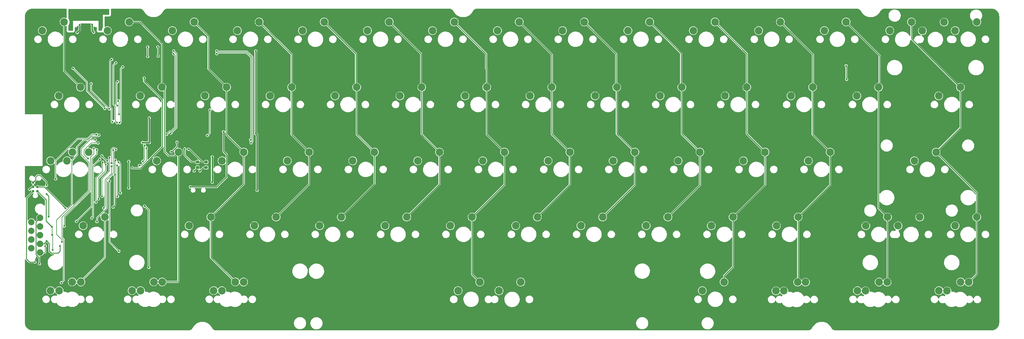
<source format=gbr>
%TF.GenerationSoftware,KiCad,Pcbnew,7.0.1-0*%
%TF.CreationDate,2023-07-30T23:25:47+05:30*%
%TF.ProjectId,Keyboard_60%,4b657962-6f61-4726-945f-3630252e6b69,rev?*%
%TF.SameCoordinates,Original*%
%TF.FileFunction,Copper,L1,Top*%
%TF.FilePolarity,Positive*%
%FSLAX46Y46*%
G04 Gerber Fmt 4.6, Leading zero omitted, Abs format (unit mm)*
G04 Created by KiCad (PCBNEW 7.0.1-0) date 2023-07-30 23:25:47*
%MOMM*%
%LPD*%
G01*
G04 APERTURE LIST*
G04 Aperture macros list*
%AMRoundRect*
0 Rectangle with rounded corners*
0 $1 Rounding radius*
0 $2 $3 $4 $5 $6 $7 $8 $9 X,Y pos of 4 corners*
0 Add a 4 corners polygon primitive as box body*
4,1,4,$2,$3,$4,$5,$6,$7,$8,$9,$2,$3,0*
0 Add four circle primitives for the rounded corners*
1,1,$1+$1,$2,$3*
1,1,$1+$1,$4,$5*
1,1,$1+$1,$6,$7*
1,1,$1+$1,$8,$9*
0 Add four rect primitives between the rounded corners*
20,1,$1+$1,$2,$3,$4,$5,0*
20,1,$1+$1,$4,$5,$6,$7,0*
20,1,$1+$1,$6,$7,$8,$9,0*
20,1,$1+$1,$8,$9,$2,$3,0*%
G04 Aperture macros list end*
%TA.AperFunction,ComponentPad*%
%ADD10C,2.200000*%
%TD*%
%TA.AperFunction,ComponentPad*%
%ADD11C,1.900000*%
%TD*%
%TA.AperFunction,ComponentPad*%
%ADD12C,1.850000*%
%TD*%
%TA.AperFunction,ComponentPad*%
%ADD13C,2.250000*%
%TD*%
%TA.AperFunction,SMDPad,CuDef*%
%ADD14C,0.787400*%
%TD*%
%TA.AperFunction,SMDPad,CuDef*%
%ADD15RoundRect,0.218750X-0.256250X0.218750X-0.256250X-0.218750X0.256250X-0.218750X0.256250X0.218750X0*%
%TD*%
%TA.AperFunction,ComponentPad*%
%ADD16C,0.600000*%
%TD*%
%TA.AperFunction,ComponentPad*%
%ADD17O,0.900000X1.700000*%
%TD*%
%TA.AperFunction,ComponentPad*%
%ADD18O,0.900000X2.000000*%
%TD*%
%TA.AperFunction,ViaPad*%
%ADD19C,0.600000*%
%TD*%
%TA.AperFunction,Conductor*%
%ADD20C,0.400000*%
%TD*%
%TA.AperFunction,Conductor*%
%ADD21C,0.300000*%
%TD*%
%TA.AperFunction,Conductor*%
%ADD22C,0.254000*%
%TD*%
%TA.AperFunction,Conductor*%
%ADD23C,0.210000*%
%TD*%
%TA.AperFunction,Conductor*%
%ADD24C,0.200000*%
%TD*%
%TA.AperFunction,Conductor*%
%ADD25C,0.180000*%
%TD*%
G04 APERTURE END LIST*
D10*
%TO.P,MX17,1,A*%
%TO.N,Net-(D18-A)*%
X58715000Y-80340000D03*
%TO.P,MX17,2,B*%
%TO.N,/COL0*%
X65065000Y-77800000D03*
%TD*%
%TO.P,MX68,1,A*%
%TO.N,Net-(D59-A)*%
X82595000Y-137360000D03*
%TO.P,MX68,2,B*%
%TO.N,/COL1*%
X88945000Y-134820000D03*
%TD*%
%TO.P,MX3,1,A*%
%TO.N,Net-(D5-A)*%
X91915000Y-61240000D03*
%TO.P,MX3,2,B*%
%TO.N,/COL2*%
X98265000Y-58700000D03*
%TD*%
%TO.P,MX34,1,A*%
%TO.N,Net-(D34-A)*%
X106415000Y-99340000D03*
%TO.P,MX34,2,B*%
%TO.N,/COL2*%
X112765000Y-96800000D03*
%TD*%
%TO.P,MX61,1,A*%
%TO.N,Net-(D60-A)*%
X103955000Y-137340000D03*
%TO.P,MX61,2,B*%
%TO.N,/COL2*%
X110305000Y-134800000D03*
%TD*%
%TO.P,MX59,1,A*%
%TO.N,Net-(D58-A)*%
X56285000Y-137340000D03*
%TO.P,MX59,2,B*%
%TO.N,/COL0*%
X62635000Y-134800000D03*
%TD*%
%TO.P,MX56,1,A*%
%TO.N,Net-(D56-A)*%
X294520000Y-118360000D03*
%TO.P,MX56,2,B*%
%TO.N,/COL12*%
X300870000Y-115820000D03*
%TD*%
%TO.P,MX18,1,A*%
%TO.N,Net-(D19-A)*%
X82515000Y-80340000D03*
%TO.P,MX18,2,B*%
%TO.N,/COL1*%
X88865000Y-77800000D03*
%TD*%
%TO.P,MX5,1,A*%
%TO.N,Net-(D7-A)*%
X129915000Y-61240000D03*
%TO.P,MX5,2,B*%
%TO.N,/COL4*%
X136265000Y-58700000D03*
%TD*%
%TO.P,MX26,1,A*%
%TO.N,Net-(D27-A)*%
X234415000Y-80340000D03*
%TO.P,MX26,2,B*%
%TO.N,/COL9*%
X240765000Y-77800000D03*
%TD*%
%TO.P,MX19,1,A*%
%TO.N,Net-(D20-A)*%
X101415000Y-80340000D03*
%TO.P,MX19,2,B*%
%TO.N,/COL2*%
X107765000Y-77800000D03*
%TD*%
D11*
%TO.P,J3,1,Pin_1*%
%TO.N,/DB_SWDCLK*%
X50725000Y-124890000D03*
%TO.P,J3,2,Pin_2*%
%TO.N,/DB_SWO*%
X50725000Y-122350000D03*
D12*
%TO.P,J3,3,Pin_3*%
%TO.N,unconnected-(J3-Pin_3-Pad3)*%
X50725000Y-119810000D03*
%TO.P,J3,4,Pin_4*%
%TO.N,unconnected-(J3-Pin_4-Pad4)*%
X50725000Y-117270000D03*
%TO.P,J3,5,Pin_5*%
%TO.N,GND*%
X50725000Y-114730000D03*
D11*
%TO.P,J3,6,Pin_6*%
%TO.N,/DB_SWDIO*%
X53265000Y-126160000D03*
%TO.P,J3,7,Pin_7*%
%TO.N,/~{nReset}*%
X53265000Y-123620000D03*
%TO.P,J3,8,Pin_8*%
%TO.N,unconnected-(J3-Pin_8-Pad8)*%
X53265000Y-121080000D03*
%TO.P,J3,9,Pin_9*%
%TO.N,unconnected-(J3-Pin_9-Pad9)*%
X53265000Y-118540000D03*
%TO.P,J3,10,Pin_10*%
%TO.N,/VDD_nRF*%
X53265000Y-116000000D03*
%TD*%
D10*
%TO.P,MX40,1,A*%
%TO.N,Net-(D40-A)*%
X220700000Y-99340000D03*
%TO.P,MX40,2,B*%
%TO.N,/COL8*%
X227050000Y-96800000D03*
%TD*%
%TO.P,MX41,1,A*%
%TO.N,Net-(D41-A)*%
X239700000Y-99340000D03*
%TO.P,MX41,2,B*%
%TO.N,/COL9*%
X246050000Y-96800000D03*
%TD*%
%TO.P,MX57,1,A*%
%TO.N,Net-(D57-A)*%
X320600000Y-118360000D03*
%TO.P,MX57,2,B*%
%TO.N,/COL13*%
X326950000Y-115820000D03*
%TD*%
%TO.P,MX45,1,A*%
%TO.N,Net-(D45-A)*%
X65825000Y-118340000D03*
%TO.P,MX45,2,B*%
%TO.N,/COL0*%
X72175000Y-115800000D03*
%TD*%
%TO.P,MX33,1,A*%
%TO.N,Net-(D33-A)*%
X87315000Y-99340000D03*
%TO.P,MX33,2,B*%
%TO.N,/COL1*%
X93665000Y-96800000D03*
%TD*%
%TO.P,MX69,1,A*%
%TO.N,Net-(D60-A)*%
X106375000Y-137365000D03*
%TO.P,MX69,2,B*%
%TO.N,/COL2*%
X112725000Y-134825000D03*
%TD*%
%TO.P,MX20,1,A*%
%TO.N,Net-(D21-A)*%
X120415000Y-80340000D03*
%TO.P,MX20,2,B*%
%TO.N,/COL3*%
X126765000Y-77800000D03*
%TD*%
%TO.P,MX24,1,A*%
%TO.N,Net-(D25-A)*%
X196415000Y-80340000D03*
%TO.P,MX24,2,B*%
%TO.N,/COL7*%
X202765000Y-77800000D03*
%TD*%
%TO.P,MX8,1,A*%
%TO.N,Net-(D10-A)*%
X186915000Y-61240000D03*
%TO.P,MX8,2,B*%
%TO.N,/COL7*%
X193265000Y-58700000D03*
%TD*%
%TO.P,MX48,1,A*%
%TO.N,Net-(D48-A)*%
X134935000Y-118340000D03*
%TO.P,MX48,2,B*%
%TO.N,/COL4*%
X141285000Y-115800000D03*
%TD*%
%TO.P,MX51,1,A*%
%TO.N,Net-(D51-A)*%
X192215000Y-118340000D03*
%TO.P,MX51,2,B*%
%TO.N,/COL7*%
X198565000Y-115800000D03*
%TD*%
%TO.P,MX7,1,A*%
%TO.N,Net-(D9-A)*%
X167915000Y-61240000D03*
%TO.P,MX7,2,B*%
%TO.N,/COL6*%
X174265000Y-58700000D03*
%TD*%
%TO.P,MX2,1,A*%
%TO.N,Net-(D4-A)*%
X72915000Y-61240000D03*
%TO.P,MX2,2,B*%
%TO.N,/COL1*%
X79265000Y-58700000D03*
%TD*%
D13*
%TO.P,MX62,1,A*%
%TO.N,Net-(D61-A)*%
X175389900Y-137360000D03*
%TO.P,MX62,2,B*%
%TO.N,/COL6*%
X181739900Y-134820000D03*
%TD*%
D10*
%TO.P,MX47,1,A*%
%TO.N,Net-(D47-A)*%
X115885000Y-118340000D03*
%TO.P,MX47,2,B*%
%TO.N,/COL3*%
X122235000Y-115800000D03*
%TD*%
%TO.P,MX16,1,A*%
%TO.N,Net-(D17-A)*%
X311050000Y-61300000D03*
%TO.P,MX16,2,B*%
%TO.N,/COL14*%
X317400000Y-58760000D03*
%TD*%
D14*
%TO.P,J5,1,Pin_1*%
%TO.N,Net-(J5-Pin_1)*%
X52500000Y-108270000D03*
%TO.P,J5,2,Pin_2*%
%TO.N,/DB_SWDIO*%
X51230000Y-108270000D03*
%TO.P,J5,3,Pin_3*%
%TO.N,/~{nReset}*%
X52500000Y-107000000D03*
%TO.P,J5,4,Pin_4*%
%TO.N,/DB_SWDCLK*%
X51230000Y-107000000D03*
%TO.P,J5,5,Pin_5*%
%TO.N,GND*%
X52500000Y-105730000D03*
%TO.P,J5,6,Pin_6*%
%TO.N,/DB_SWO*%
X51230000Y-105730000D03*
%TD*%
D10*
%TO.P,MX55,1,A*%
%TO.N,Net-(D55-A)*%
X268415000Y-118340000D03*
%TO.P,MX55,2,B*%
%TO.N,/COL11*%
X274765000Y-115800000D03*
%TD*%
%TO.P,MX31,1,A*%
%TO.N,Net-(D32-A)*%
X61115000Y-99340000D03*
%TO.P,MX31,2,B*%
%TO.N,/COL0*%
X67465000Y-96800000D03*
%TD*%
%TO.P,MX32,1,A*%
%TO.N,Net-(D32-A)*%
X56315000Y-99340000D03*
%TO.P,MX32,2,B*%
%TO.N,/COL0*%
X62665000Y-96800000D03*
%TD*%
%TO.P,MX13,1,A*%
%TO.N,Net-(D15-A)*%
X282415000Y-61240000D03*
%TO.P,MX13,2,B*%
%TO.N,/COL12*%
X288765000Y-58700000D03*
%TD*%
%TO.P,MX27,1,A*%
%TO.N,Net-(D28-A)*%
X253415000Y-80340000D03*
%TO.P,MX27,2,B*%
%TO.N,/COL10*%
X259765000Y-77800000D03*
%TD*%
%TO.P,MX30,1,A*%
%TO.N,Net-(D31-A)*%
X315845000Y-80340000D03*
%TO.P,MX30,2,B*%
%TO.N,/COL13*%
X322195000Y-77800000D03*
%TD*%
%TO.P,MX35,1,A*%
%TO.N,Net-(D35-A)*%
X125515000Y-99340000D03*
%TO.P,MX35,2,B*%
%TO.N,/COL3*%
X131865000Y-96800000D03*
%TD*%
D15*
%TO.P,D1,1,K*%
%TO.N,Net-(D1-K)*%
X99265000Y-99712500D03*
%TO.P,D1,2,A*%
%TO.N,Net-(D1-A)*%
X99265000Y-101287500D03*
%TD*%
D10*
%TO.P,MX64,1,A*%
%TO.N,Net-(D63-A)*%
X270560000Y-137410000D03*
%TO.P,MX64,2,B*%
%TO.N,/COL11*%
X276910000Y-134870000D03*
%TD*%
%TO.P,MX58,1,A*%
%TO.N,Net-(D56-A)*%
X303940000Y-118360000D03*
%TO.P,MX58,2,B*%
%TO.N,/COL12*%
X310290000Y-115820000D03*
%TD*%
%TO.P,MX72,1,A*%
%TO.N,Net-(D64-A)*%
X292075000Y-137365000D03*
%TO.P,MX72,2,B*%
%TO.N,/COL12*%
X298425000Y-134825000D03*
%TD*%
%TO.P,MX67,1,A*%
%TO.N,Net-(D58-A)*%
X58815000Y-137365000D03*
%TO.P,MX67,2,B*%
%TO.N,/COL0*%
X65165000Y-134825000D03*
%TD*%
%TO.P,MX42,1,A*%
%TO.N,Net-(D42-A)*%
X258750000Y-99340000D03*
%TO.P,MX42,2,B*%
%TO.N,/COL10*%
X265100000Y-96800000D03*
%TD*%
%TO.P,MX28,1,A*%
%TO.N,Net-(D29-A)*%
X272650000Y-80340000D03*
%TO.P,MX28,2,B*%
%TO.N,/COL11*%
X279000000Y-77800000D03*
%TD*%
%TO.P,MX66,1,A*%
%TO.N,Net-(D65-A)*%
X318240000Y-137410000D03*
%TO.P,MX66,2,B*%
%TO.N,/COL13*%
X324590000Y-134870000D03*
%TD*%
%TO.P,MX49,1,A*%
%TO.N,Net-(D49-A)*%
X154045000Y-118340000D03*
%TO.P,MX49,2,B*%
%TO.N,/COL5*%
X160395000Y-115800000D03*
%TD*%
%TO.P,MX10,1,A*%
%TO.N,Net-(D12-A)*%
X225015000Y-61240000D03*
%TO.P,MX10,2,B*%
%TO.N,/COL9*%
X231365000Y-58700000D03*
%TD*%
%TO.P,MX15,1,A*%
%TO.N,Net-(D17-A)*%
X320615000Y-61240000D03*
%TO.P,MX15,2,B*%
%TO.N,/COL14*%
X326965000Y-58700000D03*
%TD*%
%TO.P,MX21,1,A*%
%TO.N,Net-(D22-A)*%
X139415000Y-80340000D03*
%TO.P,MX21,2,B*%
%TO.N,/COL4*%
X145765000Y-77800000D03*
%TD*%
%TO.P,MX43,1,A*%
%TO.N,Net-(D43-A)*%
X277750000Y-99340000D03*
%TO.P,MX43,2,B*%
%TO.N,/COL11*%
X284100000Y-96800000D03*
%TD*%
%TO.P,MX39,1,A*%
%TO.N,Net-(D39-A)*%
X201700000Y-99340000D03*
%TO.P,MX39,2,B*%
%TO.N,/COL7*%
X208050000Y-96800000D03*
%TD*%
%TO.P,MX29,1,A*%
%TO.N,Net-(D30-A)*%
X291915000Y-80340000D03*
%TO.P,MX29,2,B*%
%TO.N,/COL12*%
X298265000Y-77800000D03*
%TD*%
%TO.P,MX73,1,A*%
%TO.N,Net-(D65-A)*%
X315875000Y-137350000D03*
%TO.P,MX73,2,B*%
%TO.N,/COL13*%
X322225000Y-134810000D03*
%TD*%
%TO.P,MX60,1,A*%
%TO.N,Net-(D59-A)*%
X80115000Y-137340000D03*
%TO.P,MX60,2,B*%
%TO.N,/COL1*%
X86465000Y-134800000D03*
%TD*%
%TO.P,MX23,1,A*%
%TO.N,Net-(D24-A)*%
X177415000Y-80340000D03*
%TO.P,MX23,2,B*%
%TO.N,/COL6*%
X183765000Y-77800000D03*
%TD*%
%TO.P,MX46,1,A*%
%TO.N,Net-(D46-A)*%
X96785000Y-118340000D03*
%TO.P,MX46,2,B*%
%TO.N,/COL2*%
X103135000Y-115800000D03*
%TD*%
D13*
%TO.P,MX70,1,A*%
%TO.N,Net-(D61-A)*%
X187345000Y-137380000D03*
%TO.P,MX70,2,B*%
%TO.N,/COL6*%
X193695000Y-134840000D03*
%TD*%
D10*
%TO.P,MX11,1,A*%
%TO.N,Net-(D13-A)*%
X244115000Y-61240000D03*
%TO.P,MX11,2,B*%
%TO.N,/COL10*%
X250465000Y-58700000D03*
%TD*%
%TO.P,MX9,1,A*%
%TO.N,Net-(D11-A)*%
X205915000Y-61240000D03*
%TO.P,MX9,2,B*%
%TO.N,/COL8*%
X212265000Y-58700000D03*
%TD*%
%TO.P,MX12,1,A*%
%TO.N,Net-(D14-A)*%
X263215000Y-61240000D03*
%TO.P,MX12,2,B*%
%TO.N,/COL11*%
X269565000Y-58700000D03*
%TD*%
%TO.P,MX50,1,A*%
%TO.N,Net-(D50-A)*%
X173125000Y-118340000D03*
%TO.P,MX50,2,B*%
%TO.N,/COL6*%
X179475000Y-115800000D03*
%TD*%
%TO.P,MX6,1,A*%
%TO.N,Net-(D8-A)*%
X148915000Y-61240000D03*
%TO.P,MX6,2,B*%
%TO.N,/COL5*%
X155265000Y-58700000D03*
%TD*%
D15*
%TO.P,D2,1,K*%
%TO.N,Net-(D2-K)*%
X101765000Y-99712500D03*
%TO.P,D2,2,A*%
%TO.N,Net-(D2-A)*%
X101765000Y-101287500D03*
%TD*%
D10*
%TO.P,MX1,1,A*%
%TO.N,Net-(D3-A)*%
X53915000Y-61240000D03*
%TO.P,MX1,2,B*%
%TO.N,/COL0*%
X60265000Y-58700000D03*
%TD*%
%TO.P,MX54,1,A*%
%TO.N,Net-(D54-A)*%
X249385000Y-118340000D03*
%TO.P,MX54,2,B*%
%TO.N,/COL10*%
X255735000Y-115800000D03*
%TD*%
%TO.P,MX4,1,A*%
%TO.N,Net-(D6-A)*%
X110915000Y-61240000D03*
%TO.P,MX4,2,B*%
%TO.N,/COL3*%
X117265000Y-58700000D03*
%TD*%
%TO.P,MX22,1,A*%
%TO.N,Net-(D23-A)*%
X158415000Y-80340000D03*
%TO.P,MX22,2,B*%
%TO.N,/COL5*%
X164765000Y-77800000D03*
%TD*%
%TO.P,MX14,1,A*%
%TO.N,Net-(D16-A)*%
X301515000Y-61240000D03*
%TO.P,MX14,2,B*%
%TO.N,/COL13*%
X307865000Y-58700000D03*
%TD*%
%TO.P,MX65,1,A*%
%TO.N,Net-(D64-A)*%
X294410000Y-137410000D03*
%TO.P,MX65,2,B*%
%TO.N,/COL12*%
X300760000Y-134870000D03*
%TD*%
%TO.P,MX53,1,A*%
%TO.N,Net-(D53-A)*%
X230345000Y-118340000D03*
%TO.P,MX53,2,B*%
%TO.N,/COL9*%
X236695000Y-115800000D03*
%TD*%
%TO.P,MX38,1,A*%
%TO.N,Net-(D38-A)*%
X182600000Y-99340000D03*
%TO.P,MX38,2,B*%
%TO.N,/COL6*%
X188950000Y-96800000D03*
%TD*%
%TO.P,MX37,1,A*%
%TO.N,Net-(D37-A)*%
X163600000Y-99340000D03*
%TO.P,MX37,2,B*%
%TO.N,/COL5*%
X169950000Y-96800000D03*
%TD*%
%TO.P,MX52,1,A*%
%TO.N,Net-(D52-A)*%
X211275000Y-118340000D03*
%TO.P,MX52,2,B*%
%TO.N,/COL8*%
X217625000Y-115800000D03*
%TD*%
%TO.P,MX63,1,A*%
%TO.N,Net-(D62-A)*%
X246760000Y-137360000D03*
%TO.P,MX63,2,B*%
%TO.N,/COL10*%
X253110000Y-134820000D03*
%TD*%
%TO.P,MX44,1,A*%
%TO.N,Net-(D44-A)*%
X308715000Y-99340000D03*
%TO.P,MX44,2,B*%
%TO.N,/COL13*%
X315065000Y-96800000D03*
%TD*%
%TO.P,MX71,1,A*%
%TO.N,Net-(D63-A)*%
X268275000Y-137405000D03*
%TO.P,MX71,2,B*%
%TO.N,/COL11*%
X274625000Y-134865000D03*
%TD*%
%TO.P,MX25,1,A*%
%TO.N,Net-(D26-A)*%
X215415000Y-80340000D03*
%TO.P,MX25,2,B*%
%TO.N,/COL8*%
X221765000Y-77800000D03*
%TD*%
%TO.P,MX36,1,A*%
%TO.N,Net-(D36-A)*%
X144615000Y-99340000D03*
%TO.P,MX36,2,B*%
%TO.N,/COL4*%
X150965000Y-96800000D03*
%TD*%
D16*
%TO.P,U3,74_1,VSS*%
%TO.N,GND*%
X76150000Y-90250000D03*
%TO.P,U3,74_2,VSS*%
X74950000Y-90250000D03*
%TO.P,U3,74_3,VSS*%
X73750000Y-90250000D03*
%TO.P,U3,74_4,VSS*%
X72550000Y-90250000D03*
%TO.P,U3,74_5,VSS*%
X76150000Y-91450000D03*
%TO.P,U3,74_6,VSS*%
X74950000Y-91450000D03*
%TO.P,U3,74_7,VSS*%
X73750000Y-91450000D03*
%TO.P,U3,74_8,VSS*%
X72550000Y-91450000D03*
%TO.P,U3,74_9,VSS*%
X76150000Y-92650000D03*
%TO.P,U3,74_10,VSS*%
X74950000Y-92650000D03*
%TO.P,U3,74_11,VSS*%
X73750000Y-92650000D03*
%TO.P,U3,74_12,VSS*%
X72550000Y-92650000D03*
%TO.P,U3,74_13,VSS*%
X76150000Y-93850000D03*
%TO.P,U3,74_14,VSS*%
X74950000Y-93850000D03*
%TO.P,U3,74_15,VSS*%
X73750000Y-93850000D03*
%TO.P,U3,74_16,VSS*%
X72550000Y-93850000D03*
%TD*%
D17*
%TO.P,J4,S,SHIELD*%
%TO.N,GNDPWR*%
X62240000Y-56000000D03*
D18*
X62240000Y-60170000D03*
D17*
X70890000Y-56000000D03*
D18*
X70890000Y-60170000D03*
%TD*%
D16*
%TO.P,U1,17,EXP*%
%TO.N,GND*%
X97380000Y-94350000D03*
X97380000Y-93350000D03*
X96380000Y-94350000D03*
X96380000Y-93350000D03*
%TD*%
%TO.P,AE1,2,Shield*%
%TO.N,GND*%
X54210000Y-86650000D03*
%TD*%
D19*
%TO.N,GND*%
X297065000Y-69000000D03*
X57000000Y-88000000D03*
X62000000Y-90000000D03*
X56000000Y-89600000D03*
X64665000Y-117100000D03*
X59600000Y-90000000D03*
X305265000Y-70400000D03*
X67600000Y-90000000D03*
X93365000Y-90800000D03*
X306165000Y-74800000D03*
X85565000Y-96300000D03*
X55400000Y-87800000D03*
X64115000Y-94100000D03*
X69165000Y-116200000D03*
X81815000Y-98650000D03*
X109665000Y-98100000D03*
X105465000Y-94200000D03*
X106465000Y-68900000D03*
X73600000Y-57600000D03*
X97065000Y-89600000D03*
X304865000Y-73900000D03*
X64765000Y-65000000D03*
X57327848Y-90672152D03*
X314065000Y-74000000D03*
X66965000Y-64800000D03*
X58400000Y-91800000D03*
X57800000Y-91200000D03*
X85265000Y-95600000D03*
X64515000Y-108600000D03*
X66800000Y-90000000D03*
X153465000Y-96000000D03*
X65200000Y-90135500D03*
X80115000Y-98500000D03*
X65765000Y-86600000D03*
X81765000Y-97700000D03*
X81465000Y-96800000D03*
X68400000Y-90000000D03*
X80965000Y-97250000D03*
X299465000Y-71000000D03*
X155065000Y-96000000D03*
X64400000Y-90000000D03*
X53365000Y-105700000D03*
X72800000Y-58400000D03*
X72765000Y-114200000D03*
X73465000Y-85000000D03*
X59200000Y-92000000D03*
X83115000Y-95950000D03*
X153065000Y-95200000D03*
X106265000Y-93600000D03*
X100065000Y-96855000D03*
X79965000Y-85950000D03*
X101265000Y-96005000D03*
X65600000Y-92000000D03*
X54600000Y-87800000D03*
X66000000Y-89400000D03*
X79265000Y-85300000D03*
X57600000Y-88400000D03*
X70465000Y-97900000D03*
X66400000Y-92000000D03*
X69415000Y-103450000D03*
X62400000Y-92000000D03*
X63600000Y-90000000D03*
X58200000Y-89000000D03*
X64000000Y-92000000D03*
X60000000Y-92000000D03*
X56727848Y-90072152D03*
X67200000Y-92000000D03*
X331865000Y-56000000D03*
X76800000Y-97800000D03*
X64800000Y-92000000D03*
X60800000Y-92000000D03*
X62800000Y-90000000D03*
X60965000Y-97400000D03*
X104565000Y-94200000D03*
X75515000Y-97850000D03*
X98915000Y-96055000D03*
X54400000Y-89600000D03*
X315865000Y-69100000D03*
X69065000Y-64900000D03*
X78865000Y-84550000D03*
X74565000Y-83550000D03*
X64815000Y-105050000D03*
X64815000Y-98700000D03*
X155665000Y-95200000D03*
X60400000Y-90000000D03*
X80165000Y-97600000D03*
X70765000Y-84500000D03*
X59565000Y-98500000D03*
X61600000Y-92000000D03*
X154265000Y-96000000D03*
X295765000Y-69000000D03*
X63200000Y-92000000D03*
X55200000Y-89600000D03*
X72165000Y-85050000D03*
X82465000Y-96800000D03*
X91165000Y-94800000D03*
X61200000Y-90000000D03*
X77965000Y-84300000D03*
X98265000Y-89600000D03*
X58800000Y-89600000D03*
X56200000Y-87800000D03*
X93465000Y-92000000D03*
%TO.N,/VBUS*%
X116665000Y-108000000D03*
X64800000Y-59600000D03*
X68500000Y-59500000D03*
X79165000Y-107300000D03*
X68900000Y-61700000D03*
X64100000Y-61800000D03*
X116265000Y-91400000D03*
X79165000Y-99550500D03*
X116265000Y-67200000D03*
%TO.N,/USB and Power management/5V*%
X93265000Y-93900000D03*
X103565000Y-98200000D03*
X91565000Y-96700000D03*
X103530529Y-105595462D03*
%TO.N,/VDD_nRF*%
X75265000Y-99200000D03*
X85165000Y-86800000D03*
X85165000Y-94000000D03*
X72919500Y-99400000D03*
X83165000Y-94000000D03*
X71265000Y-97900000D03*
X53065000Y-129500000D03*
X75125500Y-103400000D03*
X74565000Y-112900000D03*
%TO.N,Net-(U3-DEC4)*%
X76310500Y-85700000D03*
X76119500Y-81800000D03*
%TO.N,/VBATT_nRF*%
X75807091Y-83157909D03*
X75865000Y-76200000D03*
X102865000Y-84500000D03*
X102115000Y-91950000D03*
%TO.N,Net-(D1-K)*%
X95507091Y-95862909D03*
%TO.N,Net-(D1-A)*%
X98265000Y-102300000D03*
%TO.N,Net-(D2-K)*%
X96646571Y-95987623D03*
%TO.N,Net-(D2-A)*%
X99965000Y-102300000D03*
%TO.N,/ROW0*%
X62915000Y-72300000D03*
X72165000Y-84050000D03*
%TO.N,/ROW1*%
X73465000Y-84150000D03*
X68165000Y-76800000D03*
%TO.N,/ROW2*%
X57815000Y-104650000D03*
X69738174Y-91633738D03*
%TO.N,/ROW3*%
X70468805Y-91854500D03*
X59644500Y-123100000D03*
%TO.N,/ROW4*%
X69365000Y-93209500D03*
X59465000Y-135050000D03*
%TO.N,/USB_D-*%
X92265000Y-68025000D03*
X83265000Y-99500000D03*
X90241500Y-91564588D03*
X114765500Y-93222250D03*
X104865000Y-68025000D03*
X83765000Y-94900000D03*
%TO.N,/USB_D+*%
X82265000Y-100700000D03*
X104865000Y-67175000D03*
X114865000Y-94100000D03*
X84365000Y-95600000D03*
X92265000Y-67175000D03*
X91444456Y-91279456D03*
%TO.N,/DB_SWDCLK*%
X50186800Y-107678200D03*
%TO.N,/DB_SWDIO*%
X51765000Y-129000000D03*
X54765000Y-124300000D03*
%TO.N,/DB_SWO*%
X55165000Y-109100000D03*
X55165000Y-106500000D03*
X55765000Y-115700000D03*
%TO.N,/~{nReset}*%
X74676500Y-96200000D03*
X60715000Y-113250000D03*
X69865000Y-117150000D03*
X59090000Y-124225000D03*
X55165000Y-122800000D03*
%TO.N,/COL0*%
X74122000Y-101000000D03*
X71840000Y-113175000D03*
X83665000Y-75100000D03*
X80165000Y-101400000D03*
%TO.N,/COL1*%
X70215000Y-94150000D03*
X73530000Y-105250000D03*
X67265000Y-98650000D03*
X76265000Y-125800000D03*
%TO.N,/COL2*%
X83765000Y-112600000D03*
X71522648Y-99742352D03*
X85015000Y-130550000D03*
X69615000Y-111450000D03*
%TO.N,/COL3*%
X72465000Y-100423500D03*
X70315000Y-110500000D03*
%TO.N,/COL4*%
X71365000Y-109750000D03*
X73565000Y-98450000D03*
%TO.N,/COL5*%
X75765000Y-100700000D03*
X75865000Y-109773500D03*
X75402782Y-96014881D03*
X74104500Y-100000000D03*
%TO.N,/COL6*%
X76715000Y-108750000D03*
X76200000Y-99800000D03*
%TO.N,/COL12*%
X288765000Y-71550000D03*
X76514503Y-88200000D03*
X288915000Y-75500000D03*
X77415000Y-71850000D03*
%TO.N,/COL13*%
X75365000Y-70650000D03*
X75765000Y-88200000D03*
%TO.N,/COL14*%
X74165000Y-69703000D03*
X74374822Y-87955996D03*
%TO.N,Net-(U3-SWDCLK)*%
X60315000Y-118450000D03*
X68965000Y-95700000D03*
%TO.N,Net-(U3-SWDIO)*%
X69782500Y-96117500D03*
X63865000Y-117100000D03*
%TO.N,Net-(U3-P1.00{slash}SWO)*%
X68365000Y-116100000D03*
X70672648Y-98892352D03*
%TO.N,/switch_matrix/ROW0*%
X84665000Y-68800000D03*
X87765000Y-68700000D03*
X87665000Y-66000000D03*
X84665000Y-66000000D03*
%TO.N,Net-(J5-Pin_1)*%
X56665000Y-118700000D03*
X56977641Y-125454252D03*
X56765000Y-121000000D03*
%TO.N,/USB and Power management/CHG_IN*%
X97165000Y-107000000D03*
X106865000Y-90800000D03*
%TD*%
D20*
%TO.N,/VBUS*%
X116265000Y-67200000D02*
X116265000Y-91400000D01*
X68500000Y-61300000D02*
X68900000Y-61700000D01*
X64100000Y-61800000D02*
X64800000Y-61100000D01*
X116665000Y-108000000D02*
X116665000Y-91800000D01*
X68500000Y-59500000D02*
X68500000Y-61300000D01*
X116665000Y-91800000D02*
X116265000Y-91400000D01*
X64800000Y-61100000D02*
X64800000Y-59600000D01*
D21*
X79165000Y-107300000D02*
X79165000Y-99550500D01*
D22*
%TO.N,/USB and Power management/5V*%
X91765000Y-96700000D02*
X93265000Y-95200000D01*
X93265000Y-95200000D02*
X93265000Y-93900000D01*
X91565000Y-96700000D02*
X91765000Y-96700000D01*
D20*
X103565000Y-105560991D02*
X103565000Y-98200000D01*
X103530529Y-105595462D02*
X103565000Y-105560991D01*
D22*
%TO.N,/VDD_nRF*%
X75065000Y-99400000D02*
X75265000Y-99200000D01*
X72665000Y-99300000D02*
X72765000Y-99400000D01*
X72765000Y-99400000D02*
X72919500Y-99400000D01*
D20*
X85165000Y-89930761D02*
X85165000Y-86800000D01*
D22*
X52038000Y-117227000D02*
X52038000Y-126749562D01*
X53265000Y-116000000D02*
X52038000Y-117227000D01*
X75125500Y-103400000D02*
X75065000Y-103339500D01*
X52038000Y-126749562D02*
X53065000Y-127776562D01*
X75065000Y-103339500D02*
X75065000Y-99400000D01*
D20*
X85165000Y-94000000D02*
X83165000Y-94000000D01*
D22*
X71265000Y-97900000D02*
X72665000Y-99300000D01*
X75125500Y-103400000D02*
X75125500Y-112339500D01*
D20*
X85165000Y-94000000D02*
X85165000Y-89930761D01*
D22*
X75125500Y-112339500D02*
X74665000Y-112800000D01*
X53065000Y-127776562D02*
X53065000Y-129500000D01*
X74665000Y-112800000D02*
X74565000Y-112900000D01*
D23*
%TO.N,Net-(U3-DEC4)*%
X76365000Y-85500000D02*
X76365000Y-85645500D01*
X76119500Y-81800000D02*
X76365000Y-82045500D01*
X76365000Y-82045500D02*
X76365000Y-85500000D01*
X76365000Y-85645500D02*
X76310500Y-85700000D01*
%TO.N,/VBATT_nRF*%
X75807091Y-83157909D02*
X75565000Y-82915818D01*
X102865000Y-91200000D02*
X102115000Y-91950000D01*
X102865000Y-84500000D02*
X102865000Y-91200000D01*
X75565000Y-82915818D02*
X75565000Y-76500000D01*
X75565000Y-76500000D02*
X75865000Y-76200000D01*
D22*
%TO.N,Net-(D1-K)*%
X95507091Y-97742091D02*
X95507091Y-95862909D01*
X99265000Y-99712500D02*
X97477500Y-99712500D01*
X97477500Y-99712500D02*
X95507091Y-97742091D01*
%TO.N,Net-(D1-A)*%
X98265000Y-102300000D02*
X98265000Y-102287500D01*
X98265000Y-102287500D02*
X99265000Y-101287500D01*
%TO.N,Net-(D2-K)*%
X100677500Y-99712500D02*
X96952623Y-95987623D01*
X101765000Y-99712500D02*
X100677500Y-99712500D01*
X96952623Y-95987623D02*
X96646571Y-95987623D01*
%TO.N,Net-(D2-A)*%
X100977500Y-101287500D02*
X101765000Y-101287500D01*
X99965000Y-102300000D02*
X100977500Y-101287500D01*
D23*
%TO.N,/ROW0*%
X66915000Y-76300000D02*
X62915000Y-72300000D01*
X72165000Y-84050000D02*
X66915000Y-78800000D01*
X66915000Y-78800000D02*
X66915000Y-76300000D01*
%TO.N,/ROW1*%
X73465000Y-84150000D02*
X68165000Y-78850000D01*
X68165000Y-78850000D02*
X68165000Y-76800000D01*
%TO.N,/ROW2*%
X69738174Y-91633738D02*
X68431262Y-91633738D01*
X67165000Y-92900000D02*
X64165000Y-92900000D01*
X64165000Y-92900000D02*
X57770000Y-99295000D01*
X68431262Y-91633738D02*
X67165000Y-92900000D01*
X57770000Y-104605000D02*
X57815000Y-104650000D01*
X57770000Y-99295000D02*
X57770000Y-104605000D01*
%TO.N,/ROW3*%
X64020000Y-95295000D02*
X66055000Y-93260000D01*
X59644500Y-123100000D02*
X59644500Y-122479500D01*
X68385378Y-92188738D02*
X70134567Y-92188738D01*
X58010000Y-120845000D02*
X58010000Y-116755000D01*
X64020000Y-97745000D02*
X64020000Y-95295000D01*
X70134567Y-92188738D02*
X70468805Y-91854500D01*
X67314117Y-93260000D02*
X68385378Y-92188738D01*
X62570000Y-112195000D02*
X62570000Y-99195000D01*
X66055000Y-93260000D02*
X67314117Y-93260000D01*
X59644500Y-122479500D02*
X58010000Y-120845000D01*
X58010000Y-116755000D02*
X62570000Y-112195000D01*
X62570000Y-99195000D02*
X64020000Y-97745000D01*
%TO.N,/ROW4*%
X60199500Y-134315500D02*
X59465000Y-135050000D01*
X67565000Y-107990884D02*
X59665000Y-115890884D01*
X69365000Y-93209500D02*
X67873734Y-93209500D01*
X59665000Y-121900000D02*
X60199500Y-122434500D01*
X67565000Y-99850000D02*
X67565000Y-107990884D01*
X65315000Y-97600000D02*
X67565000Y-99850000D01*
X59665000Y-115890884D02*
X59665000Y-121900000D01*
X67873734Y-93209500D02*
X65315000Y-95768234D01*
X65315000Y-95768234D02*
X65315000Y-97600000D01*
X60199500Y-122434500D02*
X60199500Y-134315500D01*
D24*
%TO.N,/USB_D-*%
X83265000Y-99500000D02*
X83765000Y-99000000D01*
X114765500Y-93222250D02*
X114965000Y-93022750D01*
X114965000Y-69076774D02*
X113613225Y-67724999D01*
X105165001Y-67724999D02*
X104865000Y-68025000D01*
X92740000Y-68500000D02*
X92265000Y-68025000D01*
X114965000Y-93022750D02*
X114965000Y-69076774D01*
X83765000Y-99000000D02*
X83765000Y-94900000D01*
X92740000Y-89489125D02*
X92740000Y-68500000D01*
X113613225Y-67724999D02*
X105165001Y-67724999D01*
X91499669Y-90729456D02*
X92740000Y-89489125D01*
X90241500Y-91564588D02*
X91076632Y-90729456D01*
X91076632Y-90729456D02*
X91499669Y-90729456D01*
%TO.N,/USB_D+*%
X91444643Y-91279456D02*
X93090000Y-89634099D01*
X115315000Y-68931800D02*
X113758199Y-67374999D01*
X115315000Y-93650000D02*
X115315000Y-68931800D01*
X105064999Y-67374999D02*
X104865000Y-67175000D01*
X91444456Y-91279456D02*
X91444643Y-91279456D01*
X84365000Y-99177818D02*
X84365000Y-95600000D01*
X93090000Y-68000000D02*
X92265000Y-67175000D01*
X82842818Y-100700000D02*
X84365000Y-99177818D01*
X113758199Y-67374999D02*
X105064999Y-67374999D01*
X82265000Y-100700000D02*
X82842818Y-100700000D01*
X93090000Y-89634099D02*
X93090000Y-68000000D01*
X114865000Y-94100000D02*
X115315000Y-93650000D01*
D22*
%TO.N,/DB_SWDCLK*%
X50865000Y-107000000D02*
X50186800Y-107678200D01*
X51230000Y-107000000D02*
X50865000Y-107000000D01*
D23*
%TO.N,/DB_SWDIO*%
X54765000Y-124300000D02*
X54765000Y-126100000D01*
D22*
X49273000Y-128091438D02*
X50181562Y-129000000D01*
X51230000Y-108270000D02*
X49273000Y-110227000D01*
X49273000Y-110227000D02*
X49273000Y-128091438D01*
D23*
X54565000Y-126300000D02*
X53405000Y-126300000D01*
X54765000Y-126100000D02*
X54565000Y-126300000D01*
D22*
X50181562Y-129000000D02*
X51765000Y-129000000D01*
%TO.N,/DB_SWO*%
X52514421Y-103575000D02*
X51996000Y-104093421D01*
X55765000Y-109700000D02*
X55765000Y-115700000D01*
X51996000Y-104093421D02*
X51996000Y-104964000D01*
X53247579Y-103575000D02*
X52514421Y-103575000D01*
X51996000Y-104964000D02*
X51230000Y-105730000D01*
X55165000Y-106500000D02*
X55165000Y-105492421D01*
X55165000Y-109100000D02*
X55765000Y-109700000D01*
X55165000Y-105492421D02*
X53247579Y-103575000D01*
D23*
%TO.N,/~{nReset}*%
X74676500Y-96200000D02*
X74676500Y-103038500D01*
D22*
X60715000Y-113250000D02*
X54465000Y-107000000D01*
D23*
X69865000Y-116115111D02*
X69865000Y-117150000D01*
D22*
X55165000Y-122800000D02*
X55965000Y-123600000D01*
X56565000Y-126400000D02*
X58465000Y-126400000D01*
X55965000Y-123600000D02*
X55965000Y-125800000D01*
X54465000Y-107000000D02*
X52500000Y-107000000D01*
X55965000Y-125800000D02*
X56565000Y-126400000D01*
X53265000Y-123620000D02*
X54345000Y-123620000D01*
X54345000Y-123620000D02*
X55165000Y-122800000D01*
D23*
X72665000Y-113315111D02*
X69865000Y-116115111D01*
D22*
X59065000Y-124250000D02*
X59090000Y-124225000D01*
X59065000Y-125800000D02*
X59065000Y-124250000D01*
D23*
X74676500Y-103038500D02*
X72665000Y-105050000D01*
X72665000Y-105050000D02*
X72665000Y-113315111D01*
D22*
X58465000Y-126400000D02*
X59065000Y-125800000D01*
%TO.N,/COL0*%
X80165000Y-101400000D02*
X80265000Y-101500000D01*
X88965000Y-81400000D02*
X83665000Y-76100000D01*
D23*
X72175000Y-115800000D02*
X72175000Y-127635000D01*
X72305000Y-112710000D02*
X71840000Y-113175000D01*
D22*
X60265000Y-73000000D02*
X65065000Y-77800000D01*
D23*
X74115000Y-101007000D02*
X74115000Y-103090884D01*
D22*
X88965000Y-95200000D02*
X88965000Y-81400000D01*
X80265000Y-101500000D02*
X82665000Y-101500000D01*
D23*
X65000000Y-134810000D02*
X62645000Y-134810000D01*
X72305000Y-104900884D02*
X72305000Y-112710000D01*
D22*
X82665000Y-101500000D02*
X88965000Y-95200000D01*
X60265000Y-58700000D02*
X60265000Y-73000000D01*
D23*
X72175000Y-127635000D02*
X65000000Y-134810000D01*
D22*
X83665000Y-76100000D02*
X83665000Y-75100000D01*
D23*
X74115000Y-103090884D02*
X72305000Y-104900884D01*
X74122000Y-101000000D02*
X74115000Y-101007000D01*
X62645000Y-134810000D02*
X62635000Y-134800000D01*
%TO.N,/COL1*%
X68198740Y-94150000D02*
X66110000Y-96238740D01*
X66110000Y-97495000D02*
X67265000Y-98650000D01*
D22*
X89665000Y-96700000D02*
X90865000Y-97900000D01*
X93665000Y-134685000D02*
X93570000Y-134780000D01*
D23*
X66110000Y-96238740D02*
X66110000Y-97495000D01*
D22*
X93570000Y-134780000D02*
X86485000Y-134780000D01*
X90865000Y-97900000D02*
X92565000Y-97900000D01*
X86485000Y-134780000D02*
X86465000Y-134800000D01*
X93665000Y-96800000D02*
X93665000Y-134685000D01*
D23*
X73510000Y-116381260D02*
X73510000Y-123045000D01*
D22*
X88865000Y-65100000D02*
X88865000Y-77800000D01*
X79265000Y-58700000D02*
X82465000Y-58700000D01*
X82465000Y-58700000D02*
X88865000Y-65100000D01*
D23*
X73510000Y-123045000D02*
X76265000Y-125800000D01*
D22*
X89665000Y-78600000D02*
X89665000Y-96700000D01*
D23*
X73530000Y-105250000D02*
X73530000Y-116361260D01*
D22*
X92565000Y-97900000D02*
X93665000Y-96800000D01*
D23*
X70215000Y-94150000D02*
X68198740Y-94150000D01*
D22*
X88865000Y-77800000D02*
X89665000Y-78600000D01*
D23*
X73530000Y-116361260D02*
X73510000Y-116381260D01*
%TO.N,/COL2*%
X71522648Y-102442352D02*
X69615000Y-104350000D01*
D22*
X98265000Y-58700000D02*
X102465000Y-62900000D01*
X112765000Y-106170000D02*
X103135000Y-115800000D01*
D23*
X69615000Y-104350000D02*
X69615000Y-111450000D01*
D22*
X112765000Y-96800000D02*
X112765000Y-106170000D01*
X83865000Y-112600000D02*
X85015000Y-113750000D01*
X102465000Y-62900000D02*
X102465000Y-72500000D01*
X107765000Y-91800000D02*
X112765000Y-96800000D01*
X107765000Y-77800000D02*
X107765000Y-91800000D01*
D23*
X71522648Y-99742352D02*
X71522648Y-102442352D01*
D22*
X102465000Y-72500000D02*
X107765000Y-77800000D01*
X83765000Y-112600000D02*
X83865000Y-112600000D01*
X103135000Y-115800000D02*
X103135000Y-127630000D01*
X103135000Y-127630000D02*
X110305000Y-134800000D01*
X85015000Y-130550000D02*
X85015000Y-113750000D01*
D23*
%TO.N,/COL3*%
X70265000Y-110450000D02*
X70315000Y-110500000D01*
X72465000Y-102250000D02*
X70265000Y-104450000D01*
D22*
X126765000Y-91700000D02*
X131865000Y-96800000D01*
X117265000Y-58700000D02*
X126765000Y-68200000D01*
D23*
X70265000Y-104450000D02*
X70265000Y-110450000D01*
D22*
X126765000Y-77800000D02*
X126765000Y-91700000D01*
X131865000Y-106170000D02*
X122235000Y-115800000D01*
D23*
X72465000Y-100423500D02*
X72465000Y-102250000D01*
D22*
X126765000Y-68200000D02*
X126765000Y-77800000D01*
X131865000Y-96800000D02*
X131865000Y-106170000D01*
%TO.N,/COL4*%
X136265000Y-58700000D02*
X145565000Y-68000000D01*
X150965000Y-96800000D02*
X150965000Y-106100000D01*
D25*
X71365000Y-104550000D02*
X71365000Y-109750000D01*
D22*
X142065000Y-115000000D02*
X142065000Y-115020000D01*
X150965000Y-106100000D02*
X142065000Y-115000000D01*
X145765000Y-77800000D02*
X145765000Y-91600000D01*
D25*
X73565000Y-102350000D02*
X71365000Y-104550000D01*
D22*
X145765000Y-91600000D02*
X150965000Y-96800000D01*
X142065000Y-115020000D02*
X141285000Y-115800000D01*
X145565000Y-77600000D02*
X145765000Y-77800000D01*
X145565000Y-68000000D02*
X145565000Y-77600000D01*
D25*
X73565000Y-98450000D02*
X73565000Y-102350000D01*
%TO.N,/COL5*%
X75765000Y-100700000D02*
X75765000Y-109673500D01*
X75765000Y-109673500D02*
X75865000Y-109773500D01*
D22*
X155265000Y-58700000D02*
X164565000Y-68000000D01*
X164765000Y-77800000D02*
X164765000Y-91615000D01*
X164565000Y-68000000D02*
X164565000Y-77600000D01*
X169950000Y-96800000D02*
X169950000Y-106245000D01*
X169950000Y-106245000D02*
X160395000Y-115800000D01*
D25*
X75047901Y-95660000D02*
X74452824Y-95660000D01*
X74104500Y-96008324D02*
X74104500Y-100000000D01*
D22*
X164565000Y-77600000D02*
X164765000Y-77800000D01*
D25*
X74452824Y-95660000D02*
X74104500Y-96008324D01*
D22*
X164765000Y-91615000D02*
X169950000Y-96800000D01*
D25*
X75402782Y-96014881D02*
X75047901Y-95660000D01*
D22*
%TO.N,/COL6*%
X183765000Y-77800000D02*
X183765000Y-91615000D01*
X183765000Y-91615000D02*
X188950000Y-96800000D01*
X188950000Y-106325000D02*
X179475000Y-115800000D01*
D25*
X76665000Y-108700000D02*
X76715000Y-108750000D01*
D22*
X188950000Y-96800000D02*
X188950000Y-106325000D01*
D25*
X76200000Y-99800000D02*
X76665000Y-100265000D01*
D22*
X183565000Y-72275240D02*
X183765000Y-72475240D01*
X179475000Y-115800000D02*
X179475000Y-132555100D01*
X183565000Y-68000000D02*
X183565000Y-72275240D01*
D25*
X76665000Y-100265000D02*
X76665000Y-108700000D01*
D22*
X174265000Y-58700000D02*
X183565000Y-68000000D01*
X183765000Y-72475240D02*
X183765000Y-77800000D01*
X179475000Y-132555100D02*
X181739900Y-134820000D01*
%TO.N,/COL7*%
X202765000Y-91515000D02*
X208050000Y-96800000D01*
X193265000Y-58700000D02*
X202765000Y-68200000D01*
X208050000Y-96800000D02*
X208050000Y-106315000D01*
X202765000Y-77800000D02*
X202765000Y-91515000D01*
X208050000Y-106315000D02*
X198565000Y-115800000D01*
X202765000Y-68200000D02*
X202765000Y-77800000D01*
%TO.N,/COL8*%
X221765000Y-91515000D02*
X227050000Y-96800000D01*
X221565000Y-68000000D02*
X221565000Y-77600000D01*
X227050000Y-96800000D02*
X227050000Y-106375000D01*
X212265000Y-58700000D02*
X221565000Y-68000000D01*
X221565000Y-77600000D02*
X221765000Y-77800000D01*
X221765000Y-77800000D02*
X221765000Y-91515000D01*
X227050000Y-106375000D02*
X217625000Y-115800000D01*
%TO.N,/COL9*%
X246050000Y-106445000D02*
X236695000Y-115800000D01*
X240765000Y-77800000D02*
X240765000Y-91515000D01*
X240565000Y-67900000D02*
X240565000Y-77600000D01*
X240765000Y-91515000D02*
X246050000Y-96800000D01*
X240565000Y-77600000D02*
X240765000Y-77800000D01*
X231365000Y-58700000D02*
X240565000Y-67900000D01*
X246050000Y-96800000D02*
X246050000Y-106445000D01*
%TO.N,/COL10*%
X253110000Y-132947041D02*
X253110000Y-134820000D01*
X255735000Y-130322041D02*
X253110000Y-132947041D01*
X259765000Y-77800000D02*
X259765000Y-91465000D01*
X259765000Y-91465000D02*
X265100000Y-96800000D01*
X265100000Y-106435000D02*
X255735000Y-115800000D01*
X255735000Y-115800000D02*
X255735000Y-130322041D01*
X250465000Y-58700000D02*
X259765000Y-68000000D01*
X265100000Y-96800000D02*
X265100000Y-106435000D01*
X259765000Y-68000000D02*
X259765000Y-77800000D01*
%TO.N,/COL11*%
X279065000Y-77735000D02*
X279000000Y-77800000D01*
X279000000Y-77800000D02*
X279000000Y-91700000D01*
X284100000Y-106465000D02*
X274765000Y-115800000D01*
X284100000Y-96800000D02*
X284100000Y-106465000D01*
X279065000Y-68200000D02*
X279065000Y-77735000D01*
X274765000Y-134725000D02*
X274625000Y-134865000D01*
X269565000Y-58700000D02*
X279065000Y-68200000D01*
X279000000Y-91700000D02*
X284100000Y-96800000D01*
X274765000Y-115800000D02*
X274765000Y-134725000D01*
%TO.N,/COL12*%
X298565000Y-68500000D02*
X298565000Y-77500000D01*
X298565000Y-77500000D02*
X298265000Y-77800000D01*
X298248000Y-77817000D02*
X298248000Y-113198000D01*
D23*
X76865000Y-72400000D02*
X76865000Y-87849503D01*
D22*
X300870000Y-134760000D02*
X300760000Y-134870000D01*
X288915000Y-75500000D02*
X288915000Y-71700000D01*
X288915000Y-71700000D02*
X288765000Y-71550000D01*
X300870000Y-115820000D02*
X300870000Y-134760000D01*
D23*
X76865000Y-87849503D02*
X76514503Y-88200000D01*
D22*
X298248000Y-113198000D02*
X300870000Y-115820000D01*
X288765000Y-58700000D02*
X298565000Y-68500000D01*
D23*
X77415000Y-71850000D02*
X76865000Y-72400000D01*
D22*
X298265000Y-77800000D02*
X298248000Y-77817000D01*
%TO.N,/COL13*%
X322195000Y-77800000D02*
X322195000Y-89670000D01*
X326950000Y-115820000D02*
X326950000Y-132510000D01*
X326950000Y-132510000D02*
X324590000Y-134870000D01*
X326950000Y-108685000D02*
X326950000Y-115820000D01*
D23*
X75365000Y-70650000D02*
X74615000Y-71400000D01*
X74615000Y-71400000D02*
X74615000Y-82750000D01*
D22*
X315065000Y-96800000D02*
X326950000Y-108685000D01*
D23*
X75265000Y-83400000D02*
X75265000Y-87700000D01*
X75265000Y-87700000D02*
X75765000Y-88200000D01*
D22*
X322004760Y-77800000D02*
X322195000Y-77800000D01*
X307865000Y-58700000D02*
X307865000Y-63660240D01*
X322195000Y-89670000D02*
X315065000Y-96800000D01*
D23*
X74615000Y-82750000D02*
X75265000Y-83400000D01*
D22*
X307865000Y-63660240D02*
X322004760Y-77800000D01*
D23*
%TO.N,/COL14*%
X73715000Y-70153000D02*
X73715000Y-83615111D01*
X73715000Y-83615111D02*
X74165000Y-84065111D01*
X74165000Y-69703000D02*
X73715000Y-70153000D01*
X74165000Y-87746174D02*
X74374822Y-87955996D01*
X74165000Y-84065111D02*
X74165000Y-87746174D01*
%TO.N,Net-(U3-SWDCLK)*%
X60315000Y-118450000D02*
X60315000Y-115750000D01*
X67995000Y-108070000D02*
X67995000Y-98227500D01*
X68965000Y-97257500D02*
X68965000Y-95700000D01*
X60315000Y-115750000D02*
X67995000Y-108070000D01*
X67995000Y-98227500D02*
X68965000Y-97257500D01*
%TO.N,Net-(U3-SWDIO)*%
X69782500Y-97382500D02*
X69782500Y-96117500D01*
X68355000Y-98810000D02*
X69782500Y-97382500D01*
X63865000Y-117100000D02*
X68355000Y-112610000D01*
X68355000Y-112610000D02*
X68355000Y-98810000D01*
%TO.N,Net-(U3-P1.00{slash}SWO)*%
X68715000Y-115750000D02*
X68365000Y-116100000D01*
X68715000Y-100850000D02*
X68715000Y-115750000D01*
X70672648Y-98892352D02*
X68715000Y-100850000D01*
D22*
%TO.N,/switch_matrix/ROW0*%
X84665000Y-68800000D02*
X84665000Y-66000000D01*
X87765000Y-66100000D02*
X87665000Y-66000000D01*
X87765000Y-68700000D02*
X87765000Y-66100000D01*
%TO.N,Net-(J5-Pin_1)*%
X54965000Y-117000000D02*
X56665000Y-118700000D01*
D23*
X56977641Y-125454252D02*
X56965000Y-125441611D01*
D22*
X54965000Y-110735000D02*
X54965000Y-117000000D01*
D23*
X56765000Y-121000000D02*
X56765000Y-118800000D01*
X56765000Y-118800000D02*
X56665000Y-118700000D01*
D22*
X52500000Y-108270000D02*
X54965000Y-110735000D01*
D23*
X56965000Y-121200000D02*
X56765000Y-121000000D01*
X56965000Y-125441611D02*
X56965000Y-121200000D01*
D21*
%TO.N,/USB and Power management/CHG_IN*%
X104865000Y-107000000D02*
X97165000Y-107000000D01*
X106865000Y-96600000D02*
X107825000Y-97560000D01*
X106865000Y-90800000D02*
X106865000Y-96600000D01*
X107825000Y-104040000D02*
X104865000Y-107000000D01*
X107825000Y-97560000D02*
X107825000Y-104040000D01*
%TD*%
%TA.AperFunction,Conductor*%
%TO.N,GND*%
G36*
X107421367Y-90981723D02*
G01*
X107469687Y-91027359D01*
X107487500Y-91091392D01*
X107487500Y-91734505D01*
X107484909Y-91750386D01*
X107487368Y-91803560D01*
X107487500Y-91809286D01*
X107487500Y-91827007D01*
X107489082Y-91840642D01*
X107490192Y-91864637D01*
X107492332Y-91869484D01*
X107500784Y-91896778D01*
X107501756Y-91901980D01*
X107514394Y-91922391D01*
X107522397Y-91937575D01*
X107527883Y-91949999D01*
X107532097Y-91959542D01*
X107535840Y-91963285D01*
X107553585Y-91985687D01*
X107556373Y-91990190D01*
X107575528Y-92004655D01*
X107588483Y-92015928D01*
X111637815Y-96065260D01*
X111665373Y-96107159D01*
X111674082Y-96156547D01*
X111662516Y-96205345D01*
X111585426Y-96370665D01*
X111528792Y-96582025D01*
X111509722Y-96799999D01*
X111528792Y-97017974D01*
X111585425Y-97229331D01*
X111605676Y-97272759D01*
X111677898Y-97427639D01*
X111803402Y-97606877D01*
X111958123Y-97761598D01*
X112137361Y-97887102D01*
X112335670Y-97979575D01*
X112371857Y-97989271D01*
X112395594Y-97995632D01*
X112443206Y-98020418D01*
X112475882Y-98063003D01*
X112487500Y-98115407D01*
X112487500Y-100841378D01*
X112470610Y-100903856D01*
X112424540Y-100949313D01*
X112361842Y-100965367D01*
X112299596Y-100947643D01*
X112254758Y-100900970D01*
X112126175Y-100666335D01*
X112049062Y-100561677D01*
X111947446Y-100423762D01*
X111737980Y-100207176D01*
X111735970Y-100205589D01*
X111501514Y-100020441D01*
X111359543Y-99936352D01*
X111242270Y-99866891D01*
X111012196Y-99769331D01*
X110964868Y-99749262D01*
X110674275Y-99669661D01*
X110674274Y-99669660D01*
X110674271Y-99669660D01*
X110375653Y-99629500D01*
X110149756Y-99629500D01*
X110149754Y-99629500D01*
X109924364Y-99644587D01*
X109629098Y-99704603D01*
X109344459Y-99803441D01*
X109075546Y-99939328D01*
X108827127Y-100109858D01*
X108603668Y-100311966D01*
X108486545Y-100450500D01*
X108409135Y-100542061D01*
X108376510Y-100593168D01*
X108354019Y-100628399D01*
X108307633Y-100671206D01*
X108246185Y-100685633D01*
X108185596Y-100667942D01*
X108141565Y-100622717D01*
X108125500Y-100561677D01*
X108125500Y-97629243D01*
X108128243Y-97612422D01*
X108127772Y-97602236D01*
X108127773Y-97602235D01*
X108125631Y-97555919D01*
X108125500Y-97550195D01*
X108125500Y-97531178D01*
X108123817Y-97516680D01*
X108123246Y-97504319D01*
X108122585Y-97490008D01*
X108119786Y-97483670D01*
X108111332Y-97456367D01*
X108110061Y-97449567D01*
X108096002Y-97426860D01*
X108087995Y-97411670D01*
X108077206Y-97387235D01*
X108072309Y-97382338D01*
X108054563Y-97359933D01*
X108050919Y-97354048D01*
X108029602Y-97337950D01*
X108016648Y-97326677D01*
X107201819Y-96511848D01*
X107174939Y-96471620D01*
X107165500Y-96424167D01*
X107165500Y-91187387D01*
X107173318Y-91144054D01*
X107195787Y-91106185D01*
X107247880Y-91046065D01*
X107247879Y-91046065D01*
X107247882Y-91046063D01*
X107250706Y-91039878D01*
X107293510Y-90989033D01*
X107356422Y-90967594D01*
X107421367Y-90981723D01*
G37*
%TD.AperFunction*%
%TA.AperFunction,Conductor*%
G36*
X60949155Y-54819920D02*
G01*
X60994912Y-54872096D01*
X61005468Y-54940685D01*
X61002422Y-54963829D01*
X60994500Y-55023999D01*
X60994500Y-57465756D01*
X60979214Y-57525399D01*
X60937125Y-57570337D01*
X60878610Y-57589491D01*
X60818096Y-57578138D01*
X60758288Y-57550249D01*
X60694331Y-57520425D01*
X60482974Y-57463792D01*
X60265000Y-57444722D01*
X60047025Y-57463792D01*
X59835668Y-57520425D01*
X59637361Y-57612898D01*
X59458122Y-57738402D01*
X59303402Y-57893122D01*
X59177898Y-58072361D01*
X59085425Y-58270668D01*
X59028792Y-58482025D01*
X59009722Y-58700000D01*
X59028792Y-58917974D01*
X59085425Y-59129331D01*
X59120813Y-59205220D01*
X59177898Y-59327639D01*
X59303402Y-59506877D01*
X59458123Y-59661598D01*
X59637361Y-59787102D01*
X59835670Y-59879575D01*
X59871857Y-59889271D01*
X59895594Y-59895632D01*
X59943206Y-59920418D01*
X59975882Y-59963003D01*
X59987500Y-60015407D01*
X59987500Y-62741378D01*
X59970610Y-62803856D01*
X59924540Y-62849313D01*
X59861842Y-62865367D01*
X59799596Y-62847643D01*
X59754758Y-62800970D01*
X59729276Y-62754472D01*
X59626175Y-62566335D01*
X59447446Y-62323762D01*
X59237980Y-62107176D01*
X59237601Y-62106877D01*
X59001514Y-61920441D01*
X58845824Y-61828226D01*
X58742270Y-61766891D01*
X58560671Y-61689886D01*
X58464868Y-61649262D01*
X58174275Y-61569661D01*
X58174274Y-61569660D01*
X58174271Y-61569660D01*
X57875653Y-61529500D01*
X57649756Y-61529500D01*
X57649754Y-61529500D01*
X57424364Y-61544587D01*
X57129098Y-61604603D01*
X56844459Y-61703441D01*
X56575546Y-61839328D01*
X56327127Y-62009858D01*
X56103668Y-62211966D01*
X55909135Y-62442061D01*
X55747005Y-62696032D01*
X55620178Y-62969339D01*
X55530907Y-63257120D01*
X55495869Y-63464839D01*
X55480791Y-63554230D01*
X55471448Y-63833699D01*
X55470723Y-63855372D01*
X55500881Y-64155160D01*
X55570731Y-64448262D01*
X55679021Y-64729432D01*
X55823824Y-64993664D01*
X55938728Y-65149613D01*
X56002554Y-65236238D01*
X56212020Y-65452824D01*
X56448485Y-65639558D01*
X56707730Y-65793109D01*
X56985128Y-65910736D01*
X56985129Y-65910736D01*
X56985131Y-65910737D01*
X57006389Y-65916560D01*
X57275729Y-65990340D01*
X57574347Y-66030500D01*
X57800244Y-66030500D01*
X57800246Y-66030500D01*
X58025635Y-66015412D01*
X58148994Y-65990338D01*
X58320903Y-65955396D01*
X58605537Y-65856560D01*
X58874459Y-65720668D01*
X59122869Y-65550144D01*
X59346333Y-65348032D01*
X59540865Y-65117939D01*
X59702993Y-64863970D01*
X59751021Y-64760471D01*
X59794007Y-64709971D01*
X59856872Y-64688845D01*
X59921633Y-64703139D01*
X59969765Y-64748764D01*
X59987500Y-64812668D01*
X59987500Y-72934505D01*
X59984909Y-72950386D01*
X59987368Y-73003560D01*
X59987500Y-73009286D01*
X59987500Y-73027007D01*
X59989082Y-73040642D01*
X59990192Y-73064637D01*
X59992332Y-73069484D01*
X60000784Y-73096778D01*
X60001756Y-73101980D01*
X60014394Y-73122391D01*
X60022400Y-73137580D01*
X60032097Y-73159542D01*
X60035840Y-73163285D01*
X60053585Y-73185687D01*
X60056373Y-73190190D01*
X60075528Y-73204655D01*
X60088483Y-73215928D01*
X62039826Y-75167271D01*
X63937816Y-77065260D01*
X63965374Y-77107160D01*
X63974083Y-77156548D01*
X63962517Y-77205346D01*
X63885425Y-77370668D01*
X63828792Y-77582025D01*
X63809722Y-77799999D01*
X63828792Y-78017974D01*
X63885425Y-78229331D01*
X63935261Y-78336205D01*
X63977898Y-78427639D01*
X64103402Y-78606877D01*
X64258123Y-78761598D01*
X64437361Y-78887102D01*
X64635670Y-78979575D01*
X64847023Y-79036207D01*
X65065000Y-79055277D01*
X65282977Y-79036207D01*
X65494330Y-78979575D01*
X65692639Y-78887102D01*
X65871877Y-78761598D01*
X66026598Y-78606877D01*
X66152102Y-78427639D01*
X66244575Y-78229330D01*
X66301207Y-78017977D01*
X66320277Y-77800000D01*
X66301207Y-77582023D01*
X66244575Y-77370670D01*
X66152102Y-77172362D01*
X66026598Y-76993123D01*
X65871877Y-76838402D01*
X65692639Y-76712898D01*
X65542500Y-76642887D01*
X65494331Y-76620425D01*
X65282974Y-76563792D01*
X65064999Y-76544722D01*
X64847025Y-76563792D01*
X64635665Y-76620426D01*
X64470345Y-76697516D01*
X64421547Y-76709082D01*
X64372159Y-76700373D01*
X64330260Y-76672815D01*
X60578819Y-72921375D01*
X60551939Y-72881147D01*
X60542500Y-72833694D01*
X60542500Y-72300000D01*
X62459867Y-72300000D01*
X62460697Y-72305770D01*
X62478302Y-72428226D01*
X62532118Y-72546064D01*
X62604592Y-72629704D01*
X62616951Y-72643967D01*
X62641186Y-72659542D01*
X62725931Y-72714005D01*
X62850227Y-72750500D01*
X62952806Y-72750500D01*
X63000259Y-72759939D01*
X63040487Y-72786819D01*
X66623181Y-76369512D01*
X66650061Y-76409740D01*
X66659500Y-76457193D01*
X66659500Y-78762616D01*
X66657117Y-78786808D01*
X66654493Y-78800000D01*
X66664439Y-78850000D01*
X66666081Y-78858251D01*
X66666081Y-78858252D01*
X66674324Y-78899691D01*
X66730792Y-78984204D01*
X66730793Y-78984204D01*
X66730794Y-78984206D01*
X66741976Y-78991677D01*
X66760768Y-79007100D01*
X69232293Y-81478625D01*
X71677768Y-83924099D01*
X71707741Y-83972621D01*
X71712825Y-84029426D01*
X71709867Y-84049999D01*
X71728302Y-84178226D01*
X71782118Y-84296064D01*
X71847720Y-84371773D01*
X71866951Y-84393967D01*
X71895640Y-84412404D01*
X71975931Y-84464005D01*
X72100227Y-84500500D01*
X72100228Y-84500500D01*
X72229772Y-84500500D01*
X72229773Y-84500500D01*
X72354068Y-84464005D01*
X72382758Y-84445566D01*
X72463049Y-84393967D01*
X72547882Y-84296063D01*
X72601697Y-84178226D01*
X72620133Y-84050000D01*
X72608750Y-83970828D01*
X72615306Y-83909848D01*
X72650285Y-83859469D01*
X72705130Y-83832016D01*
X72766423Y-83834205D01*
X72819169Y-83865501D01*
X72977767Y-84024099D01*
X73007740Y-84072619D01*
X73012824Y-84129423D01*
X73009866Y-84149996D01*
X73028302Y-84278226D01*
X73082118Y-84396064D01*
X73140988Y-84464004D01*
X73166951Y-84493967D01*
X73176339Y-84500000D01*
X73275931Y-84564005D01*
X73400227Y-84600500D01*
X73400228Y-84600500D01*
X73529772Y-84600500D01*
X73529773Y-84600500D01*
X73654068Y-84564005D01*
X73718460Y-84522623D01*
X73781074Y-84503017D01*
X73844927Y-84518106D01*
X73892142Y-84563664D01*
X73909500Y-84626938D01*
X73909500Y-87708790D01*
X73907117Y-87732984D01*
X73904492Y-87746174D01*
X73926682Y-87857719D01*
X73927803Y-87899558D01*
X73919689Y-87955995D01*
X73938124Y-88084222D01*
X73991940Y-88202060D01*
X74076772Y-88299962D01*
X74076773Y-88299963D01*
X74105462Y-88318400D01*
X74185753Y-88370001D01*
X74310049Y-88406496D01*
X74310050Y-88406496D01*
X74439594Y-88406496D01*
X74439595Y-88406496D01*
X74563890Y-88370001D01*
X74592580Y-88351562D01*
X74672871Y-88299963D01*
X74757704Y-88202059D01*
X74811519Y-88084222D01*
X74811518Y-88084222D01*
X74816878Y-88072488D01*
X74862633Y-88019684D01*
X74929672Y-88000000D01*
X75152306Y-88000000D01*
X75199759Y-88009439D01*
X75239987Y-88036319D01*
X75277767Y-88074099D01*
X75307740Y-88122619D01*
X75312824Y-88179423D01*
X75309866Y-88199996D01*
X75328302Y-88328226D01*
X75382118Y-88446064D01*
X75446454Y-88520312D01*
X75466951Y-88543967D01*
X75495640Y-88562404D01*
X75575931Y-88614005D01*
X75700227Y-88650500D01*
X75700228Y-88650500D01*
X75829772Y-88650500D01*
X75829773Y-88650500D01*
X75954066Y-88614005D01*
X75954066Y-88614004D01*
X75954069Y-88614004D01*
X76063049Y-88543967D01*
X76063053Y-88543962D01*
X76072710Y-88537756D01*
X76116283Y-88520312D01*
X76163218Y-88520312D01*
X76206791Y-88537756D01*
X76216452Y-88543965D01*
X76216454Y-88543967D01*
X76265637Y-88575575D01*
X76325434Y-88614005D01*
X76449730Y-88650500D01*
X76449731Y-88650500D01*
X76579275Y-88650500D01*
X76579276Y-88650500D01*
X76703571Y-88614005D01*
X76732261Y-88595566D01*
X76812552Y-88543967D01*
X76897385Y-88446063D01*
X76951200Y-88328226D01*
X76969636Y-88200000D01*
X76966678Y-88179428D01*
X76971760Y-88122622D01*
X77001732Y-88074101D01*
X77019235Y-88056598D01*
X77038022Y-88041181D01*
X77049206Y-88033709D01*
X77105676Y-87949194D01*
X77107370Y-87940676D01*
X77125507Y-87849503D01*
X77122882Y-87836311D01*
X77120500Y-87812119D01*
X77120500Y-82827398D01*
X80140746Y-82827398D01*
X80144958Y-82915818D01*
X80150746Y-83037330D01*
X80200297Y-83241580D01*
X80287602Y-83432752D01*
X80369857Y-83548262D01*
X80409514Y-83603952D01*
X80561622Y-83748986D01*
X80633964Y-83795478D01*
X80738425Y-83862612D01*
X80777580Y-83878287D01*
X80933543Y-83940725D01*
X81062228Y-83965527D01*
X81139914Y-83980500D01*
X81139915Y-83980500D01*
X81297420Y-83980500D01*
X81297425Y-83980500D01*
X81454218Y-83965528D01*
X81655875Y-83906316D01*
X81842682Y-83810011D01*
X82007886Y-83680092D01*
X82145519Y-83521256D01*
X82250604Y-83339244D01*
X82319344Y-83140633D01*
X82349254Y-82932602D01*
X82339254Y-82722670D01*
X82289704Y-82518424D01*
X82283500Y-82504839D01*
X82202397Y-82327247D01*
X82080487Y-82156050D01*
X82080486Y-82156048D01*
X81928378Y-82011014D01*
X81896257Y-81990371D01*
X81751574Y-81897387D01*
X81595609Y-81834949D01*
X81556457Y-81819275D01*
X81556456Y-81819274D01*
X81556454Y-81819274D01*
X81350086Y-81779500D01*
X81350085Y-81779500D01*
X81192575Y-81779500D01*
X81094579Y-81788857D01*
X81035779Y-81794472D01*
X80834126Y-81853683D01*
X80647315Y-81949990D01*
X80482115Y-82079906D01*
X80344479Y-82238745D01*
X80239396Y-82420754D01*
X80170655Y-82619366D01*
X80141957Y-82818974D01*
X80140746Y-82827398D01*
X77120500Y-82827398D01*
X77120500Y-80340000D01*
X81259722Y-80340000D01*
X81278792Y-80557974D01*
X81335425Y-80769331D01*
X81351331Y-80803441D01*
X81427898Y-80967639D01*
X81553402Y-81146877D01*
X81708123Y-81301598D01*
X81887361Y-81427102D01*
X82085670Y-81519575D01*
X82297023Y-81576207D01*
X82442341Y-81588920D01*
X82514999Y-81595277D01*
X82514999Y-81595276D01*
X82515000Y-81595277D01*
X82732977Y-81576207D01*
X82944330Y-81519575D01*
X83142639Y-81427102D01*
X83321877Y-81301598D01*
X83476598Y-81146877D01*
X83602102Y-80967639D01*
X83694575Y-80769330D01*
X83751207Y-80557977D01*
X83770277Y-80340000D01*
X83751207Y-80122023D01*
X83694575Y-79910670D01*
X83602102Y-79712362D01*
X83476598Y-79533123D01*
X83321877Y-79378402D01*
X83142639Y-79252898D01*
X83051205Y-79210261D01*
X82944331Y-79160425D01*
X82732974Y-79103792D01*
X82515000Y-79084722D01*
X82297025Y-79103792D01*
X82085668Y-79160425D01*
X81887361Y-79252898D01*
X81708122Y-79378402D01*
X81553402Y-79533122D01*
X81427898Y-79712361D01*
X81335425Y-79910668D01*
X81278792Y-80122025D01*
X81259722Y-80340000D01*
X77120500Y-80340000D01*
X77120500Y-72557195D01*
X77129939Y-72509743D01*
X77156818Y-72469514D01*
X77254313Y-72372018D01*
X77289512Y-72336818D01*
X77329740Y-72309939D01*
X77377193Y-72300500D01*
X77479773Y-72300500D01*
X77604068Y-72264005D01*
X77647275Y-72236237D01*
X77713049Y-72193967D01*
X77797882Y-72096063D01*
X77851697Y-71978226D01*
X77870133Y-71850000D01*
X77851697Y-71721774D01*
X77843962Y-71704838D01*
X77797881Y-71603935D01*
X77713049Y-71506033D01*
X77604068Y-71435994D01*
X77479773Y-71399500D01*
X77479772Y-71399500D01*
X77350228Y-71399500D01*
X77350227Y-71399500D01*
X77225931Y-71435994D01*
X77116950Y-71506033D01*
X77032118Y-71603935D01*
X76978302Y-71721773D01*
X76959866Y-71850002D01*
X76962824Y-71870574D01*
X76957740Y-71927379D01*
X76927767Y-71975899D01*
X76710766Y-72192900D01*
X76691981Y-72208318D01*
X76689846Y-72209745D01*
X76680794Y-72215794D01*
X76671321Y-72229971D01*
X76656318Y-72252424D01*
X76624324Y-72300308D01*
X76604492Y-72399999D01*
X76607117Y-72413190D01*
X76609500Y-72437384D01*
X76609500Y-81352304D01*
X76592142Y-81415578D01*
X76544927Y-81461136D01*
X76481074Y-81476225D01*
X76418460Y-81456619D01*
X76417550Y-81456034D01*
X76417549Y-81456033D01*
X76387288Y-81436586D01*
X76308568Y-81385994D01*
X76184273Y-81349500D01*
X76184272Y-81349500D01*
X76054728Y-81349500D01*
X75979433Y-81371608D01*
X75922482Y-81374660D01*
X75870189Y-81351897D01*
X75833616Y-81308134D01*
X75820500Y-81252630D01*
X75820500Y-76774500D01*
X75837113Y-76712500D01*
X75882500Y-76667113D01*
X75913620Y-76658774D01*
X75912666Y-76655523D01*
X76054068Y-76614005D01*
X76096163Y-76586952D01*
X76163049Y-76543967D01*
X76247882Y-76446063D01*
X76301697Y-76328226D01*
X76320133Y-76200000D01*
X76301697Y-76071774D01*
X76296775Y-76060997D01*
X76247881Y-75953935D01*
X76163049Y-75856033D01*
X76054068Y-75785994D01*
X75929773Y-75749500D01*
X75929772Y-75749500D01*
X75800228Y-75749500D01*
X75800227Y-75749500D01*
X75675931Y-75785994D01*
X75566950Y-75856033D01*
X75482118Y-75953935D01*
X75428302Y-76071773D01*
X75409866Y-76200002D01*
X75411657Y-76212456D01*
X75409845Y-76257540D01*
X75392021Y-76298991D01*
X75356319Y-76352422D01*
X75324324Y-76400308D01*
X75304492Y-76499999D01*
X75307117Y-76513190D01*
X75309500Y-76537384D01*
X75309500Y-82783806D01*
X75295985Y-82840101D01*
X75258385Y-82884124D01*
X75204898Y-82906279D01*
X75147182Y-82901737D01*
X75097819Y-82871487D01*
X74906819Y-82680487D01*
X74879939Y-82640259D01*
X74870500Y-82592806D01*
X74870500Y-71557194D01*
X74879939Y-71509741D01*
X74906816Y-71469515D01*
X75239513Y-71136816D01*
X75279739Y-71109939D01*
X75327192Y-71100500D01*
X75429773Y-71100500D01*
X75554068Y-71064005D01*
X75582758Y-71045566D01*
X75663049Y-70993967D01*
X75747882Y-70896063D01*
X75801697Y-70778226D01*
X75820133Y-70650000D01*
X75801697Y-70521774D01*
X75747882Y-70403937D01*
X75747881Y-70403936D01*
X75747881Y-70403935D01*
X75663049Y-70306033D01*
X75554068Y-70235994D01*
X75429773Y-70199500D01*
X75429772Y-70199500D01*
X75300228Y-70199500D01*
X75300227Y-70199500D01*
X75175931Y-70235994D01*
X75066950Y-70306033D01*
X74982118Y-70403935D01*
X74928302Y-70521773D01*
X74909866Y-70650002D01*
X74912824Y-70670575D01*
X74907740Y-70727380D01*
X74877767Y-70775900D01*
X74460766Y-71192900D01*
X74441981Y-71208318D01*
X74430795Y-71215793D01*
X74406318Y-71252424D01*
X74374324Y-71300308D01*
X74354492Y-71399999D01*
X74357117Y-71413190D01*
X74359500Y-71437384D01*
X74359500Y-82712616D01*
X74357117Y-82736810D01*
X74354492Y-82750000D01*
X74370379Y-82829859D01*
X74374324Y-82849691D01*
X74430792Y-82934204D01*
X74430793Y-82934204D01*
X74430794Y-82934206D01*
X74441976Y-82941677D01*
X74460768Y-82957100D01*
X74973181Y-83469513D01*
X75000061Y-83509741D01*
X75009500Y-83557194D01*
X75009500Y-87276000D01*
X74992887Y-87338000D01*
X74947500Y-87383387D01*
X74885500Y-87400000D01*
X74544500Y-87400000D01*
X74482500Y-87383387D01*
X74437113Y-87338000D01*
X74420500Y-87276000D01*
X74420500Y-84102495D01*
X74422883Y-84078301D01*
X74425507Y-84065109D01*
X74405676Y-83965419D01*
X74388533Y-83939764D01*
X74388533Y-83939763D01*
X74388532Y-83939763D01*
X74370428Y-83912668D01*
X74349206Y-83880905D01*
X74338019Y-83873430D01*
X74319228Y-83858008D01*
X74006819Y-83545598D01*
X73979939Y-83505370D01*
X73970500Y-83457917D01*
X73970500Y-70310193D01*
X73979939Y-70262740D01*
X74006819Y-70222512D01*
X74039512Y-70189819D01*
X74079740Y-70162939D01*
X74127193Y-70153500D01*
X74229773Y-70153500D01*
X74354068Y-70117005D01*
X74382758Y-70098566D01*
X74463049Y-70046967D01*
X74547882Y-69949063D01*
X74601697Y-69831226D01*
X74620133Y-69703000D01*
X74601697Y-69574774D01*
X74547882Y-69456937D01*
X74547881Y-69456936D01*
X74547881Y-69456935D01*
X74463049Y-69359033D01*
X74354068Y-69288994D01*
X74229773Y-69252500D01*
X74229772Y-69252500D01*
X74100228Y-69252500D01*
X74100227Y-69252500D01*
X73975931Y-69288994D01*
X73866950Y-69359033D01*
X73782118Y-69456935D01*
X73728302Y-69574773D01*
X73709866Y-69703002D01*
X73712824Y-69723574D01*
X73707740Y-69780379D01*
X73677767Y-69828899D01*
X73560766Y-69945900D01*
X73541981Y-69961318D01*
X73530795Y-69968793D01*
X73506318Y-70005424D01*
X73474324Y-70053308D01*
X73454492Y-70152999D01*
X73457117Y-70166190D01*
X73459500Y-70190384D01*
X73459500Y-83483806D01*
X73445985Y-83540101D01*
X73408385Y-83584124D01*
X73354898Y-83606279D01*
X73297182Y-83601737D01*
X73247819Y-83571487D01*
X68456819Y-78780487D01*
X68429939Y-78740259D01*
X68420500Y-78692806D01*
X68420500Y-77239020D01*
X68435676Y-77179577D01*
X68454097Y-77159800D01*
X68451374Y-77157441D01*
X68547881Y-77046064D01*
X68547880Y-77046064D01*
X68547882Y-77046063D01*
X68601697Y-76928226D01*
X68620133Y-76800000D01*
X68601697Y-76671774D01*
X68599568Y-76667113D01*
X68547881Y-76553935D01*
X68463049Y-76456033D01*
X68354068Y-76385994D01*
X68229773Y-76349500D01*
X68229772Y-76349500D01*
X68100228Y-76349500D01*
X68100227Y-76349500D01*
X67975931Y-76385994D01*
X67866950Y-76456033D01*
X67782118Y-76553935D01*
X67728302Y-76671773D01*
X67709867Y-76799999D01*
X67728302Y-76928226D01*
X67782118Y-77046064D01*
X67878626Y-77157441D01*
X67875902Y-77159800D01*
X67894324Y-77179577D01*
X67909500Y-77239020D01*
X67909500Y-78812616D01*
X67907117Y-78836808D01*
X67904493Y-78850000D01*
X67906134Y-78858251D01*
X67910860Y-78882005D01*
X67910860Y-78882006D01*
X67924324Y-78949691D01*
X67980792Y-79034204D01*
X67980793Y-79034204D01*
X67980794Y-79034206D01*
X67991976Y-79041677D01*
X68010768Y-79057100D01*
X72344066Y-83390398D01*
X72376311Y-83446555D01*
X72375850Y-83511309D01*
X72342808Y-83567001D01*
X72286198Y-83598442D01*
X72247600Y-83597617D01*
X72247600Y-83599500D01*
X72127193Y-83599500D01*
X72079740Y-83590061D01*
X72039512Y-83563181D01*
X69623211Y-81146880D01*
X67206819Y-78730487D01*
X67179939Y-78690259D01*
X67170500Y-78642806D01*
X67170500Y-76337378D01*
X67172883Y-76313187D01*
X67175506Y-76299999D01*
X67155676Y-76200308D01*
X67131841Y-76164637D01*
X67123313Y-76151874D01*
X67105835Y-76125715D01*
X67099206Y-76115793D01*
X67088019Y-76108319D01*
X67069228Y-76092897D01*
X63402231Y-72425899D01*
X63372257Y-72377375D01*
X63367175Y-72320569D01*
X63370133Y-72300000D01*
X63351697Y-72171774D01*
X63346455Y-72160296D01*
X63297881Y-72053935D01*
X63213049Y-71956033D01*
X63104068Y-71885994D01*
X62979773Y-71849500D01*
X62979772Y-71849500D01*
X62850228Y-71849500D01*
X62850227Y-71849500D01*
X62725931Y-71885994D01*
X62616950Y-71956033D01*
X62532118Y-72053935D01*
X62478302Y-72171773D01*
X62462092Y-72284526D01*
X62459867Y-72300000D01*
X60542500Y-72300000D01*
X60542500Y-68800000D01*
X84209867Y-68800000D01*
X84228302Y-68928226D01*
X84282118Y-69046064D01*
X84340988Y-69114004D01*
X84366951Y-69143967D01*
X84377117Y-69150500D01*
X84475931Y-69214005D01*
X84600227Y-69250500D01*
X84600228Y-69250500D01*
X84729772Y-69250500D01*
X84729773Y-69250500D01*
X84854068Y-69214005D01*
X84900065Y-69184444D01*
X84963049Y-69143967D01*
X85047882Y-69046063D01*
X85101697Y-68928226D01*
X85120133Y-68800000D01*
X85101697Y-68671774D01*
X85094092Y-68655122D01*
X85047881Y-68553935D01*
X84972787Y-68467271D01*
X84950318Y-68429402D01*
X84942500Y-68386069D01*
X84942500Y-66413931D01*
X84950318Y-66370598D01*
X84972787Y-66332729D01*
X85047881Y-66246064D01*
X85047880Y-66246064D01*
X85047882Y-66246063D01*
X85101697Y-66128226D01*
X85120133Y-66000000D01*
X85120133Y-65999999D01*
X87209867Y-65999999D01*
X87228302Y-66128226D01*
X87282118Y-66246064D01*
X87357213Y-66332729D01*
X87366951Y-66343967D01*
X87408390Y-66370598D01*
X87430540Y-66384833D01*
X87472332Y-66429721D01*
X87487500Y-66489148D01*
X87487500Y-68286069D01*
X87479682Y-68329402D01*
X87457213Y-68367271D01*
X87382118Y-68453935D01*
X87328302Y-68571773D01*
X87309867Y-68699999D01*
X87328302Y-68828226D01*
X87382118Y-68946064D01*
X87466950Y-69043966D01*
X87466951Y-69043967D01*
X87470214Y-69046064D01*
X87575931Y-69114005D01*
X87700227Y-69150500D01*
X87700228Y-69150500D01*
X87829772Y-69150500D01*
X87829773Y-69150500D01*
X87954068Y-69114005D01*
X87982758Y-69095566D01*
X88063049Y-69043967D01*
X88147882Y-68946063D01*
X88201697Y-68828226D01*
X88220133Y-68700000D01*
X88201697Y-68571774D01*
X88199718Y-68567441D01*
X88154278Y-68467942D01*
X88147882Y-68453937D01*
X88147881Y-68453936D01*
X88147881Y-68453935D01*
X88072787Y-68367271D01*
X88050318Y-68329402D01*
X88042500Y-68286069D01*
X88042500Y-66284824D01*
X88053706Y-66233312D01*
X88101697Y-66128226D01*
X88112895Y-66050340D01*
X88120133Y-66000000D01*
X88101697Y-65871774D01*
X88065771Y-65793109D01*
X88047881Y-65753935D01*
X87963049Y-65656033D01*
X87854068Y-65585994D01*
X87729773Y-65549500D01*
X87729772Y-65549500D01*
X87600228Y-65549500D01*
X87600227Y-65549500D01*
X87475931Y-65585994D01*
X87366950Y-65656033D01*
X87282118Y-65753935D01*
X87228302Y-65871773D01*
X87209867Y-65999999D01*
X85120133Y-65999999D01*
X85101697Y-65871774D01*
X85065771Y-65793109D01*
X85047881Y-65753935D01*
X84963049Y-65656033D01*
X84854068Y-65585994D01*
X84729773Y-65549500D01*
X84729772Y-65549500D01*
X84600228Y-65549500D01*
X84600227Y-65549500D01*
X84475931Y-65585994D01*
X84366950Y-65656033D01*
X84282118Y-65753935D01*
X84228302Y-65871773D01*
X84209867Y-65999999D01*
X84228302Y-66128226D01*
X84282118Y-66246064D01*
X84357213Y-66332729D01*
X84379682Y-66370598D01*
X84387500Y-66413931D01*
X84387500Y-68386069D01*
X84379682Y-68429402D01*
X84357213Y-68467271D01*
X84282118Y-68553935D01*
X84228302Y-68671773D01*
X84209867Y-68800000D01*
X60542500Y-68800000D01*
X60542500Y-63727398D01*
X61700746Y-63727398D01*
X61710746Y-63937330D01*
X61741905Y-64065770D01*
X61760297Y-64141580D01*
X61847602Y-64332752D01*
X61929857Y-64448262D01*
X61969514Y-64503952D01*
X62121622Y-64648986D01*
X62193964Y-64695478D01*
X62298425Y-64762612D01*
X62316902Y-64770009D01*
X62493543Y-64840725D01*
X62622228Y-64865527D01*
X62699914Y-64880500D01*
X62699915Y-64880500D01*
X62857420Y-64880500D01*
X62857425Y-64880500D01*
X63014218Y-64865528D01*
X63215875Y-64806316D01*
X63402682Y-64710011D01*
X63567886Y-64580092D01*
X63705519Y-64421256D01*
X63810604Y-64239244D01*
X63879344Y-64040633D01*
X63909254Y-63832602D01*
X63904243Y-63727398D01*
X70540746Y-63727398D01*
X70550746Y-63937330D01*
X70581905Y-64065770D01*
X70600297Y-64141580D01*
X70687602Y-64332752D01*
X70769857Y-64448262D01*
X70809514Y-64503952D01*
X70961622Y-64648986D01*
X71033964Y-64695478D01*
X71138425Y-64762612D01*
X71156902Y-64770009D01*
X71333543Y-64840725D01*
X71462228Y-64865527D01*
X71539914Y-64880500D01*
X71539915Y-64880500D01*
X71697420Y-64880500D01*
X71697425Y-64880500D01*
X71854218Y-64865528D01*
X72055875Y-64806316D01*
X72242682Y-64710011D01*
X72407886Y-64580092D01*
X72545519Y-64421256D01*
X72650604Y-64239244D01*
X72719344Y-64040633D01*
X72745980Y-63855372D01*
X74470723Y-63855372D01*
X74500881Y-64155160D01*
X74570731Y-64448262D01*
X74679021Y-64729432D01*
X74823824Y-64993664D01*
X74938728Y-65149613D01*
X75002554Y-65236238D01*
X75212020Y-65452824D01*
X75448485Y-65639558D01*
X75707730Y-65793109D01*
X75985128Y-65910736D01*
X75985129Y-65910736D01*
X75985131Y-65910737D01*
X76006389Y-65916560D01*
X76275729Y-65990340D01*
X76574347Y-66030500D01*
X76800244Y-66030500D01*
X76800246Y-66030500D01*
X77025635Y-66015412D01*
X77148994Y-65990338D01*
X77320903Y-65955396D01*
X77605537Y-65856560D01*
X77874459Y-65720668D01*
X78122869Y-65550144D01*
X78346333Y-65348032D01*
X78540865Y-65117939D01*
X78702993Y-64863970D01*
X78829823Y-64590658D01*
X78919093Y-64302879D01*
X78969209Y-64005770D01*
X78978516Y-63727398D01*
X80700746Y-63727398D01*
X80710746Y-63937330D01*
X80741905Y-64065770D01*
X80760297Y-64141580D01*
X80847602Y-64332752D01*
X80929857Y-64448262D01*
X80969514Y-64503952D01*
X81121622Y-64648986D01*
X81193964Y-64695478D01*
X81298425Y-64762612D01*
X81316902Y-64770009D01*
X81493543Y-64840725D01*
X81622228Y-64865527D01*
X81699914Y-64880500D01*
X81699915Y-64880500D01*
X81857420Y-64880500D01*
X81857425Y-64880500D01*
X82014218Y-64865528D01*
X82215875Y-64806316D01*
X82402682Y-64710011D01*
X82567886Y-64580092D01*
X82705519Y-64421256D01*
X82810604Y-64239244D01*
X82879344Y-64040633D01*
X82909254Y-63832602D01*
X82899254Y-63622670D01*
X82849704Y-63418424D01*
X82843500Y-63404839D01*
X82762397Y-63227247D01*
X82676797Y-63107040D01*
X82640486Y-63056048D01*
X82488378Y-62911014D01*
X82431227Y-62874285D01*
X82311574Y-62797387D01*
X82134604Y-62726540D01*
X82116457Y-62719275D01*
X82116456Y-62719274D01*
X82116454Y-62719274D01*
X81910086Y-62679500D01*
X81910085Y-62679500D01*
X81752575Y-62679500D01*
X81654579Y-62688857D01*
X81595779Y-62694472D01*
X81394126Y-62753683D01*
X81207315Y-62849990D01*
X81042115Y-62979906D01*
X80904479Y-63138745D01*
X80799396Y-63320754D01*
X80730655Y-63519366D01*
X80700746Y-63727396D01*
X80700746Y-63727398D01*
X78978516Y-63727398D01*
X78979277Y-63704631D01*
X78949118Y-63404838D01*
X78879269Y-63111739D01*
X78828495Y-62979908D01*
X78770978Y-62830567D01*
X78626175Y-62566335D01*
X78491654Y-62383762D01*
X78447446Y-62323762D01*
X78237980Y-62107176D01*
X78237601Y-62106877D01*
X78001514Y-61920441D01*
X77845824Y-61828226D01*
X77742270Y-61766891D01*
X77560671Y-61689886D01*
X77464868Y-61649262D01*
X77174275Y-61569661D01*
X77174274Y-61569660D01*
X77174271Y-61569660D01*
X76875653Y-61529500D01*
X76649756Y-61529500D01*
X76649754Y-61529500D01*
X76424364Y-61544587D01*
X76129098Y-61604603D01*
X75844459Y-61703441D01*
X75575546Y-61839328D01*
X75327127Y-62009858D01*
X75103668Y-62211966D01*
X74909135Y-62442061D01*
X74747005Y-62696032D01*
X74620178Y-62969339D01*
X74530907Y-63257120D01*
X74495869Y-63464839D01*
X74480791Y-63554230D01*
X74471448Y-63833699D01*
X74470723Y-63855372D01*
X72745980Y-63855372D01*
X72749254Y-63832602D01*
X72739254Y-63622670D01*
X72689704Y-63418424D01*
X72683500Y-63404839D01*
X72602397Y-63227247D01*
X72516797Y-63107040D01*
X72480486Y-63056048D01*
X72328378Y-62911014D01*
X72271227Y-62874285D01*
X72151574Y-62797387D01*
X71974604Y-62726540D01*
X71956457Y-62719275D01*
X71956456Y-62719274D01*
X71956454Y-62719274D01*
X71750086Y-62679500D01*
X71750085Y-62679500D01*
X71592575Y-62679500D01*
X71494579Y-62688857D01*
X71435779Y-62694472D01*
X71234126Y-62753683D01*
X71047315Y-62849990D01*
X70882115Y-62979906D01*
X70744479Y-63138745D01*
X70639396Y-63320754D01*
X70570655Y-63519366D01*
X70540746Y-63727396D01*
X70540746Y-63727398D01*
X63904243Y-63727398D01*
X63899254Y-63622670D01*
X63849704Y-63418424D01*
X63843500Y-63404839D01*
X63762397Y-63227247D01*
X63676797Y-63107040D01*
X63640486Y-63056048D01*
X63488378Y-62911014D01*
X63431227Y-62874285D01*
X63311574Y-62797387D01*
X63134604Y-62726540D01*
X63116457Y-62719275D01*
X63116456Y-62719274D01*
X63116454Y-62719274D01*
X62910086Y-62679500D01*
X62910085Y-62679500D01*
X62752575Y-62679500D01*
X62654579Y-62688857D01*
X62595779Y-62694472D01*
X62394126Y-62753683D01*
X62207315Y-62849990D01*
X62042115Y-62979906D01*
X61904479Y-63138745D01*
X61799396Y-63320754D01*
X61730655Y-63519366D01*
X61700746Y-63727396D01*
X61700746Y-63727398D01*
X60542500Y-63727398D01*
X60542500Y-60015407D01*
X60554118Y-59963003D01*
X60586794Y-59920418D01*
X60634406Y-59895632D01*
X60652005Y-59890915D01*
X60694330Y-59879575D01*
X60818096Y-59821861D01*
X60878610Y-59810509D01*
X60937125Y-59829663D01*
X60979214Y-59874601D01*
X60994500Y-59934244D01*
X60994500Y-61176001D01*
X61008981Y-61285996D01*
X61011725Y-61306834D01*
X61017675Y-61329040D01*
X61028339Y-61368838D01*
X61078836Y-61490749D01*
X61159170Y-61595442D01*
X61204557Y-61640829D01*
X61293743Y-61709264D01*
X61309250Y-61721163D01*
X61431166Y-61771662D01*
X61493166Y-61788275D01*
X61591291Y-61801193D01*
X61623999Y-61805500D01*
X61624000Y-61805500D01*
X62776000Y-61805500D01*
X62776001Y-61805500D01*
X62802166Y-61802054D01*
X62906834Y-61788275D01*
X62968834Y-61771662D01*
X63090750Y-61721163D01*
X63195442Y-61640829D01*
X63240829Y-61595442D01*
X63321163Y-61490750D01*
X63371662Y-61368834D01*
X63388275Y-61306834D01*
X63405500Y-61176000D01*
X63405500Y-60339709D01*
X63418444Y-60284549D01*
X63454574Y-60240906D01*
X63506347Y-60217890D01*
X63562953Y-60220307D01*
X63599334Y-60230500D01*
X63599335Y-60230500D01*
X63712658Y-60230500D01*
X63824920Y-60215070D01*
X63963720Y-60154780D01*
X64081108Y-60059278D01*
X64168377Y-59935647D01*
X64192648Y-59867354D01*
X64224511Y-59818577D01*
X64275137Y-59789735D01*
X64333348Y-59787199D01*
X64386291Y-59811531D01*
X64403886Y-59833940D01*
X64405444Y-59832591D01*
X64419214Y-59848483D01*
X64441682Y-59886351D01*
X64449500Y-59929684D01*
X64449500Y-60903456D01*
X64440061Y-60950909D01*
X64413181Y-60991137D01*
X64085341Y-61318976D01*
X64032594Y-61350272D01*
X63910932Y-61385994D01*
X63801950Y-61456033D01*
X63717118Y-61553935D01*
X63663302Y-61671773D01*
X63644867Y-61800000D01*
X63663302Y-61928226D01*
X63717118Y-62046064D01*
X63775988Y-62114004D01*
X63801951Y-62143967D01*
X63812117Y-62150500D01*
X63910931Y-62214005D01*
X64035227Y-62250500D01*
X64035228Y-62250500D01*
X64164772Y-62250500D01*
X64164773Y-62250500D01*
X64289068Y-62214005D01*
X64317758Y-62195566D01*
X64398049Y-62143967D01*
X64482882Y-62046063D01*
X64536697Y-61928226D01*
X64542450Y-61888208D01*
X64554304Y-61850351D01*
X64577504Y-61818176D01*
X65013046Y-61382634D01*
X65032903Y-61366510D01*
X65040669Y-61361437D01*
X65058496Y-61338531D01*
X65068232Y-61327506D01*
X65068371Y-61327310D01*
X65068375Y-61327307D01*
X65079554Y-61311648D01*
X65082604Y-61307556D01*
X65112517Y-61269126D01*
X65112517Y-61269124D01*
X65117107Y-61263228D01*
X65119239Y-61256067D01*
X65133131Y-61209401D01*
X65134686Y-61204549D01*
X65150500Y-61158488D01*
X65150500Y-61158485D01*
X65152925Y-61151421D01*
X65152616Y-61143956D01*
X65152617Y-61143954D01*
X65150605Y-61095331D01*
X65150500Y-61090208D01*
X65150500Y-59929684D01*
X65158318Y-59886351D01*
X65180786Y-59848483D01*
X65182881Y-59846064D01*
X65182880Y-59846064D01*
X65182882Y-59846063D01*
X65236697Y-59728226D01*
X65255133Y-59600000D01*
X65239014Y-59487891D01*
X65236697Y-59471773D01*
X65182881Y-59353935D01*
X65140654Y-59305202D01*
X65111629Y-59241647D01*
X65121573Y-59172488D01*
X65167328Y-59119684D01*
X65234367Y-59100000D01*
X67994471Y-59100000D01*
X68053898Y-59115168D01*
X68098787Y-59156961D01*
X68118155Y-59215155D01*
X68107265Y-59275512D01*
X68063302Y-59371773D01*
X68044867Y-59500000D01*
X68063302Y-59628226D01*
X68117118Y-59746064D01*
X68119214Y-59748483D01*
X68141682Y-59786351D01*
X68149500Y-59829684D01*
X68149500Y-61250788D01*
X68146861Y-61276234D01*
X68144957Y-61285314D01*
X68148548Y-61314123D01*
X68149458Y-61328795D01*
X68152665Y-61348013D01*
X68153403Y-61353078D01*
X68160351Y-61408809D01*
X68187081Y-61458202D01*
X68189421Y-61462747D01*
X68210802Y-61506484D01*
X68210803Y-61506485D01*
X68214084Y-61513196D01*
X68219581Y-61518256D01*
X68219582Y-61518258D01*
X68231794Y-61529500D01*
X68255399Y-61551230D01*
X68259097Y-61554779D01*
X68422492Y-61718174D01*
X68445695Y-61750350D01*
X68457549Y-61788208D01*
X68463302Y-61828226D01*
X68517118Y-61946064D01*
X68601950Y-62043966D01*
X68601951Y-62043967D01*
X68606484Y-62046880D01*
X68710931Y-62114005D01*
X68835227Y-62150500D01*
X68835228Y-62150500D01*
X68964772Y-62150500D01*
X68964773Y-62150500D01*
X69089068Y-62114005D01*
X69117758Y-62095566D01*
X69198049Y-62043967D01*
X69282882Y-61946063D01*
X69336697Y-61828226D01*
X69355133Y-61700000D01*
X69336697Y-61571774D01*
X69328103Y-61552957D01*
X69282881Y-61453935D01*
X69198049Y-61356033D01*
X69089068Y-61285994D01*
X68967405Y-61250272D01*
X68914658Y-61218976D01*
X68886819Y-61191137D01*
X68859939Y-61150909D01*
X68850500Y-61103456D01*
X68850500Y-60153713D01*
X68864402Y-60096665D01*
X68902991Y-60052409D01*
X68957615Y-60030868D01*
X69016025Y-60036872D01*
X69065123Y-60069076D01*
X69104319Y-60111044D01*
X69119746Y-60120425D01*
X69233618Y-60189672D01*
X69379335Y-60230500D01*
X69492658Y-60230500D01*
X69604920Y-60215070D01*
X69621097Y-60208043D01*
X69681073Y-60198229D01*
X69738508Y-60218090D01*
X69779608Y-60262858D01*
X69794500Y-60321777D01*
X69794500Y-61176001D01*
X69808981Y-61285996D01*
X69811725Y-61306834D01*
X69817675Y-61329040D01*
X69828339Y-61368838D01*
X69878836Y-61490749D01*
X69959170Y-61595442D01*
X70004557Y-61640829D01*
X70093743Y-61709264D01*
X70109250Y-61721163D01*
X70231166Y-61771662D01*
X70293166Y-61788275D01*
X70391291Y-61801193D01*
X70423999Y-61805500D01*
X70424000Y-61805500D01*
X71190205Y-61805500D01*
X71190209Y-61805500D01*
X71289750Y-61793056D01*
X71314637Y-61789946D01*
X71373805Y-61774919D01*
X71490579Y-61729214D01*
X71573569Y-61669743D01*
X71623266Y-61648599D01*
X71677237Y-61650587D01*
X71725244Y-61675328D01*
X71758180Y-61718130D01*
X71790890Y-61788275D01*
X71827898Y-61867639D01*
X71953402Y-62046877D01*
X72108123Y-62201598D01*
X72287361Y-62327102D01*
X72485670Y-62419575D01*
X72697023Y-62476207D01*
X72915000Y-62495277D01*
X73132977Y-62476207D01*
X73344330Y-62419575D01*
X73542639Y-62327102D01*
X73721877Y-62201598D01*
X73876598Y-62046877D01*
X74002102Y-61867639D01*
X74094575Y-61669330D01*
X74151207Y-61457977D01*
X74170277Y-61240000D01*
X74151207Y-61022023D01*
X74094575Y-60810670D01*
X74002102Y-60612362D01*
X73876598Y-60433123D01*
X73721877Y-60278402D01*
X73542639Y-60152898D01*
X73422047Y-60096665D01*
X73344331Y-60060425D01*
X73132974Y-60003792D01*
X72915000Y-59984722D01*
X72697025Y-60003792D01*
X72485668Y-60060425D01*
X72371919Y-60113468D01*
X72287362Y-60152898D01*
X72287360Y-60152898D01*
X72281905Y-60155443D01*
X72221390Y-60166796D01*
X72162875Y-60147642D01*
X72120786Y-60102704D01*
X72105500Y-60043061D01*
X72105500Y-58700000D01*
X78009722Y-58700000D01*
X78028792Y-58917974D01*
X78085425Y-59129331D01*
X78120813Y-59205220D01*
X78177898Y-59327639D01*
X78303402Y-59506877D01*
X78458123Y-59661598D01*
X78637361Y-59787102D01*
X78835670Y-59879575D01*
X79047023Y-59936207D01*
X79265000Y-59955277D01*
X79482977Y-59936207D01*
X79694330Y-59879575D01*
X79892639Y-59787102D01*
X80071877Y-59661598D01*
X80226598Y-59506877D01*
X80352102Y-59327639D01*
X80444575Y-59129330D01*
X80460632Y-59069406D01*
X80485418Y-59021794D01*
X80528003Y-58989118D01*
X80580407Y-58977500D01*
X82298693Y-58977500D01*
X82346146Y-58986939D01*
X82386374Y-59013819D01*
X88551181Y-65178626D01*
X88578061Y-65218854D01*
X88587500Y-65266307D01*
X88587500Y-76484593D01*
X88575882Y-76536997D01*
X88543206Y-76579582D01*
X88495594Y-76604368D01*
X88435668Y-76620425D01*
X88237361Y-76712898D01*
X88058122Y-76838402D01*
X87903402Y-76993122D01*
X87777898Y-77172361D01*
X87685425Y-77370668D01*
X87628792Y-77582025D01*
X87609722Y-77799999D01*
X87628792Y-78017974D01*
X87685425Y-78229331D01*
X87735261Y-78336205D01*
X87777898Y-78427639D01*
X87903402Y-78606877D01*
X88058123Y-78761598D01*
X88237361Y-78887102D01*
X88435670Y-78979575D01*
X88647023Y-79036207D01*
X88865000Y-79055277D01*
X89082977Y-79036207D01*
X89231408Y-78996434D01*
X89287691Y-78994593D01*
X89338986Y-79017834D01*
X89374712Y-79061366D01*
X89387500Y-79116210D01*
X89387500Y-81122295D01*
X89368927Y-81187573D01*
X89318770Y-81233296D01*
X89252056Y-81245766D01*
X89188771Y-81221247D01*
X89154465Y-81195339D01*
X89141513Y-81184068D01*
X86564322Y-78606877D01*
X83978818Y-76021374D01*
X83951939Y-75981147D01*
X83942500Y-75933694D01*
X83942500Y-75513931D01*
X83950318Y-75470598D01*
X83972787Y-75432729D01*
X84047881Y-75346064D01*
X84047880Y-75346064D01*
X84047882Y-75346063D01*
X84101697Y-75228226D01*
X84120133Y-75100000D01*
X84101697Y-74971774D01*
X84047882Y-74853937D01*
X84047881Y-74853936D01*
X84047881Y-74853935D01*
X83963049Y-74756033D01*
X83854068Y-74685994D01*
X83729773Y-74649500D01*
X83729772Y-74649500D01*
X83600228Y-74649500D01*
X83600227Y-74649500D01*
X83475931Y-74685994D01*
X83366950Y-74756033D01*
X83282118Y-74853935D01*
X83228302Y-74971773D01*
X83209867Y-75100000D01*
X83228302Y-75228226D01*
X83282118Y-75346064D01*
X83357213Y-75432729D01*
X83379682Y-75470598D01*
X83387500Y-75513931D01*
X83387500Y-76034505D01*
X83384909Y-76050386D01*
X83387368Y-76103560D01*
X83387500Y-76109286D01*
X83387500Y-76127007D01*
X83389082Y-76140642D01*
X83390192Y-76164637D01*
X83392332Y-76169484D01*
X83400784Y-76196778D01*
X83401756Y-76201980D01*
X83414394Y-76222391D01*
X83422400Y-76237580D01*
X83432097Y-76259542D01*
X83435840Y-76263285D01*
X83453585Y-76285687D01*
X83456373Y-76290190D01*
X83475528Y-76304655D01*
X83488483Y-76315928D01*
X86072246Y-78899691D01*
X88651181Y-81478625D01*
X88678061Y-81518853D01*
X88687500Y-81566306D01*
X88687500Y-82085428D01*
X88668901Y-82150747D01*
X88618684Y-82196472D01*
X88551913Y-82208885D01*
X88488618Y-82184264D01*
X88447786Y-82129995D01*
X88370978Y-81930567D01*
X88226175Y-81666335D01*
X88152473Y-81566306D01*
X88047446Y-81423762D01*
X87837980Y-81207176D01*
X87813156Y-81187573D01*
X87601514Y-81020441D01*
X87464568Y-80939328D01*
X87342270Y-80866891D01*
X87112196Y-80769331D01*
X87064868Y-80749262D01*
X86774275Y-80669661D01*
X86774274Y-80669660D01*
X86774271Y-80669660D01*
X86475653Y-80629500D01*
X86249756Y-80629500D01*
X86249754Y-80629500D01*
X86024364Y-80644587D01*
X85729098Y-80704603D01*
X85444459Y-80803441D01*
X85175546Y-80939328D01*
X84927127Y-81109858D01*
X84703668Y-81311966D01*
X84509135Y-81542061D01*
X84347005Y-81796032D01*
X84220178Y-82069339D01*
X84133932Y-82347370D01*
X84130907Y-82357121D01*
X84080791Y-82654230D01*
X84073528Y-82871487D01*
X84070723Y-82955372D01*
X84100881Y-83255160D01*
X84170731Y-83548262D01*
X84279021Y-83829432D01*
X84423824Y-84093664D01*
X84465330Y-84149996D01*
X84602554Y-84336238D01*
X84812020Y-84552824D01*
X85048485Y-84739558D01*
X85307730Y-84893109D01*
X85585128Y-85010736D01*
X85585129Y-85010736D01*
X85585131Y-85010737D01*
X85649179Y-85028281D01*
X85875729Y-85090340D01*
X86174347Y-85130500D01*
X86400244Y-85130500D01*
X86400246Y-85130500D01*
X86625635Y-85115412D01*
X86748994Y-85090338D01*
X86920903Y-85055396D01*
X87205537Y-84956560D01*
X87474459Y-84820668D01*
X87722869Y-84650144D01*
X87946333Y-84448032D01*
X88140865Y-84217939D01*
X88302993Y-83963970D01*
X88429823Y-83690658D01*
X88445068Y-83641512D01*
X88483442Y-83583559D01*
X88546973Y-83555358D01*
X88615696Y-83565773D01*
X88668019Y-83611530D01*
X88687500Y-83678252D01*
X88687500Y-95033694D01*
X88678061Y-95081147D01*
X88651181Y-95121375D01*
X84827181Y-98945374D01*
X84777818Y-98975624D01*
X84720102Y-98980166D01*
X84666615Y-98958011D01*
X84629015Y-98913988D01*
X84615500Y-98857693D01*
X84615500Y-96042234D01*
X84630666Y-95982810D01*
X84652984Y-95958836D01*
X84651374Y-95957441D01*
X84716580Y-95882188D01*
X84747882Y-95846063D01*
X84801697Y-95728226D01*
X84820133Y-95600000D01*
X84801697Y-95471774D01*
X84800731Y-95469659D01*
X84747881Y-95353935D01*
X84663049Y-95256033D01*
X84554068Y-95185994D01*
X84429773Y-95149500D01*
X84429772Y-95149500D01*
X84327364Y-95149500D01*
X84260325Y-95129815D01*
X84214570Y-95077012D01*
X84204626Y-95007853D01*
X84220133Y-94900000D01*
X84201697Y-94771774D01*
X84147882Y-94653937D01*
X84147881Y-94653936D01*
X84147881Y-94653935D01*
X84062762Y-94555702D01*
X84033737Y-94492147D01*
X84043681Y-94422988D01*
X84089436Y-94370185D01*
X84156475Y-94350500D01*
X84840708Y-94350500D01*
X84875643Y-94355523D01*
X84907745Y-94370184D01*
X84948016Y-94396064D01*
X84975931Y-94414004D01*
X85100227Y-94450500D01*
X85100228Y-94450500D01*
X85229772Y-94450500D01*
X85229773Y-94450500D01*
X85354068Y-94414005D01*
X85382758Y-94395566D01*
X85463049Y-94343967D01*
X85547882Y-94246063D01*
X85601697Y-94128226D01*
X85620133Y-94000000D01*
X85601697Y-93871774D01*
X85593221Y-93853215D01*
X85547881Y-93753935D01*
X85545786Y-93751517D01*
X85523318Y-93713649D01*
X85515500Y-93670316D01*
X85515500Y-87129684D01*
X85523318Y-87086351D01*
X85545786Y-87048483D01*
X85547881Y-87046064D01*
X85547880Y-87046064D01*
X85547882Y-87046063D01*
X85601697Y-86928226D01*
X85620133Y-86800000D01*
X85601697Y-86671774D01*
X85547882Y-86553937D01*
X85547881Y-86553936D01*
X85547881Y-86553935D01*
X85463049Y-86456033D01*
X85354068Y-86385994D01*
X85229773Y-86349500D01*
X85229772Y-86349500D01*
X85100228Y-86349500D01*
X85100227Y-86349500D01*
X84975931Y-86385994D01*
X84866950Y-86456033D01*
X84782118Y-86553935D01*
X84728302Y-86671773D01*
X84709867Y-86800000D01*
X84728302Y-86928226D01*
X84782118Y-87046064D01*
X84784214Y-87048483D01*
X84806682Y-87086351D01*
X84814500Y-87129684D01*
X84814500Y-93525500D01*
X84797887Y-93587500D01*
X84752500Y-93632887D01*
X84690500Y-93649500D01*
X83489292Y-93649500D01*
X83454357Y-93644477D01*
X83422254Y-93629815D01*
X83372463Y-93597817D01*
X83354068Y-93585995D01*
X83229773Y-93549500D01*
X83229772Y-93549500D01*
X83100228Y-93549500D01*
X83100227Y-93549500D01*
X82975931Y-93585994D01*
X82866950Y-93656033D01*
X82782118Y-93753935D01*
X82728302Y-93871773D01*
X82709867Y-94000000D01*
X82728302Y-94128226D01*
X82782118Y-94246064D01*
X82840925Y-94313931D01*
X82866951Y-94343967D01*
X82870214Y-94346064D01*
X82975931Y-94414005D01*
X83100227Y-94450500D01*
X83100228Y-94450500D01*
X83229770Y-94450500D01*
X83229772Y-94450500D01*
X83265345Y-94440054D01*
X83328361Y-94438254D01*
X83384121Y-94467675D01*
X83418207Y-94520712D01*
X83421808Y-94583655D01*
X83393992Y-94640232D01*
X83382118Y-94653935D01*
X83328302Y-94771773D01*
X83309867Y-94900000D01*
X83328302Y-95028226D01*
X83382118Y-95146064D01*
X83478626Y-95257441D01*
X83477015Y-95258836D01*
X83499334Y-95282810D01*
X83514500Y-95342234D01*
X83514500Y-98844877D01*
X83505061Y-98892330D01*
X83478181Y-98932558D01*
X83397558Y-99013181D01*
X83357330Y-99040061D01*
X83309877Y-99049500D01*
X83200227Y-99049500D01*
X83075931Y-99085994D01*
X82966950Y-99156033D01*
X82882118Y-99253935D01*
X82828302Y-99371773D01*
X82809867Y-99500000D01*
X82828302Y-99628226D01*
X82882118Y-99746064D01*
X82966949Y-99843966D01*
X83067399Y-99908521D01*
X83105855Y-99947669D01*
X83123649Y-99999581D01*
X83117296Y-100054089D01*
X83088040Y-100100517D01*
X82782326Y-100406231D01*
X82723879Y-100439055D01*
X82656889Y-100436662D01*
X82600932Y-100399753D01*
X82563048Y-100356032D01*
X82454068Y-100285994D01*
X82329773Y-100249500D01*
X82329772Y-100249500D01*
X82200228Y-100249500D01*
X82200227Y-100249500D01*
X82075931Y-100285994D01*
X81966950Y-100356033D01*
X81882118Y-100453935D01*
X81828302Y-100571773D01*
X81809939Y-100699500D01*
X81809867Y-100700000D01*
X81811299Y-100709957D01*
X81828302Y-100828226D01*
X81882118Y-100946064D01*
X81943842Y-101017298D01*
X81972867Y-101080854D01*
X81962923Y-101150012D01*
X81917168Y-101202816D01*
X81850129Y-101222500D01*
X80658884Y-101222500D01*
X80591846Y-101202816D01*
X80560475Y-101166614D01*
X80559557Y-101167410D01*
X80463049Y-101056033D01*
X80354068Y-100985994D01*
X80229773Y-100949500D01*
X80229772Y-100949500D01*
X80100228Y-100949500D01*
X80100227Y-100949500D01*
X79975931Y-100985994D01*
X79866950Y-101056033D01*
X79782118Y-101153935D01*
X79728302Y-101271773D01*
X79712238Y-101383510D01*
X79705407Y-101400000D01*
X79712238Y-101416490D01*
X79728302Y-101528226D01*
X79782118Y-101646064D01*
X79866950Y-101743966D01*
X79866951Y-101743967D01*
X79895640Y-101762404D01*
X79975931Y-101814005D01*
X80100227Y-101850500D01*
X80100228Y-101850500D01*
X80229772Y-101850500D01*
X80229773Y-101850500D01*
X80286175Y-101833939D01*
X80308452Y-101827398D01*
X84940746Y-101827398D01*
X84942539Y-101865042D01*
X84950746Y-102037330D01*
X85000297Y-102241580D01*
X85087602Y-102432752D01*
X85193580Y-102581576D01*
X85209514Y-102603952D01*
X85361622Y-102748986D01*
X85433964Y-102795478D01*
X85538425Y-102862612D01*
X85577580Y-102878287D01*
X85733543Y-102940725D01*
X85862228Y-102965527D01*
X85939914Y-102980500D01*
X85939915Y-102980500D01*
X86097420Y-102980500D01*
X86097425Y-102980500D01*
X86254218Y-102965528D01*
X86455875Y-102906316D01*
X86642682Y-102810011D01*
X86807886Y-102680092D01*
X86945519Y-102521256D01*
X87050604Y-102339244D01*
X87119344Y-102140633D01*
X87149254Y-101932602D01*
X87139254Y-101722670D01*
X87089704Y-101518424D01*
X87083500Y-101504839D01*
X87002397Y-101327247D01*
X86895022Y-101176461D01*
X86880486Y-101156048D01*
X86728378Y-101011014D01*
X86696257Y-100990371D01*
X86551574Y-100897387D01*
X86388637Y-100832158D01*
X86356457Y-100819275D01*
X86356456Y-100819274D01*
X86356454Y-100819274D01*
X86150086Y-100779500D01*
X86150085Y-100779500D01*
X85992575Y-100779500D01*
X85894579Y-100788857D01*
X85835779Y-100794472D01*
X85634126Y-100853683D01*
X85447315Y-100949990D01*
X85282115Y-101079906D01*
X85144479Y-101238745D01*
X85039396Y-101420754D01*
X84970655Y-101619366D01*
X84940746Y-101827396D01*
X84940746Y-101827398D01*
X80308452Y-101827398D01*
X80354069Y-101814004D01*
X80380241Y-101797183D01*
X80447280Y-101777500D01*
X82599505Y-101777500D01*
X82615386Y-101780090D01*
X82625995Y-101779599D01*
X82625997Y-101779600D01*
X82665685Y-101777764D01*
X82668560Y-101777632D01*
X82674286Y-101777500D01*
X82692013Y-101777500D01*
X82705652Y-101775916D01*
X82729635Y-101774808D01*
X82734478Y-101772669D01*
X82761785Y-101764214D01*
X82766981Y-101763243D01*
X82766980Y-101763243D01*
X82787386Y-101750608D01*
X82802566Y-101742605D01*
X82824542Y-101732903D01*
X82828287Y-101729157D01*
X82850697Y-101711408D01*
X82855189Y-101708627D01*
X82869660Y-101689463D01*
X82880920Y-101676523D01*
X86119821Y-98437622D01*
X86171937Y-98406513D01*
X86232576Y-98403866D01*
X86287207Y-98430314D01*
X86322740Y-98479522D01*
X86330663Y-98539699D01*
X86309076Y-98596427D01*
X86227898Y-98712361D01*
X86135425Y-98910668D01*
X86078792Y-99122025D01*
X86059722Y-99339999D01*
X86078792Y-99557974D01*
X86135425Y-99769331D01*
X86167968Y-99839118D01*
X86227898Y-99967639D01*
X86353402Y-100146877D01*
X86508123Y-100301598D01*
X86687361Y-100427102D01*
X86885670Y-100519575D01*
X87097023Y-100576207D01*
X87315000Y-100595277D01*
X87532977Y-100576207D01*
X87744330Y-100519575D01*
X87942639Y-100427102D01*
X88121877Y-100301598D01*
X88276598Y-100146877D01*
X88402102Y-99967639D01*
X88494575Y-99769330D01*
X88551207Y-99557977D01*
X88570277Y-99340000D01*
X88569257Y-99328346D01*
X88552473Y-99136494D01*
X88551207Y-99122023D01*
X88494575Y-98910670D01*
X88402102Y-98712362D01*
X88276598Y-98533123D01*
X88121877Y-98378402D01*
X87942639Y-98252898D01*
X87828127Y-98199500D01*
X87744331Y-98160425D01*
X87532974Y-98103792D01*
X87315000Y-98084722D01*
X87097025Y-98103792D01*
X86885668Y-98160425D01*
X86687361Y-98252898D01*
X86571427Y-98334076D01*
X86514699Y-98355663D01*
X86454522Y-98347740D01*
X86405314Y-98312207D01*
X86378866Y-98257576D01*
X86381513Y-98196937D01*
X86412623Y-98144820D01*
X87760665Y-96796778D01*
X89114906Y-95442536D01*
X89127968Y-95433139D01*
X89135125Y-95425287D01*
X89135128Y-95425286D01*
X89163853Y-95393773D01*
X89167772Y-95389670D01*
X89175829Y-95381614D01*
X89225194Y-95351371D01*
X89282907Y-95346834D01*
X89336390Y-95368992D01*
X89373986Y-95413014D01*
X89387500Y-95469306D01*
X89387500Y-96634505D01*
X89384909Y-96650386D01*
X89387368Y-96703560D01*
X89387500Y-96709286D01*
X89387500Y-96727007D01*
X89389082Y-96740642D01*
X89390192Y-96764637D01*
X89392332Y-96769484D01*
X89400784Y-96796778D01*
X89401756Y-96801980D01*
X89414394Y-96822391D01*
X89422400Y-96837580D01*
X89432097Y-96859542D01*
X89435840Y-96863285D01*
X89453585Y-96885687D01*
X89456373Y-96890190D01*
X89475528Y-96904655D01*
X89488483Y-96915928D01*
X90058551Y-97485996D01*
X90622465Y-98049909D01*
X90631864Y-98062972D01*
X90671209Y-98098839D01*
X90675352Y-98102796D01*
X90687875Y-98115319D01*
X90698647Y-98123852D01*
X90716382Y-98140020D01*
X90716383Y-98140020D01*
X90716385Y-98140022D01*
X90721319Y-98141933D01*
X90746606Y-98155262D01*
X90750970Y-98158252D01*
X90772193Y-98163243D01*
X90774332Y-98163746D01*
X90790729Y-98168823D01*
X90813126Y-98177500D01*
X90818423Y-98177500D01*
X90846813Y-98180794D01*
X90851962Y-98182005D01*
X90873494Y-98179001D01*
X90875735Y-98178689D01*
X90892865Y-98177500D01*
X92499505Y-98177500D01*
X92515386Y-98180090D01*
X92525995Y-98179599D01*
X92525997Y-98179600D01*
X92565685Y-98177764D01*
X92568560Y-98177632D01*
X92574286Y-98177500D01*
X92592013Y-98177500D01*
X92605652Y-98175916D01*
X92629635Y-98174808D01*
X92634478Y-98172669D01*
X92661785Y-98164214D01*
X92664290Y-98163746D01*
X92666981Y-98163243D01*
X92687386Y-98150608D01*
X92702566Y-98142605D01*
X92724542Y-98132903D01*
X92728287Y-98129157D01*
X92750697Y-98111408D01*
X92755189Y-98108627D01*
X92769660Y-98089463D01*
X92780920Y-98076523D01*
X92930262Y-97927181D01*
X92972160Y-97899625D01*
X93021548Y-97890916D01*
X93070340Y-97902480D01*
X93235670Y-97979575D01*
X93271857Y-97989271D01*
X93295594Y-97995632D01*
X93343206Y-98020418D01*
X93375882Y-98063003D01*
X93387500Y-98115407D01*
X93387500Y-100841378D01*
X93370610Y-100903856D01*
X93324540Y-100949313D01*
X93261842Y-100965367D01*
X93199596Y-100947643D01*
X93154758Y-100900970D01*
X93026175Y-100666335D01*
X92949062Y-100561677D01*
X92847446Y-100423762D01*
X92637980Y-100207176D01*
X92635970Y-100205589D01*
X92401514Y-100020441D01*
X92259543Y-99936352D01*
X92142270Y-99866891D01*
X91912196Y-99769331D01*
X91864868Y-99749262D01*
X91574275Y-99669661D01*
X91574274Y-99669660D01*
X91574271Y-99669660D01*
X91275653Y-99629500D01*
X91049756Y-99629500D01*
X91049754Y-99629500D01*
X90824364Y-99644587D01*
X90529098Y-99704603D01*
X90244459Y-99803441D01*
X89975546Y-99939328D01*
X89727127Y-100109858D01*
X89503668Y-100311966D01*
X89309135Y-100542061D01*
X89147005Y-100796032D01*
X89020562Y-101068512D01*
X89020177Y-101069342D01*
X89016900Y-101079906D01*
X88930907Y-101357120D01*
X88903699Y-101518419D01*
X88880791Y-101654230D01*
X88875002Y-101827398D01*
X88870723Y-101955372D01*
X88900881Y-102255160D01*
X88970731Y-102548262D01*
X89079021Y-102829432D01*
X89223824Y-103093664D01*
X89249329Y-103128279D01*
X89402554Y-103336238D01*
X89612020Y-103552824D01*
X89848485Y-103739558D01*
X90107730Y-103893109D01*
X90385128Y-104010736D01*
X90385129Y-104010736D01*
X90385131Y-104010737D01*
X90446940Y-104027668D01*
X90675729Y-104090340D01*
X90974347Y-104130500D01*
X91200244Y-104130500D01*
X91200246Y-104130500D01*
X91425635Y-104115412D01*
X91548994Y-104090338D01*
X91720903Y-104055396D01*
X92005537Y-103956560D01*
X92274459Y-103820668D01*
X92522869Y-103650144D01*
X92746333Y-103448032D01*
X92940865Y-103217939D01*
X93102993Y-102963970D01*
X93151021Y-102860471D01*
X93194007Y-102809971D01*
X93256872Y-102788845D01*
X93321633Y-102803139D01*
X93369765Y-102848764D01*
X93387500Y-102912668D01*
X93387500Y-134378500D01*
X93370887Y-134440500D01*
X93325500Y-134485887D01*
X93263500Y-134502500D01*
X90249689Y-134502500D01*
X90197285Y-134490882D01*
X90154700Y-134458207D01*
X90129915Y-134410596D01*
X90124575Y-134390671D01*
X90120573Y-134382088D01*
X90032102Y-134192362D01*
X89906598Y-134013123D01*
X89751877Y-133858402D01*
X89572639Y-133732898D01*
X89457520Y-133679217D01*
X89374331Y-133640425D01*
X89162974Y-133583792D01*
X88945000Y-133564722D01*
X88727025Y-133583792D01*
X88515668Y-133640425D01*
X88317361Y-133732898D01*
X88138122Y-133858402D01*
X87983402Y-134013122D01*
X87857898Y-134192361D01*
X87822045Y-134269248D01*
X87776288Y-134321424D01*
X87709663Y-134340843D01*
X87643038Y-134321424D01*
X87597281Y-134269248D01*
X87590697Y-134255128D01*
X87552102Y-134172362D01*
X87426598Y-133993123D01*
X87271877Y-133838402D01*
X87092639Y-133712898D01*
X86963437Y-133652650D01*
X86894331Y-133620425D01*
X86682974Y-133563792D01*
X86465000Y-133544722D01*
X86247025Y-133563792D01*
X86035668Y-133620425D01*
X85837361Y-133712898D01*
X85658122Y-133838402D01*
X85503402Y-133993122D01*
X85377898Y-134172361D01*
X85285425Y-134370668D01*
X85228792Y-134582025D01*
X85209722Y-134800000D01*
X85228792Y-135017974D01*
X85285425Y-135229331D01*
X85318211Y-135299640D01*
X85377898Y-135427639D01*
X85503402Y-135606877D01*
X85658123Y-135761598D01*
X85837361Y-135887102D01*
X86035670Y-135979575D01*
X86247023Y-136036207D01*
X86465000Y-136055277D01*
X86682977Y-136036207D01*
X86894330Y-135979575D01*
X87092639Y-135887102D01*
X87271877Y-135761598D01*
X87426598Y-135606877D01*
X87552102Y-135427639D01*
X87587956Y-135350749D01*
X87633710Y-135298577D01*
X87700335Y-135279157D01*
X87766960Y-135298576D01*
X87812718Y-135350751D01*
X87857898Y-135447639D01*
X87983402Y-135626877D01*
X88138123Y-135781598D01*
X88317361Y-135907102D01*
X88515670Y-135999575D01*
X88727023Y-136056207D01*
X88945000Y-136075277D01*
X89162977Y-136056207D01*
X89374330Y-135999575D01*
X89572639Y-135907102D01*
X89751877Y-135781598D01*
X89906598Y-135626877D01*
X90032102Y-135447639D01*
X90124575Y-135249330D01*
X90151350Y-135149406D01*
X90176136Y-135101794D01*
X90218721Y-135069118D01*
X90271125Y-135057500D01*
X93504505Y-135057500D01*
X93520386Y-135060090D01*
X93530995Y-135059599D01*
X93530997Y-135059600D01*
X93570685Y-135057764D01*
X93573560Y-135057632D01*
X93579286Y-135057500D01*
X93597013Y-135057500D01*
X93610652Y-135055916D01*
X93634635Y-135054808D01*
X93639478Y-135052669D01*
X93666785Y-135044214D01*
X93671981Y-135043243D01*
X93673454Y-135042331D01*
X93692386Y-135030608D01*
X93707566Y-135022605D01*
X93729542Y-135012903D01*
X93733287Y-135009157D01*
X93755697Y-134991408D01*
X93760189Y-134988627D01*
X93774657Y-134969466D01*
X93785923Y-134956520D01*
X93814909Y-134927534D01*
X93827970Y-134918138D01*
X93835128Y-134910286D01*
X93863853Y-134878774D01*
X93867745Y-134874697D01*
X93879405Y-134863039D01*
X93879409Y-134863032D01*
X93880325Y-134862117D01*
X93888847Y-134851357D01*
X93905022Y-134833615D01*
X93906932Y-134828681D01*
X93920262Y-134803393D01*
X93923252Y-134799030D01*
X93928747Y-134775659D01*
X93933825Y-134759262D01*
X93942500Y-134736874D01*
X93942500Y-134731577D01*
X93945794Y-134703187D01*
X93945839Y-134702992D01*
X93947005Y-134698038D01*
X93943689Y-134674265D01*
X93942500Y-134657135D01*
X93942500Y-120827398D01*
X94410746Y-120827398D01*
X94411699Y-120847396D01*
X94420746Y-121037330D01*
X94470297Y-121241580D01*
X94557602Y-121432752D01*
X94654099Y-121568262D01*
X94679514Y-121603952D01*
X94831622Y-121748986D01*
X94895844Y-121790259D01*
X95008425Y-121862612D01*
X95038945Y-121874830D01*
X95203543Y-121940725D01*
X95332228Y-121965527D01*
X95409914Y-121980500D01*
X95409915Y-121980500D01*
X95567420Y-121980500D01*
X95567425Y-121980500D01*
X95724218Y-121965528D01*
X95925875Y-121906316D01*
X96112682Y-121810011D01*
X96277886Y-121680092D01*
X96415519Y-121521256D01*
X96520604Y-121339244D01*
X96589344Y-121140633D01*
X96619254Y-120932602D01*
X96609254Y-120722670D01*
X96559704Y-120518424D01*
X96553500Y-120504839D01*
X96472397Y-120327247D01*
X96364729Y-120176050D01*
X96350486Y-120156048D01*
X96198378Y-120011014D01*
X96134544Y-119969990D01*
X96021574Y-119897387D01*
X95865609Y-119834949D01*
X95826457Y-119819275D01*
X95826456Y-119819274D01*
X95826454Y-119819274D01*
X95620086Y-119779500D01*
X95620085Y-119779500D01*
X95462575Y-119779500D01*
X95364579Y-119788857D01*
X95305779Y-119794472D01*
X95104126Y-119853683D01*
X94917315Y-119949990D01*
X94752115Y-120079906D01*
X94614479Y-120238745D01*
X94509396Y-120420754D01*
X94440655Y-120619366D01*
X94418010Y-120776872D01*
X94410746Y-120827398D01*
X93942500Y-120827398D01*
X93942500Y-118340000D01*
X95529722Y-118340000D01*
X95548792Y-118557974D01*
X95605425Y-118769331D01*
X95636117Y-118835150D01*
X95697898Y-118967639D01*
X95823402Y-119146877D01*
X95978123Y-119301598D01*
X96157361Y-119427102D01*
X96355670Y-119519575D01*
X96567023Y-119576207D01*
X96785000Y-119595277D01*
X97002977Y-119576207D01*
X97214330Y-119519575D01*
X97412639Y-119427102D01*
X97591877Y-119301598D01*
X97746598Y-119146877D01*
X97872102Y-118967639D01*
X97964575Y-118769330D01*
X98021207Y-118557977D01*
X98040277Y-118340000D01*
X98021207Y-118122023D01*
X97964575Y-117910670D01*
X97872102Y-117712362D01*
X97746598Y-117533123D01*
X97591877Y-117378402D01*
X97412639Y-117252898D01*
X97309182Y-117204655D01*
X97214331Y-117160425D01*
X97002974Y-117103792D01*
X96785000Y-117084722D01*
X96567025Y-117103792D01*
X96355668Y-117160425D01*
X96157361Y-117252898D01*
X95978122Y-117378402D01*
X95823402Y-117533122D01*
X95697898Y-117712361D01*
X95605425Y-117910668D01*
X95548792Y-118122025D01*
X95529722Y-118340000D01*
X93942500Y-118340000D01*
X93942500Y-106999999D01*
X96709867Y-106999999D01*
X96728302Y-107128226D01*
X96782118Y-107246064D01*
X96866950Y-107343966D01*
X96866951Y-107343967D01*
X96895640Y-107362404D01*
X96975931Y-107414005D01*
X97100227Y-107450500D01*
X97247600Y-107450500D01*
X97247600Y-107450983D01*
X97281388Y-107449237D01*
X97333974Y-107472488D01*
X97370420Y-107516959D01*
X97382888Y-107573088D01*
X97368699Y-107628807D01*
X97305210Y-107749773D01*
X97294151Y-107794642D01*
X97265803Y-107909660D01*
X97264500Y-107914945D01*
X97264500Y-108085055D01*
X97305209Y-108250224D01*
X97354410Y-108343967D01*
X97384266Y-108400852D01*
X97491343Y-108521717D01*
X97497072Y-108528184D01*
X97524940Y-108547420D01*
X97637070Y-108624818D01*
X97796128Y-108685140D01*
X97922628Y-108700500D01*
X98007371Y-108700500D01*
X98007372Y-108700500D01*
X98133872Y-108685140D01*
X98292930Y-108624818D01*
X98432929Y-108528183D01*
X98545734Y-108400852D01*
X98624790Y-108250225D01*
X98665500Y-108085056D01*
X98665500Y-107914944D01*
X98624790Y-107749775D01*
X98545734Y-107599148D01*
X98463855Y-107506725D01*
X98437027Y-107457075D01*
X98434982Y-107400676D01*
X98458145Y-107349212D01*
X98501716Y-107313343D01*
X98556672Y-107300500D01*
X100373328Y-107300500D01*
X100428284Y-107313343D01*
X100471855Y-107349212D01*
X100495018Y-107400676D01*
X100492973Y-107457075D01*
X100466144Y-107506725D01*
X100384266Y-107599148D01*
X100360743Y-107643967D01*
X100305209Y-107749775D01*
X100275140Y-107871774D01*
X100265803Y-107909660D01*
X100264500Y-107914945D01*
X100264500Y-108085055D01*
X100305209Y-108250224D01*
X100354410Y-108343967D01*
X100384266Y-108400852D01*
X100491343Y-108521717D01*
X100497072Y-108528184D01*
X100524940Y-108547420D01*
X100637070Y-108624818D01*
X100796128Y-108685140D01*
X100922628Y-108700500D01*
X101007371Y-108700500D01*
X101007372Y-108700500D01*
X101133872Y-108685140D01*
X101292930Y-108624818D01*
X101432929Y-108528183D01*
X101545734Y-108400852D01*
X101624790Y-108250225D01*
X101665500Y-108085056D01*
X101665500Y-107914944D01*
X101624790Y-107749775D01*
X101545734Y-107599148D01*
X101463855Y-107506725D01*
X101437027Y-107457075D01*
X101434982Y-107400676D01*
X101458145Y-107349212D01*
X101501716Y-107313343D01*
X101556672Y-107300500D01*
X104795757Y-107300500D01*
X104812577Y-107303243D01*
X104822762Y-107302772D01*
X104822765Y-107302773D01*
X104869080Y-107300631D01*
X104874805Y-107300500D01*
X104893824Y-107300500D01*
X104908318Y-107298817D01*
X104934992Y-107297585D01*
X104941330Y-107294786D01*
X104968633Y-107286332D01*
X104975433Y-107285061D01*
X104998143Y-107270998D01*
X105013325Y-107262996D01*
X105037765Y-107252206D01*
X105042659Y-107247311D01*
X105065063Y-107229564D01*
X105070952Y-107225919D01*
X105087053Y-107204595D01*
X105098313Y-107191656D01*
X107988518Y-104301451D01*
X108002353Y-104291498D01*
X108009225Y-104283959D01*
X108009228Y-104283958D01*
X108040488Y-104249666D01*
X108044379Y-104245590D01*
X108057174Y-104232797D01*
X108057178Y-104232790D01*
X108057868Y-104232101D01*
X108066922Y-104220671D01*
X108073363Y-104213605D01*
X108084916Y-104200933D01*
X108087419Y-104194470D01*
X108100743Y-104169191D01*
X108104656Y-104163481D01*
X108110770Y-104137481D01*
X108115846Y-104121089D01*
X108125500Y-104096173D01*
X108125500Y-104089249D01*
X108128794Y-104060856D01*
X108130379Y-104054119D01*
X108126688Y-104027666D01*
X108125500Y-104010535D01*
X108125500Y-103201833D01*
X108140758Y-103142241D01*
X108182778Y-103097314D01*
X108241218Y-103078110D01*
X108301696Y-103089354D01*
X108349328Y-103128278D01*
X108502554Y-103336238D01*
X108712020Y-103552824D01*
X108948485Y-103739558D01*
X109207730Y-103893109D01*
X109485128Y-104010736D01*
X109485129Y-104010736D01*
X109485131Y-104010737D01*
X109546940Y-104027668D01*
X109775729Y-104090340D01*
X110074347Y-104130500D01*
X110300244Y-104130500D01*
X110300246Y-104130500D01*
X110525635Y-104115412D01*
X110648994Y-104090338D01*
X110820903Y-104055396D01*
X111105537Y-103956560D01*
X111374459Y-103820668D01*
X111622869Y-103650144D01*
X111846333Y-103448032D01*
X112040865Y-103217939D01*
X112202993Y-102963970D01*
X112251021Y-102860471D01*
X112294007Y-102809971D01*
X112356872Y-102788845D01*
X112421633Y-102803139D01*
X112469765Y-102848764D01*
X112487500Y-102912668D01*
X112487500Y-106003694D01*
X112478061Y-106051147D01*
X112451181Y-106091375D01*
X103869739Y-114672815D01*
X103827840Y-114700373D01*
X103778452Y-114709082D01*
X103729653Y-114697516D01*
X103564332Y-114620425D01*
X103352974Y-114563792D01*
X103135000Y-114544722D01*
X102917025Y-114563792D01*
X102705668Y-114620425D01*
X102507361Y-114712898D01*
X102328122Y-114838402D01*
X102173402Y-114993122D01*
X102047898Y-115172361D01*
X101955425Y-115370668D01*
X101898792Y-115582025D01*
X101879722Y-115799999D01*
X101898792Y-116017974D01*
X101955425Y-116229331D01*
X101989837Y-116303127D01*
X102047898Y-116427639D01*
X102173402Y-116606877D01*
X102328123Y-116761598D01*
X102507361Y-116887102D01*
X102705670Y-116979575D01*
X102741857Y-116989271D01*
X102765594Y-116995632D01*
X102813206Y-117020418D01*
X102845882Y-117063003D01*
X102857500Y-117115407D01*
X102857500Y-119841378D01*
X102840610Y-119903856D01*
X102794540Y-119949313D01*
X102731842Y-119965367D01*
X102669596Y-119947643D01*
X102624758Y-119900970D01*
X102496175Y-119666335D01*
X102443819Y-119595277D01*
X102317446Y-119423762D01*
X102107980Y-119207176D01*
X102056952Y-119166880D01*
X101871514Y-119020441D01*
X101669013Y-118900500D01*
X101612270Y-118866891D01*
X101382196Y-118769331D01*
X101334868Y-118749262D01*
X101044275Y-118669661D01*
X101044274Y-118669660D01*
X101044271Y-118669660D01*
X100745653Y-118629500D01*
X100519756Y-118629500D01*
X100519754Y-118629500D01*
X100294364Y-118644587D01*
X99999098Y-118704603D01*
X99714459Y-118803441D01*
X99445546Y-118939328D01*
X99197127Y-119109858D01*
X98973668Y-119311966D01*
X98779135Y-119542061D01*
X98617005Y-119796032D01*
X98490178Y-120069339D01*
X98400907Y-120357120D01*
X98371059Y-120534071D01*
X98350791Y-120654230D01*
X98340816Y-120952603D01*
X98340723Y-120955372D01*
X98370881Y-121255160D01*
X98440731Y-121548262D01*
X98549021Y-121829432D01*
X98693824Y-122093664D01*
X98842386Y-122295294D01*
X98872554Y-122336238D01*
X99082020Y-122552824D01*
X99318485Y-122739558D01*
X99577730Y-122893109D01*
X99855128Y-123010736D01*
X99855129Y-123010736D01*
X99855131Y-123010737D01*
X99888326Y-123019830D01*
X100145729Y-123090340D01*
X100444347Y-123130500D01*
X100670244Y-123130500D01*
X100670246Y-123130500D01*
X100895635Y-123115412D01*
X101036213Y-123086838D01*
X101190903Y-123055396D01*
X101475537Y-122956560D01*
X101744459Y-122820668D01*
X101992869Y-122650144D01*
X102216333Y-122448032D01*
X102410865Y-122217939D01*
X102572993Y-121963970D01*
X102621021Y-121860471D01*
X102664007Y-121809971D01*
X102726872Y-121788845D01*
X102791633Y-121803139D01*
X102839765Y-121848764D01*
X102857500Y-121912668D01*
X102857500Y-127564505D01*
X102854909Y-127580386D01*
X102857368Y-127633560D01*
X102857500Y-127639286D01*
X102857500Y-127657007D01*
X102859082Y-127670642D01*
X102860192Y-127694637D01*
X102862332Y-127699484D01*
X102870784Y-127726778D01*
X102871756Y-127731980D01*
X102884394Y-127752391D01*
X102892397Y-127767575D01*
X102898794Y-127782061D01*
X102902097Y-127789542D01*
X102905840Y-127793285D01*
X102923585Y-127815687D01*
X102926373Y-127820190D01*
X102945528Y-127834655D01*
X102958483Y-127845928D01*
X106092113Y-130979558D01*
X109177816Y-134065260D01*
X109205374Y-134107160D01*
X109214083Y-134156548D01*
X109202517Y-134205346D01*
X109125425Y-134370668D01*
X109068792Y-134582025D01*
X109049722Y-134800000D01*
X109068792Y-135017974D01*
X109125425Y-135229331D01*
X109158211Y-135299640D01*
X109217898Y-135427639D01*
X109343402Y-135606877D01*
X109498123Y-135761598D01*
X109677361Y-135887102D01*
X109875670Y-135979575D01*
X110087023Y-136036207D01*
X110305000Y-136055277D01*
X110522977Y-136036207D01*
X110734330Y-135979575D01*
X110932639Y-135887102D01*
X111111877Y-135761598D01*
X111266598Y-135606877D01*
X111392102Y-135427639D01*
X111396788Y-135417588D01*
X111442544Y-135365411D01*
X111509170Y-135345991D01*
X111575796Y-135365410D01*
X111621553Y-135417587D01*
X111637835Y-135452505D01*
X111637898Y-135452639D01*
X111763402Y-135631877D01*
X111918123Y-135786598D01*
X112097361Y-135912102D01*
X112295670Y-136004575D01*
X112507023Y-136061207D01*
X112725000Y-136080277D01*
X112942977Y-136061207D01*
X113154330Y-136004575D01*
X113352639Y-135912102D01*
X113531877Y-135786598D01*
X113686598Y-135631877D01*
X113812102Y-135452639D01*
X113904575Y-135254330D01*
X113961207Y-135042977D01*
X113980277Y-134825000D01*
X113961207Y-134607023D01*
X113904575Y-134395670D01*
X113812102Y-134197362D01*
X113686598Y-134018123D01*
X113531877Y-133863402D01*
X113352639Y-133737898D01*
X113233312Y-133682255D01*
X113154331Y-133645425D01*
X112942974Y-133588792D01*
X112725000Y-133569722D01*
X112507025Y-133588792D01*
X112295668Y-133645425D01*
X112097361Y-133737898D01*
X111918122Y-133863402D01*
X111763402Y-134018122D01*
X111637896Y-134197364D01*
X111633207Y-134207419D01*
X111587448Y-134259592D01*
X111520824Y-134279008D01*
X111454201Y-134259587D01*
X111408446Y-134207412D01*
X111407790Y-134206006D01*
X111392102Y-134172362D01*
X111266598Y-133993123D01*
X111111877Y-133838402D01*
X110932639Y-133712898D01*
X110803437Y-133652650D01*
X110734331Y-133620425D01*
X110522974Y-133563792D01*
X110305000Y-133544722D01*
X110087025Y-133563792D01*
X109875668Y-133620425D01*
X109710346Y-133697517D01*
X109661548Y-133709083D01*
X109612160Y-133700374D01*
X109570260Y-133672816D01*
X107617611Y-131720167D01*
X126951833Y-131720167D01*
X126981911Y-132019145D01*
X127051569Y-132311448D01*
X127159567Y-132591857D01*
X127303978Y-132855374D01*
X127361912Y-132934002D01*
X127482223Y-133097290D01*
X127691121Y-133313289D01*
X127926946Y-133499518D01*
X128185487Y-133652652D01*
X128462133Y-133769960D01*
X128462134Y-133769960D01*
X128462136Y-133769961D01*
X128509361Y-133782897D01*
X128751946Y-133849348D01*
X129049755Y-133889400D01*
X129275033Y-133889400D01*
X129275035Y-133889400D01*
X129499820Y-133874352D01*
X129578291Y-133858402D01*
X129794287Y-133814499D01*
X130078151Y-133715931D01*
X130250591Y-133628793D01*
X130346340Y-133580409D01*
X130348276Y-133579080D01*
X130594080Y-133410346D01*
X130816939Y-133208782D01*
X131010943Y-132979312D01*
X131172631Y-132726032D01*
X131299118Y-132453460D01*
X131388146Y-132166462D01*
X131438126Y-131870158D01*
X131442472Y-131740167D01*
X131756833Y-131740167D01*
X131786911Y-132039145D01*
X131856569Y-132331448D01*
X131964567Y-132611857D01*
X132108978Y-132875374D01*
X132152176Y-132934003D01*
X132287223Y-133117290D01*
X132496121Y-133333289D01*
X132731946Y-133519518D01*
X132990487Y-133672652D01*
X133267133Y-133789960D01*
X133267134Y-133789960D01*
X133267136Y-133789961D01*
X133331010Y-133807457D01*
X133556946Y-133869348D01*
X133854755Y-133909400D01*
X134080033Y-133909400D01*
X134080035Y-133909400D01*
X134304820Y-133894352D01*
X134403216Y-133874352D01*
X134599287Y-133834499D01*
X134883151Y-133735931D01*
X135063307Y-133644894D01*
X135151340Y-133600409D01*
X135168263Y-133588792D01*
X135399080Y-133430346D01*
X135621939Y-133228782D01*
X135815943Y-132999312D01*
X135977631Y-132746032D01*
X136104118Y-132473460D01*
X136193146Y-132186462D01*
X136243126Y-131890158D01*
X136253167Y-131589836D01*
X136223089Y-131290855D01*
X136153430Y-130998551D01*
X136140124Y-130964004D01*
X136045432Y-130718142D01*
X136023557Y-130678226D01*
X135901021Y-130454625D01*
X135722777Y-130212710D01*
X135513879Y-129996711D01*
X135488551Y-129976710D01*
X135278053Y-129810481D01*
X135148783Y-129733914D01*
X135019513Y-129657348D01*
X134823117Y-129574069D01*
X134742863Y-129540038D01*
X134453058Y-129460653D01*
X134453057Y-129460652D01*
X134453054Y-129460652D01*
X134155245Y-129420600D01*
X133929967Y-129420600D01*
X133929965Y-129420600D01*
X133705179Y-129435647D01*
X133410715Y-129495500D01*
X133126845Y-129594070D01*
X132858659Y-129729590D01*
X132610919Y-129899654D01*
X132388062Y-130101216D01*
X132194057Y-130330687D01*
X132032367Y-130583970D01*
X131905883Y-130856537D01*
X131816854Y-131143537D01*
X131766874Y-131439841D01*
X131756833Y-131740167D01*
X131442472Y-131740167D01*
X131448167Y-131569836D01*
X131418089Y-131270855D01*
X131348430Y-130978551D01*
X131315853Y-130893967D01*
X131240432Y-130698142D01*
X131139375Y-130513737D01*
X131096021Y-130434625D01*
X130917777Y-130192710D01*
X130708879Y-129976711D01*
X130650561Y-129930658D01*
X130473053Y-129790481D01*
X130343783Y-129713914D01*
X130214513Y-129637348D01*
X129985028Y-129540038D01*
X129937863Y-129520038D01*
X129648058Y-129440653D01*
X129648057Y-129440652D01*
X129648054Y-129440652D01*
X129350245Y-129400600D01*
X129124967Y-129400600D01*
X129124965Y-129400600D01*
X128900179Y-129415647D01*
X128605715Y-129475500D01*
X128321845Y-129574070D01*
X128053659Y-129709590D01*
X127805919Y-129879654D01*
X127583062Y-130081216D01*
X127389057Y-130310687D01*
X127227367Y-130563970D01*
X127100883Y-130836537D01*
X127011854Y-131123537D01*
X126961874Y-131419841D01*
X126951833Y-131720167D01*
X107617611Y-131720167D01*
X103448819Y-127551375D01*
X103421939Y-127511147D01*
X103412500Y-127463694D01*
X103412500Y-120827398D01*
X104570746Y-120827398D01*
X104571699Y-120847396D01*
X104580746Y-121037330D01*
X104630297Y-121241580D01*
X104717602Y-121432752D01*
X104814099Y-121568262D01*
X104839514Y-121603952D01*
X104991622Y-121748986D01*
X105055844Y-121790259D01*
X105168425Y-121862612D01*
X105198945Y-121874830D01*
X105363543Y-121940725D01*
X105492228Y-121965527D01*
X105569914Y-121980500D01*
X105569915Y-121980500D01*
X105727420Y-121980500D01*
X105727425Y-121980500D01*
X105884218Y-121965528D01*
X106085875Y-121906316D01*
X106272682Y-121810011D01*
X106437886Y-121680092D01*
X106575519Y-121521256D01*
X106680604Y-121339244D01*
X106749344Y-121140633D01*
X106779254Y-120932602D01*
X106774243Y-120827398D01*
X113510746Y-120827398D01*
X113511699Y-120847396D01*
X113520746Y-121037330D01*
X113570297Y-121241580D01*
X113657602Y-121432752D01*
X113754099Y-121568262D01*
X113779514Y-121603952D01*
X113931622Y-121748986D01*
X113995844Y-121790259D01*
X114108425Y-121862612D01*
X114138945Y-121874830D01*
X114303543Y-121940725D01*
X114432228Y-121965527D01*
X114509914Y-121980500D01*
X114509915Y-121980500D01*
X114667420Y-121980500D01*
X114667425Y-121980500D01*
X114824218Y-121965528D01*
X115025875Y-121906316D01*
X115212682Y-121810011D01*
X115377886Y-121680092D01*
X115515519Y-121521256D01*
X115620604Y-121339244D01*
X115689344Y-121140633D01*
X115715980Y-120955372D01*
X117440723Y-120955372D01*
X117470881Y-121255160D01*
X117540731Y-121548262D01*
X117649021Y-121829432D01*
X117793824Y-122093664D01*
X117942386Y-122295294D01*
X117972554Y-122336238D01*
X118182020Y-122552824D01*
X118418485Y-122739558D01*
X118677730Y-122893109D01*
X118955128Y-123010736D01*
X118955129Y-123010736D01*
X118955131Y-123010737D01*
X118988326Y-123019830D01*
X119245729Y-123090340D01*
X119544347Y-123130500D01*
X119770244Y-123130500D01*
X119770246Y-123130500D01*
X119995635Y-123115412D01*
X120136213Y-123086838D01*
X120290903Y-123055396D01*
X120575537Y-122956560D01*
X120844459Y-122820668D01*
X121092869Y-122650144D01*
X121316333Y-122448032D01*
X121510865Y-122217939D01*
X121672993Y-121963970D01*
X121799823Y-121690658D01*
X121889093Y-121402879D01*
X121939209Y-121105770D01*
X121948516Y-120827398D01*
X123670746Y-120827398D01*
X123671699Y-120847396D01*
X123680746Y-121037330D01*
X123730297Y-121241580D01*
X123817602Y-121432752D01*
X123914099Y-121568262D01*
X123939514Y-121603952D01*
X124091622Y-121748986D01*
X124155844Y-121790259D01*
X124268425Y-121862612D01*
X124298945Y-121874830D01*
X124463543Y-121940725D01*
X124592228Y-121965527D01*
X124669914Y-121980500D01*
X124669915Y-121980500D01*
X124827420Y-121980500D01*
X124827425Y-121980500D01*
X124984218Y-121965528D01*
X125185875Y-121906316D01*
X125372682Y-121810011D01*
X125537886Y-121680092D01*
X125675519Y-121521256D01*
X125780604Y-121339244D01*
X125849344Y-121140633D01*
X125879254Y-120932602D01*
X125874243Y-120827398D01*
X132560746Y-120827398D01*
X132561699Y-120847396D01*
X132570746Y-121037330D01*
X132620297Y-121241580D01*
X132707602Y-121432752D01*
X132804099Y-121568262D01*
X132829514Y-121603952D01*
X132981622Y-121748986D01*
X133045844Y-121790259D01*
X133158425Y-121862612D01*
X133188945Y-121874830D01*
X133353543Y-121940725D01*
X133482228Y-121965527D01*
X133559914Y-121980500D01*
X133559915Y-121980500D01*
X133717420Y-121980500D01*
X133717425Y-121980500D01*
X133874218Y-121965528D01*
X134075875Y-121906316D01*
X134262682Y-121810011D01*
X134427886Y-121680092D01*
X134565519Y-121521256D01*
X134670604Y-121339244D01*
X134739344Y-121140633D01*
X134765980Y-120955372D01*
X136490723Y-120955372D01*
X136520881Y-121255160D01*
X136590731Y-121548262D01*
X136699021Y-121829432D01*
X136843824Y-122093664D01*
X136992386Y-122295294D01*
X137022554Y-122336238D01*
X137232020Y-122552824D01*
X137468485Y-122739558D01*
X137727730Y-122893109D01*
X138005128Y-123010736D01*
X138005129Y-123010736D01*
X138005131Y-123010737D01*
X138038326Y-123019830D01*
X138295729Y-123090340D01*
X138594347Y-123130500D01*
X138820244Y-123130500D01*
X138820246Y-123130500D01*
X139045635Y-123115412D01*
X139186213Y-123086838D01*
X139340903Y-123055396D01*
X139625537Y-122956560D01*
X139894459Y-122820668D01*
X140142869Y-122650144D01*
X140366333Y-122448032D01*
X140560865Y-122217939D01*
X140722993Y-121963970D01*
X140849823Y-121690658D01*
X140939093Y-121402879D01*
X140989209Y-121105770D01*
X140998516Y-120827398D01*
X142720746Y-120827398D01*
X142721699Y-120847396D01*
X142730746Y-121037330D01*
X142780297Y-121241580D01*
X142867602Y-121432752D01*
X142964099Y-121568262D01*
X142989514Y-121603952D01*
X143141622Y-121748986D01*
X143205844Y-121790259D01*
X143318425Y-121862612D01*
X143348945Y-121874830D01*
X143513543Y-121940725D01*
X143642228Y-121965527D01*
X143719914Y-121980500D01*
X143719915Y-121980500D01*
X143877420Y-121980500D01*
X143877425Y-121980500D01*
X144034218Y-121965528D01*
X144235875Y-121906316D01*
X144422682Y-121810011D01*
X144587886Y-121680092D01*
X144725519Y-121521256D01*
X144830604Y-121339244D01*
X144899344Y-121140633D01*
X144929254Y-120932602D01*
X144924243Y-120827398D01*
X151670746Y-120827398D01*
X151671699Y-120847396D01*
X151680746Y-121037330D01*
X151730297Y-121241580D01*
X151817602Y-121432752D01*
X151914099Y-121568262D01*
X151939514Y-121603952D01*
X152091622Y-121748986D01*
X152155844Y-121790259D01*
X152268425Y-121862612D01*
X152298945Y-121874830D01*
X152463543Y-121940725D01*
X152592228Y-121965527D01*
X152669914Y-121980500D01*
X152669915Y-121980500D01*
X152827420Y-121980500D01*
X152827425Y-121980500D01*
X152984218Y-121965528D01*
X153185875Y-121906316D01*
X153372682Y-121810011D01*
X153537886Y-121680092D01*
X153675519Y-121521256D01*
X153780604Y-121339244D01*
X153849344Y-121140633D01*
X153875980Y-120955372D01*
X155600723Y-120955372D01*
X155630881Y-121255160D01*
X155700731Y-121548262D01*
X155809021Y-121829432D01*
X155953824Y-122093664D01*
X156102386Y-122295294D01*
X156132554Y-122336238D01*
X156342020Y-122552824D01*
X156578485Y-122739558D01*
X156837730Y-122893109D01*
X157115128Y-123010736D01*
X157115129Y-123010736D01*
X157115131Y-123010737D01*
X157148326Y-123019830D01*
X157405729Y-123090340D01*
X157704347Y-123130500D01*
X157930244Y-123130500D01*
X157930246Y-123130500D01*
X158155635Y-123115412D01*
X158296213Y-123086838D01*
X158450903Y-123055396D01*
X158735537Y-122956560D01*
X159004459Y-122820668D01*
X159252869Y-122650144D01*
X159476333Y-122448032D01*
X159670865Y-122217939D01*
X159832993Y-121963970D01*
X159959823Y-121690658D01*
X160049093Y-121402879D01*
X160099209Y-121105770D01*
X160108516Y-120827398D01*
X161830746Y-120827398D01*
X161831699Y-120847396D01*
X161840746Y-121037330D01*
X161890297Y-121241580D01*
X161977602Y-121432752D01*
X162074099Y-121568262D01*
X162099514Y-121603952D01*
X162251622Y-121748986D01*
X162315844Y-121790259D01*
X162428425Y-121862612D01*
X162458945Y-121874830D01*
X162623543Y-121940725D01*
X162752228Y-121965527D01*
X162829914Y-121980500D01*
X162829915Y-121980500D01*
X162987420Y-121980500D01*
X162987425Y-121980500D01*
X163144218Y-121965528D01*
X163345875Y-121906316D01*
X163532682Y-121810011D01*
X163697886Y-121680092D01*
X163835519Y-121521256D01*
X163940604Y-121339244D01*
X164009344Y-121140633D01*
X164039254Y-120932602D01*
X164034243Y-120827398D01*
X170750746Y-120827398D01*
X170751699Y-120847396D01*
X170760746Y-121037330D01*
X170810297Y-121241580D01*
X170897602Y-121432752D01*
X170994099Y-121568262D01*
X171019514Y-121603952D01*
X171171622Y-121748986D01*
X171235844Y-121790259D01*
X171348425Y-121862612D01*
X171378945Y-121874830D01*
X171543543Y-121940725D01*
X171672228Y-121965527D01*
X171749914Y-121980500D01*
X171749915Y-121980500D01*
X171907420Y-121980500D01*
X171907425Y-121980500D01*
X172064218Y-121965528D01*
X172265875Y-121906316D01*
X172452682Y-121810011D01*
X172617886Y-121680092D01*
X172755519Y-121521256D01*
X172860604Y-121339244D01*
X172929344Y-121140633D01*
X172959254Y-120932602D01*
X172949254Y-120722670D01*
X172899704Y-120518424D01*
X172893500Y-120504839D01*
X172812397Y-120327247D01*
X172704729Y-120176050D01*
X172690486Y-120156048D01*
X172538378Y-120011014D01*
X172474544Y-119969990D01*
X172361574Y-119897387D01*
X172205609Y-119834949D01*
X172166457Y-119819275D01*
X172166456Y-119819274D01*
X172166454Y-119819274D01*
X171960086Y-119779500D01*
X171960085Y-119779500D01*
X171802575Y-119779500D01*
X171704579Y-119788857D01*
X171645779Y-119794472D01*
X171444126Y-119853683D01*
X171257315Y-119949990D01*
X171092115Y-120079906D01*
X170954479Y-120238745D01*
X170849396Y-120420754D01*
X170780655Y-120619366D01*
X170758010Y-120776872D01*
X170750746Y-120827398D01*
X164034243Y-120827398D01*
X164029254Y-120722670D01*
X163979704Y-120518424D01*
X163973500Y-120504839D01*
X163892397Y-120327247D01*
X163784729Y-120176050D01*
X163770486Y-120156048D01*
X163618378Y-120011014D01*
X163554544Y-119969990D01*
X163441574Y-119897387D01*
X163285609Y-119834949D01*
X163246457Y-119819275D01*
X163246456Y-119819274D01*
X163246454Y-119819274D01*
X163040086Y-119779500D01*
X163040085Y-119779500D01*
X162882575Y-119779500D01*
X162784579Y-119788857D01*
X162725779Y-119794472D01*
X162524126Y-119853683D01*
X162337315Y-119949990D01*
X162172115Y-120079906D01*
X162034479Y-120238745D01*
X161929396Y-120420754D01*
X161860655Y-120619366D01*
X161838010Y-120776872D01*
X161830746Y-120827398D01*
X160108516Y-120827398D01*
X160109277Y-120804631D01*
X160079118Y-120504838D01*
X160009269Y-120211739D01*
X159962129Y-120089342D01*
X159900978Y-119930567D01*
X159756175Y-119666335D01*
X159703819Y-119595277D01*
X159577446Y-119423762D01*
X159367980Y-119207176D01*
X159316952Y-119166880D01*
X159131514Y-119020441D01*
X158929013Y-118900500D01*
X158872270Y-118866891D01*
X158642196Y-118769331D01*
X158594868Y-118749262D01*
X158304275Y-118669661D01*
X158304274Y-118669660D01*
X158304271Y-118669660D01*
X158005653Y-118629500D01*
X157779756Y-118629500D01*
X157779754Y-118629500D01*
X157554364Y-118644587D01*
X157259098Y-118704603D01*
X156974459Y-118803441D01*
X156705546Y-118939328D01*
X156457127Y-119109858D01*
X156233668Y-119311966D01*
X156039135Y-119542061D01*
X155877005Y-119796032D01*
X155750178Y-120069339D01*
X155660907Y-120357120D01*
X155631059Y-120534071D01*
X155610791Y-120654230D01*
X155600816Y-120952603D01*
X155600723Y-120955372D01*
X153875980Y-120955372D01*
X153879254Y-120932602D01*
X153869254Y-120722670D01*
X153819704Y-120518424D01*
X153813500Y-120504839D01*
X153732397Y-120327247D01*
X153624729Y-120176050D01*
X153610486Y-120156048D01*
X153458378Y-120011014D01*
X153394544Y-119969990D01*
X153281574Y-119897387D01*
X153125609Y-119834949D01*
X153086457Y-119819275D01*
X153086456Y-119819274D01*
X153086454Y-119819274D01*
X152880086Y-119779500D01*
X152880085Y-119779500D01*
X152722575Y-119779500D01*
X152624579Y-119788857D01*
X152565779Y-119794472D01*
X152364126Y-119853683D01*
X152177315Y-119949990D01*
X152012115Y-120079906D01*
X151874479Y-120238745D01*
X151769396Y-120420754D01*
X151700655Y-120619366D01*
X151678010Y-120776872D01*
X151670746Y-120827398D01*
X144924243Y-120827398D01*
X144919254Y-120722670D01*
X144869704Y-120518424D01*
X144863500Y-120504839D01*
X144782397Y-120327247D01*
X144674729Y-120176050D01*
X144660486Y-120156048D01*
X144508378Y-120011014D01*
X144444544Y-119969990D01*
X144331574Y-119897387D01*
X144175609Y-119834949D01*
X144136457Y-119819275D01*
X144136456Y-119819274D01*
X144136454Y-119819274D01*
X143930086Y-119779500D01*
X143930085Y-119779500D01*
X143772575Y-119779500D01*
X143674579Y-119788857D01*
X143615779Y-119794472D01*
X143414126Y-119853683D01*
X143227315Y-119949990D01*
X143062115Y-120079906D01*
X142924479Y-120238745D01*
X142819396Y-120420754D01*
X142750655Y-120619366D01*
X142728010Y-120776872D01*
X142720746Y-120827398D01*
X140998516Y-120827398D01*
X140999277Y-120804631D01*
X140969118Y-120504838D01*
X140899269Y-120211739D01*
X140852129Y-120089342D01*
X140790978Y-119930567D01*
X140646175Y-119666335D01*
X140593819Y-119595277D01*
X140467446Y-119423762D01*
X140257980Y-119207176D01*
X140206952Y-119166880D01*
X140021514Y-119020441D01*
X139819013Y-118900500D01*
X139762270Y-118866891D01*
X139532196Y-118769331D01*
X139484868Y-118749262D01*
X139194275Y-118669661D01*
X139194274Y-118669660D01*
X139194271Y-118669660D01*
X138895653Y-118629500D01*
X138669756Y-118629500D01*
X138669754Y-118629500D01*
X138444364Y-118644587D01*
X138149098Y-118704603D01*
X137864459Y-118803441D01*
X137595546Y-118939328D01*
X137347127Y-119109858D01*
X137123668Y-119311966D01*
X136929135Y-119542061D01*
X136767005Y-119796032D01*
X136640178Y-120069339D01*
X136550907Y-120357120D01*
X136521059Y-120534071D01*
X136500791Y-120654230D01*
X136490816Y-120952603D01*
X136490723Y-120955372D01*
X134765980Y-120955372D01*
X134769254Y-120932602D01*
X134759254Y-120722670D01*
X134709704Y-120518424D01*
X134703500Y-120504839D01*
X134622397Y-120327247D01*
X134514729Y-120176050D01*
X134500486Y-120156048D01*
X134348378Y-120011014D01*
X134284544Y-119969990D01*
X134171574Y-119897387D01*
X134015609Y-119834949D01*
X133976457Y-119819275D01*
X133976456Y-119819274D01*
X133976454Y-119819274D01*
X133770086Y-119779500D01*
X133770085Y-119779500D01*
X133612575Y-119779500D01*
X133514579Y-119788857D01*
X133455779Y-119794472D01*
X133254126Y-119853683D01*
X133067315Y-119949990D01*
X132902115Y-120079906D01*
X132764479Y-120238745D01*
X132659396Y-120420754D01*
X132590655Y-120619366D01*
X132568010Y-120776872D01*
X132560746Y-120827398D01*
X125874243Y-120827398D01*
X125869254Y-120722670D01*
X125819704Y-120518424D01*
X125813500Y-120504839D01*
X125732397Y-120327247D01*
X125624729Y-120176050D01*
X125610486Y-120156048D01*
X125458378Y-120011014D01*
X125394544Y-119969990D01*
X125281574Y-119897387D01*
X125125609Y-119834949D01*
X125086457Y-119819275D01*
X125086456Y-119819274D01*
X125086454Y-119819274D01*
X124880086Y-119779500D01*
X124880085Y-119779500D01*
X124722575Y-119779500D01*
X124624579Y-119788857D01*
X124565779Y-119794472D01*
X124364126Y-119853683D01*
X124177315Y-119949990D01*
X124012115Y-120079906D01*
X123874479Y-120238745D01*
X123769396Y-120420754D01*
X123700655Y-120619366D01*
X123678010Y-120776872D01*
X123670746Y-120827398D01*
X121948516Y-120827398D01*
X121949277Y-120804631D01*
X121919118Y-120504838D01*
X121849269Y-120211739D01*
X121802129Y-120089342D01*
X121740978Y-119930567D01*
X121596175Y-119666335D01*
X121543819Y-119595277D01*
X121417446Y-119423762D01*
X121207980Y-119207176D01*
X121156952Y-119166880D01*
X120971514Y-119020441D01*
X120769013Y-118900500D01*
X120712270Y-118866891D01*
X120482196Y-118769331D01*
X120434868Y-118749262D01*
X120144275Y-118669661D01*
X120144274Y-118669660D01*
X120144271Y-118669660D01*
X119845653Y-118629500D01*
X119619756Y-118629500D01*
X119619754Y-118629500D01*
X119394364Y-118644587D01*
X119099098Y-118704603D01*
X118814459Y-118803441D01*
X118545546Y-118939328D01*
X118297127Y-119109858D01*
X118073668Y-119311966D01*
X117879135Y-119542061D01*
X117717005Y-119796032D01*
X117590178Y-120069339D01*
X117500907Y-120357120D01*
X117471059Y-120534071D01*
X117450791Y-120654230D01*
X117440816Y-120952603D01*
X117440723Y-120955372D01*
X115715980Y-120955372D01*
X115719254Y-120932602D01*
X115709254Y-120722670D01*
X115659704Y-120518424D01*
X115653500Y-120504839D01*
X115572397Y-120327247D01*
X115464729Y-120176050D01*
X115450486Y-120156048D01*
X115298378Y-120011014D01*
X115234544Y-119969990D01*
X115121574Y-119897387D01*
X114965609Y-119834949D01*
X114926457Y-119819275D01*
X114926456Y-119819274D01*
X114926454Y-119819274D01*
X114720086Y-119779500D01*
X114720085Y-119779500D01*
X114562575Y-119779500D01*
X114464579Y-119788857D01*
X114405779Y-119794472D01*
X114204126Y-119853683D01*
X114017315Y-119949990D01*
X113852115Y-120079906D01*
X113714479Y-120238745D01*
X113609396Y-120420754D01*
X113540655Y-120619366D01*
X113518010Y-120776872D01*
X113510746Y-120827398D01*
X106774243Y-120827398D01*
X106769254Y-120722670D01*
X106719704Y-120518424D01*
X106713500Y-120504839D01*
X106632397Y-120327247D01*
X106524729Y-120176050D01*
X106510486Y-120156048D01*
X106358378Y-120011014D01*
X106294544Y-119969990D01*
X106181574Y-119897387D01*
X106025609Y-119834949D01*
X105986457Y-119819275D01*
X105986456Y-119819274D01*
X105986454Y-119819274D01*
X105780086Y-119779500D01*
X105780085Y-119779500D01*
X105622575Y-119779500D01*
X105524579Y-119788857D01*
X105465779Y-119794472D01*
X105264126Y-119853683D01*
X105077315Y-119949990D01*
X104912115Y-120079906D01*
X104774479Y-120238745D01*
X104669396Y-120420754D01*
X104600655Y-120619366D01*
X104578010Y-120776872D01*
X104570746Y-120827398D01*
X103412500Y-120827398D01*
X103412500Y-118340000D01*
X114629722Y-118340000D01*
X114648792Y-118557974D01*
X114705425Y-118769331D01*
X114736117Y-118835150D01*
X114797898Y-118967639D01*
X114923402Y-119146877D01*
X115078123Y-119301598D01*
X115257361Y-119427102D01*
X115455670Y-119519575D01*
X115667023Y-119576207D01*
X115885000Y-119595277D01*
X116102977Y-119576207D01*
X116314330Y-119519575D01*
X116512639Y-119427102D01*
X116691877Y-119301598D01*
X116846598Y-119146877D01*
X116972102Y-118967639D01*
X117064575Y-118769330D01*
X117121207Y-118557977D01*
X117140277Y-118340000D01*
X133679722Y-118340000D01*
X133698792Y-118557974D01*
X133755425Y-118769331D01*
X133786117Y-118835150D01*
X133847898Y-118967639D01*
X133973402Y-119146877D01*
X134128123Y-119301598D01*
X134307361Y-119427102D01*
X134505670Y-119519575D01*
X134717023Y-119576207D01*
X134935000Y-119595277D01*
X135152977Y-119576207D01*
X135364330Y-119519575D01*
X135562639Y-119427102D01*
X135741877Y-119301598D01*
X135896598Y-119146877D01*
X136022102Y-118967639D01*
X136114575Y-118769330D01*
X136171207Y-118557977D01*
X136190277Y-118340000D01*
X152789722Y-118340000D01*
X152808792Y-118557974D01*
X152865425Y-118769331D01*
X152896117Y-118835150D01*
X152957898Y-118967639D01*
X153083402Y-119146877D01*
X153238123Y-119301598D01*
X153417361Y-119427102D01*
X153615670Y-119519575D01*
X153827023Y-119576207D01*
X154045000Y-119595277D01*
X154262977Y-119576207D01*
X154474330Y-119519575D01*
X154672639Y-119427102D01*
X154851877Y-119301598D01*
X155006598Y-119146877D01*
X155132102Y-118967639D01*
X155224575Y-118769330D01*
X155281207Y-118557977D01*
X155300277Y-118340000D01*
X171869722Y-118340000D01*
X171888792Y-118557974D01*
X171945425Y-118769331D01*
X171976117Y-118835150D01*
X172037898Y-118967639D01*
X172163402Y-119146877D01*
X172318123Y-119301598D01*
X172497361Y-119427102D01*
X172695670Y-119519575D01*
X172907023Y-119576207D01*
X173125000Y-119595277D01*
X173342977Y-119576207D01*
X173554330Y-119519575D01*
X173752639Y-119427102D01*
X173931877Y-119301598D01*
X174086598Y-119146877D01*
X174212102Y-118967639D01*
X174304575Y-118769330D01*
X174361207Y-118557977D01*
X174380277Y-118340000D01*
X174361207Y-118122023D01*
X174304575Y-117910670D01*
X174212102Y-117712362D01*
X174086598Y-117533123D01*
X173931877Y-117378402D01*
X173752639Y-117252898D01*
X173649182Y-117204655D01*
X173554331Y-117160425D01*
X173342974Y-117103792D01*
X173125000Y-117084722D01*
X172907025Y-117103792D01*
X172695668Y-117160425D01*
X172497361Y-117252898D01*
X172318122Y-117378402D01*
X172163402Y-117533122D01*
X172037898Y-117712361D01*
X171945425Y-117910668D01*
X171888792Y-118122025D01*
X171869722Y-118340000D01*
X155300277Y-118340000D01*
X155281207Y-118122023D01*
X155224575Y-117910670D01*
X155132102Y-117712362D01*
X155006598Y-117533123D01*
X154851877Y-117378402D01*
X154672639Y-117252898D01*
X154569182Y-117204655D01*
X154474331Y-117160425D01*
X154262974Y-117103792D01*
X154045000Y-117084722D01*
X153827025Y-117103792D01*
X153615668Y-117160425D01*
X153417361Y-117252898D01*
X153238122Y-117378402D01*
X153083402Y-117533122D01*
X152957898Y-117712361D01*
X152865425Y-117910668D01*
X152808792Y-118122025D01*
X152789722Y-118340000D01*
X136190277Y-118340000D01*
X136171207Y-118122023D01*
X136114575Y-117910670D01*
X136022102Y-117712362D01*
X135896598Y-117533123D01*
X135741877Y-117378402D01*
X135562639Y-117252898D01*
X135459182Y-117204655D01*
X135364331Y-117160425D01*
X135152974Y-117103792D01*
X134935000Y-117084722D01*
X134717025Y-117103792D01*
X134505668Y-117160425D01*
X134307361Y-117252898D01*
X134128122Y-117378402D01*
X133973402Y-117533122D01*
X133847898Y-117712361D01*
X133755425Y-117910668D01*
X133698792Y-118122025D01*
X133679722Y-118340000D01*
X117140277Y-118340000D01*
X117121207Y-118122023D01*
X117064575Y-117910670D01*
X116972102Y-117712362D01*
X116846598Y-117533123D01*
X116691877Y-117378402D01*
X116512639Y-117252898D01*
X116409182Y-117204655D01*
X116314331Y-117160425D01*
X116102974Y-117103792D01*
X115885000Y-117084722D01*
X115667025Y-117103792D01*
X115455668Y-117160425D01*
X115257361Y-117252898D01*
X115078122Y-117378402D01*
X114923402Y-117533122D01*
X114797898Y-117712361D01*
X114705425Y-117910668D01*
X114648792Y-118122025D01*
X114629722Y-118340000D01*
X103412500Y-118340000D01*
X103412500Y-117115407D01*
X103424118Y-117063003D01*
X103456794Y-117020418D01*
X103504406Y-116995632D01*
X103527857Y-116989348D01*
X103564330Y-116979575D01*
X103762639Y-116887102D01*
X103941877Y-116761598D01*
X104096598Y-116606877D01*
X104222102Y-116427639D01*
X104314575Y-116229330D01*
X104371207Y-116017977D01*
X104390277Y-115800000D01*
X104386430Y-115756033D01*
X104371207Y-115582025D01*
X104371207Y-115582023D01*
X104314575Y-115370670D01*
X104237481Y-115205342D01*
X104225916Y-115156548D01*
X104234625Y-115107160D01*
X104262181Y-115065262D01*
X112914908Y-106412535D01*
X112927967Y-106403141D01*
X112935126Y-106395286D01*
X112935128Y-106395286D01*
X112963844Y-106363784D01*
X112967736Y-106359707D01*
X112979406Y-106348039D01*
X112979410Y-106348032D01*
X112980325Y-106347118D01*
X112988853Y-106336350D01*
X113005022Y-106318615D01*
X113006933Y-106313679D01*
X113020260Y-106288398D01*
X113022952Y-106284468D01*
X113023253Y-106284029D01*
X113028747Y-106260664D01*
X113033825Y-106244262D01*
X113042500Y-106221874D01*
X113042500Y-106216580D01*
X113045794Y-106188190D01*
X113047006Y-106183037D01*
X113043689Y-106159257D01*
X113042500Y-106142127D01*
X113042500Y-101827398D01*
X114200746Y-101827398D01*
X114202539Y-101865042D01*
X114210746Y-102037330D01*
X114260297Y-102241580D01*
X114347602Y-102432752D01*
X114453580Y-102581576D01*
X114469514Y-102603952D01*
X114621622Y-102748986D01*
X114693964Y-102795478D01*
X114798425Y-102862612D01*
X114837580Y-102878287D01*
X114993543Y-102940725D01*
X115122228Y-102965527D01*
X115199914Y-102980500D01*
X115199915Y-102980500D01*
X115357420Y-102980500D01*
X115357425Y-102980500D01*
X115514218Y-102965528D01*
X115715875Y-102906316D01*
X115902682Y-102810011D01*
X116067886Y-102680092D01*
X116096788Y-102646736D01*
X116145512Y-102612390D01*
X116204635Y-102604749D01*
X116260491Y-102625583D01*
X116300170Y-102670074D01*
X116314500Y-102727941D01*
X116314500Y-107670316D01*
X116306682Y-107713649D01*
X116284214Y-107751517D01*
X116282118Y-107753935D01*
X116228302Y-107871773D01*
X116209867Y-108000000D01*
X116228302Y-108128226D01*
X116282118Y-108246064D01*
X116285723Y-108250224D01*
X116366951Y-108343967D01*
X116376118Y-108349858D01*
X116475931Y-108414005D01*
X116600227Y-108450500D01*
X116600228Y-108450500D01*
X116729772Y-108450500D01*
X116729773Y-108450500D01*
X116854068Y-108414005D01*
X116917060Y-108373522D01*
X116963049Y-108343967D01*
X117047882Y-108246063D01*
X117101697Y-108128226D01*
X117120133Y-108000000D01*
X117101697Y-107871774D01*
X117100658Y-107869500D01*
X117047881Y-107753935D01*
X117045786Y-107751517D01*
X117023318Y-107713649D01*
X117015500Y-107670316D01*
X117015500Y-101827398D01*
X123140746Y-101827398D01*
X123142539Y-101865042D01*
X123150746Y-102037330D01*
X123200297Y-102241580D01*
X123287602Y-102432752D01*
X123393580Y-102581576D01*
X123409514Y-102603952D01*
X123561622Y-102748986D01*
X123633964Y-102795478D01*
X123738425Y-102862612D01*
X123777580Y-102878287D01*
X123933543Y-102940725D01*
X124062228Y-102965527D01*
X124139914Y-102980500D01*
X124139915Y-102980500D01*
X124297420Y-102980500D01*
X124297425Y-102980500D01*
X124454218Y-102965528D01*
X124655875Y-102906316D01*
X124842682Y-102810011D01*
X125007886Y-102680092D01*
X125145519Y-102521256D01*
X125250604Y-102339244D01*
X125319344Y-102140633D01*
X125349254Y-101932602D01*
X125339254Y-101722670D01*
X125289704Y-101518424D01*
X125283500Y-101504839D01*
X125202397Y-101327247D01*
X125095022Y-101176461D01*
X125080486Y-101156048D01*
X124928378Y-101011014D01*
X124896257Y-100990371D01*
X124751574Y-100897387D01*
X124588637Y-100832158D01*
X124556457Y-100819275D01*
X124556456Y-100819274D01*
X124556454Y-100819274D01*
X124350086Y-100779500D01*
X124350085Y-100779500D01*
X124192575Y-100779500D01*
X124094579Y-100788857D01*
X124035779Y-100794472D01*
X123834126Y-100853683D01*
X123647315Y-100949990D01*
X123482115Y-101079906D01*
X123344479Y-101238745D01*
X123239396Y-101420754D01*
X123170655Y-101619366D01*
X123140746Y-101827396D01*
X123140746Y-101827398D01*
X117015500Y-101827398D01*
X117015500Y-99339999D01*
X124259722Y-99339999D01*
X124278792Y-99557974D01*
X124335425Y-99769331D01*
X124367968Y-99839118D01*
X124427898Y-99967639D01*
X124553402Y-100146877D01*
X124708123Y-100301598D01*
X124887361Y-100427102D01*
X125085670Y-100519575D01*
X125297023Y-100576207D01*
X125515000Y-100595277D01*
X125732977Y-100576207D01*
X125944330Y-100519575D01*
X126142639Y-100427102D01*
X126321877Y-100301598D01*
X126476598Y-100146877D01*
X126602102Y-99967639D01*
X126694575Y-99769330D01*
X126751207Y-99557977D01*
X126770277Y-99340000D01*
X126769257Y-99328346D01*
X126752473Y-99136494D01*
X126751207Y-99122023D01*
X126694575Y-98910670D01*
X126602102Y-98712362D01*
X126476598Y-98533123D01*
X126321877Y-98378402D01*
X126142639Y-98252898D01*
X126028127Y-98199500D01*
X125944331Y-98160425D01*
X125732974Y-98103792D01*
X125515000Y-98084722D01*
X125297025Y-98103792D01*
X125085668Y-98160425D01*
X124887361Y-98252898D01*
X124708122Y-98378402D01*
X124553402Y-98533122D01*
X124427898Y-98712361D01*
X124335425Y-98910668D01*
X124278792Y-99122025D01*
X124259722Y-99339999D01*
X117015500Y-99339999D01*
X117015500Y-91849207D01*
X117018139Y-91823761D01*
X117018426Y-91822391D01*
X117020042Y-91814685D01*
X117016452Y-91785884D01*
X117015540Y-91771205D01*
X117015500Y-91770965D01*
X117015500Y-91770960D01*
X117012331Y-91751972D01*
X117011594Y-91746915D01*
X117005573Y-91698607D01*
X117005572Y-91698605D01*
X117004648Y-91691191D01*
X117001092Y-91684620D01*
X117001092Y-91684619D01*
X116977925Y-91641811D01*
X116975581Y-91637256D01*
X116950918Y-91586805D01*
X116939177Y-91575997D01*
X116909587Y-91548757D01*
X116905914Y-91545232D01*
X116742507Y-91381825D01*
X116719304Y-91349648D01*
X116707450Y-91311789D01*
X116701697Y-91271773D01*
X116647881Y-91153935D01*
X116645786Y-91151517D01*
X116623318Y-91113649D01*
X116615500Y-91070316D01*
X116615500Y-82827398D01*
X118040746Y-82827398D01*
X118044958Y-82915818D01*
X118050746Y-83037330D01*
X118100297Y-83241580D01*
X118187602Y-83432752D01*
X118269857Y-83548262D01*
X118309514Y-83603952D01*
X118461622Y-83748986D01*
X118533964Y-83795478D01*
X118638425Y-83862612D01*
X118677580Y-83878287D01*
X118833543Y-83940725D01*
X118962228Y-83965527D01*
X119039914Y-83980500D01*
X119039915Y-83980500D01*
X119197420Y-83980500D01*
X119197425Y-83980500D01*
X119354218Y-83965528D01*
X119555875Y-83906316D01*
X119742682Y-83810011D01*
X119907886Y-83680092D01*
X120045519Y-83521256D01*
X120150604Y-83339244D01*
X120219344Y-83140633D01*
X120249254Y-82932602D01*
X120239254Y-82722670D01*
X120189704Y-82518424D01*
X120183500Y-82504839D01*
X120102397Y-82327247D01*
X119980487Y-82156050D01*
X119980486Y-82156048D01*
X119828378Y-82011014D01*
X119796257Y-81990371D01*
X119651574Y-81897387D01*
X119495609Y-81834949D01*
X119456457Y-81819275D01*
X119456456Y-81819274D01*
X119456454Y-81819274D01*
X119250086Y-81779500D01*
X119250085Y-81779500D01*
X119092575Y-81779500D01*
X118994579Y-81788857D01*
X118935779Y-81794472D01*
X118734126Y-81853683D01*
X118547315Y-81949990D01*
X118382115Y-82079906D01*
X118244479Y-82238745D01*
X118139396Y-82420754D01*
X118070655Y-82619366D01*
X118041957Y-82818974D01*
X118040746Y-82827398D01*
X116615500Y-82827398D01*
X116615500Y-80340000D01*
X119159722Y-80340000D01*
X119178792Y-80557974D01*
X119235425Y-80769331D01*
X119251331Y-80803441D01*
X119327898Y-80967639D01*
X119453402Y-81146877D01*
X119608123Y-81301598D01*
X119787361Y-81427102D01*
X119985670Y-81519575D01*
X120197023Y-81576207D01*
X120342341Y-81588920D01*
X120414999Y-81595277D01*
X120414999Y-81595276D01*
X120415000Y-81595277D01*
X120632977Y-81576207D01*
X120844330Y-81519575D01*
X121042639Y-81427102D01*
X121221877Y-81301598D01*
X121376598Y-81146877D01*
X121502102Y-80967639D01*
X121594575Y-80769330D01*
X121651207Y-80557977D01*
X121670277Y-80340000D01*
X121651207Y-80122023D01*
X121594575Y-79910670D01*
X121502102Y-79712362D01*
X121376598Y-79533123D01*
X121221877Y-79378402D01*
X121042639Y-79252898D01*
X120951205Y-79210261D01*
X120844331Y-79160425D01*
X120632974Y-79103792D01*
X120415000Y-79084722D01*
X120197025Y-79103792D01*
X119985668Y-79160425D01*
X119787361Y-79252898D01*
X119608122Y-79378402D01*
X119453402Y-79533122D01*
X119327898Y-79712361D01*
X119235425Y-79910668D01*
X119178792Y-80122025D01*
X119159722Y-80340000D01*
X116615500Y-80340000D01*
X116615500Y-67529684D01*
X116623318Y-67486351D01*
X116645786Y-67448483D01*
X116647881Y-67446064D01*
X116647880Y-67446064D01*
X116647882Y-67446063D01*
X116701697Y-67328226D01*
X116720133Y-67200000D01*
X116701697Y-67071774D01*
X116692671Y-67052011D01*
X116647881Y-66953935D01*
X116563049Y-66856033D01*
X116454068Y-66785994D01*
X116329773Y-66749500D01*
X116329772Y-66749500D01*
X116200228Y-66749500D01*
X116200227Y-66749500D01*
X116075931Y-66785994D01*
X115966950Y-66856033D01*
X115882118Y-66953935D01*
X115828302Y-67071773D01*
X115809867Y-67200000D01*
X115828302Y-67328226D01*
X115882118Y-67446064D01*
X115884214Y-67448483D01*
X115906682Y-67486351D01*
X115914500Y-67529684D01*
X115914500Y-91070316D01*
X115906682Y-91113649D01*
X115884214Y-91151517D01*
X115882118Y-91153935D01*
X115828302Y-91271773D01*
X115812238Y-91383510D01*
X115805407Y-91400000D01*
X115812238Y-91416490D01*
X115828302Y-91528226D01*
X115882118Y-91646064D01*
X115955653Y-91730928D01*
X115966951Y-91743967D01*
X115979438Y-91751992D01*
X116075931Y-91814005D01*
X116197594Y-91849727D01*
X116250341Y-91881023D01*
X116278181Y-91908863D01*
X116305061Y-91949091D01*
X116314500Y-91996544D01*
X116314500Y-101032403D01*
X116301252Y-101088171D01*
X116264337Y-101132023D01*
X116211645Y-101154587D01*
X116154434Y-101151042D01*
X116104930Y-101122146D01*
X116060630Y-101079906D01*
X115988378Y-101011014D01*
X115956257Y-100990371D01*
X115811574Y-100897387D01*
X115648637Y-100832158D01*
X115616457Y-100819275D01*
X115616456Y-100819274D01*
X115616454Y-100819274D01*
X115410086Y-100779500D01*
X115410085Y-100779500D01*
X115252575Y-100779500D01*
X115154579Y-100788857D01*
X115095779Y-100794472D01*
X114894126Y-100853683D01*
X114707315Y-100949990D01*
X114542115Y-101079906D01*
X114404479Y-101238745D01*
X114299396Y-101420754D01*
X114230655Y-101619366D01*
X114200746Y-101827396D01*
X114200746Y-101827398D01*
X113042500Y-101827398D01*
X113042500Y-98115407D01*
X113054118Y-98063003D01*
X113086794Y-98020418D01*
X113134406Y-97995632D01*
X113152005Y-97990915D01*
X113194330Y-97979575D01*
X113392639Y-97887102D01*
X113571877Y-97761598D01*
X113726598Y-97606877D01*
X113852102Y-97427639D01*
X113944575Y-97229330D01*
X114001207Y-97017977D01*
X114020277Y-96800000D01*
X114018322Y-96777659D01*
X114012341Y-96709286D01*
X114001207Y-96582023D01*
X113944575Y-96370670D01*
X113852102Y-96172362D01*
X113726598Y-95993123D01*
X113571877Y-95838402D01*
X113392639Y-95712898D01*
X113294210Y-95667000D01*
X113194331Y-95620425D01*
X112982974Y-95563792D01*
X112765000Y-95544722D01*
X112547025Y-95563792D01*
X112335665Y-95620426D01*
X112170345Y-95697516D01*
X112121547Y-95709082D01*
X112072159Y-95700373D01*
X112030260Y-95672815D01*
X108078819Y-91721375D01*
X108051939Y-91681147D01*
X108042500Y-91633694D01*
X108042500Y-82827398D01*
X109200746Y-82827398D01*
X109204958Y-82915818D01*
X109210746Y-83037330D01*
X109260297Y-83241580D01*
X109347602Y-83432752D01*
X109429857Y-83548262D01*
X109469514Y-83603952D01*
X109621622Y-83748986D01*
X109693964Y-83795478D01*
X109798425Y-83862612D01*
X109837580Y-83878287D01*
X109993543Y-83940725D01*
X110122228Y-83965527D01*
X110199914Y-83980500D01*
X110199915Y-83980500D01*
X110357420Y-83980500D01*
X110357425Y-83980500D01*
X110514218Y-83965528D01*
X110715875Y-83906316D01*
X110902682Y-83810011D01*
X111067886Y-83680092D01*
X111205519Y-83521256D01*
X111310604Y-83339244D01*
X111379344Y-83140633D01*
X111409254Y-82932602D01*
X111399254Y-82722670D01*
X111349704Y-82518424D01*
X111343500Y-82504839D01*
X111262397Y-82327247D01*
X111140487Y-82156050D01*
X111140486Y-82156048D01*
X110988378Y-82011014D01*
X110956257Y-81990371D01*
X110811574Y-81897387D01*
X110655609Y-81834949D01*
X110616457Y-81819275D01*
X110616456Y-81819274D01*
X110616454Y-81819274D01*
X110410086Y-81779500D01*
X110410085Y-81779500D01*
X110252575Y-81779500D01*
X110154579Y-81788857D01*
X110095779Y-81794472D01*
X109894126Y-81853683D01*
X109707315Y-81949990D01*
X109542115Y-82079906D01*
X109404479Y-82238745D01*
X109299396Y-82420754D01*
X109230655Y-82619366D01*
X109201957Y-82818974D01*
X109200746Y-82827398D01*
X108042500Y-82827398D01*
X108042500Y-79115407D01*
X108054118Y-79063003D01*
X108086794Y-79020418D01*
X108134406Y-78995632D01*
X108152005Y-78990915D01*
X108194330Y-78979575D01*
X108392639Y-78887102D01*
X108571877Y-78761598D01*
X108726598Y-78606877D01*
X108852102Y-78427639D01*
X108944575Y-78229330D01*
X109001207Y-78017977D01*
X109020277Y-77800000D01*
X109001207Y-77582023D01*
X108944575Y-77370670D01*
X108852102Y-77172362D01*
X108726598Y-76993123D01*
X108571877Y-76838402D01*
X108392639Y-76712898D01*
X108242500Y-76642887D01*
X108194331Y-76620425D01*
X107982974Y-76563792D01*
X107764999Y-76544722D01*
X107547025Y-76563792D01*
X107335665Y-76620426D01*
X107170345Y-76697516D01*
X107121547Y-76709082D01*
X107072159Y-76700373D01*
X107030260Y-76672815D01*
X102778819Y-72421375D01*
X102751939Y-72381147D01*
X102742500Y-72333694D01*
X102742500Y-68025000D01*
X104409867Y-68025000D01*
X104410237Y-68027572D01*
X104428302Y-68153226D01*
X104482118Y-68271064D01*
X104530188Y-68326540D01*
X104566951Y-68368967D01*
X104569016Y-68370294D01*
X104675931Y-68439005D01*
X104800227Y-68475500D01*
X104800228Y-68475500D01*
X104929772Y-68475500D01*
X104929773Y-68475500D01*
X105054068Y-68439005D01*
X105109747Y-68403222D01*
X105163049Y-68368967D01*
X105247882Y-68271063D01*
X105301697Y-68153226D01*
X105311958Y-68081852D01*
X105333689Y-68027572D01*
X105377877Y-67989283D01*
X105434697Y-67975499D01*
X113458103Y-67975499D01*
X113505556Y-67984938D01*
X113545784Y-68011818D01*
X114678181Y-69144216D01*
X114705061Y-69184444D01*
X114714500Y-69231897D01*
X114714500Y-92674880D01*
X114703294Y-92726392D01*
X114671702Y-92768593D01*
X114625434Y-92793857D01*
X114576431Y-92808244D01*
X114467450Y-92878283D01*
X114382618Y-92976185D01*
X114328802Y-93094023D01*
X114310367Y-93222249D01*
X114328802Y-93350476D01*
X114382618Y-93468314D01*
X114467450Y-93566216D01*
X114467451Y-93566217D01*
X114480833Y-93574817D01*
X114516621Y-93597817D01*
X114562375Y-93650621D01*
X114572319Y-93719779D01*
X114543295Y-93783334D01*
X114482117Y-93853937D01*
X114428302Y-93971773D01*
X114409867Y-94099999D01*
X114428302Y-94228226D01*
X114482118Y-94346064D01*
X114548773Y-94422988D01*
X114566951Y-94443967D01*
X114575561Y-94449500D01*
X114675931Y-94514005D01*
X114800227Y-94550500D01*
X114800228Y-94550500D01*
X114929772Y-94550500D01*
X114929773Y-94550500D01*
X115054068Y-94514005D01*
X115101058Y-94483806D01*
X115163049Y-94443967D01*
X115247882Y-94346063D01*
X115301697Y-94228226D01*
X115320133Y-94100000D01*
X115316286Y-94073245D01*
X115321368Y-94016439D01*
X115351340Y-93967918D01*
X115466048Y-93853210D01*
X115484829Y-93837797D01*
X115495601Y-93830601D01*
X115539864Y-93764356D01*
X115539865Y-93764355D01*
X115550966Y-93747741D01*
X115554506Y-93729943D01*
X115570408Y-93650000D01*
X115567882Y-93637305D01*
X115565500Y-93613115D01*
X115565500Y-91434137D01*
X115574213Y-91399999D01*
X115565500Y-91365863D01*
X115565500Y-68968685D01*
X115567883Y-68944493D01*
X115570408Y-68931800D01*
X115550966Y-68834059D01*
X115516185Y-68782006D01*
X115495601Y-68751199D01*
X115484827Y-68744000D01*
X115466043Y-68728583D01*
X113961416Y-67223956D01*
X113945993Y-67205164D01*
X113938799Y-67194397D01*
X113885736Y-67158942D01*
X113885735Y-67158941D01*
X113855938Y-67139031D01*
X113758199Y-67119590D01*
X113747502Y-67121718D01*
X113745504Y-67122116D01*
X113721314Y-67124499D01*
X105416883Y-67124499D01*
X105349844Y-67104815D01*
X105304089Y-67052011D01*
X105247881Y-66928935D01*
X105163049Y-66831033D01*
X105054068Y-66760994D01*
X104929773Y-66724500D01*
X104929772Y-66724500D01*
X104800228Y-66724500D01*
X104800227Y-66724500D01*
X104675931Y-66760994D01*
X104566950Y-66831033D01*
X104482118Y-66928935D01*
X104428302Y-67046773D01*
X104409867Y-67175000D01*
X104428302Y-67303226D01*
X104482118Y-67421064D01*
X104566804Y-67518798D01*
X104593596Y-67570766D01*
X104593596Y-67629234D01*
X104566804Y-67681202D01*
X104482118Y-67778935D01*
X104428302Y-67896773D01*
X104409914Y-68024674D01*
X104409867Y-68025000D01*
X102742500Y-68025000D01*
X102742500Y-63727398D01*
X108540746Y-63727398D01*
X108550746Y-63937330D01*
X108581905Y-64065770D01*
X108600297Y-64141580D01*
X108687602Y-64332752D01*
X108769857Y-64448262D01*
X108809514Y-64503952D01*
X108961622Y-64648986D01*
X109033964Y-64695478D01*
X109138425Y-64762612D01*
X109156902Y-64770009D01*
X109333543Y-64840725D01*
X109462228Y-64865527D01*
X109539914Y-64880500D01*
X109539915Y-64880500D01*
X109697420Y-64880500D01*
X109697425Y-64880500D01*
X109854218Y-64865528D01*
X110055875Y-64806316D01*
X110242682Y-64710011D01*
X110407886Y-64580092D01*
X110545519Y-64421256D01*
X110650604Y-64239244D01*
X110719344Y-64040633D01*
X110745980Y-63855372D01*
X112470723Y-63855372D01*
X112500881Y-64155160D01*
X112570731Y-64448262D01*
X112679021Y-64729432D01*
X112823824Y-64993664D01*
X112938728Y-65149613D01*
X113002554Y-65236238D01*
X113212020Y-65452824D01*
X113448485Y-65639558D01*
X113707730Y-65793109D01*
X113985128Y-65910736D01*
X113985129Y-65910736D01*
X113985131Y-65910737D01*
X114006389Y-65916560D01*
X114275729Y-65990340D01*
X114574347Y-66030500D01*
X114800244Y-66030500D01*
X114800246Y-66030500D01*
X115025635Y-66015412D01*
X115148994Y-65990338D01*
X115320903Y-65955396D01*
X115605537Y-65856560D01*
X115874459Y-65720668D01*
X116122869Y-65550144D01*
X116346333Y-65348032D01*
X116540865Y-65117939D01*
X116702993Y-64863970D01*
X116829823Y-64590658D01*
X116919093Y-64302879D01*
X116969209Y-64005770D01*
X116978516Y-63727398D01*
X118700746Y-63727398D01*
X118710746Y-63937330D01*
X118741905Y-64065770D01*
X118760297Y-64141580D01*
X118847602Y-64332752D01*
X118929857Y-64448262D01*
X118969514Y-64503952D01*
X119121622Y-64648986D01*
X119193964Y-64695478D01*
X119298425Y-64762612D01*
X119316902Y-64770009D01*
X119493543Y-64840725D01*
X119622228Y-64865527D01*
X119699914Y-64880500D01*
X119699915Y-64880500D01*
X119857420Y-64880500D01*
X119857425Y-64880500D01*
X120014218Y-64865528D01*
X120215875Y-64806316D01*
X120402682Y-64710011D01*
X120567886Y-64580092D01*
X120705519Y-64421256D01*
X120810604Y-64239244D01*
X120879344Y-64040633D01*
X120909254Y-63832602D01*
X120899254Y-63622670D01*
X120849704Y-63418424D01*
X120843500Y-63404839D01*
X120762397Y-63227247D01*
X120676797Y-63107040D01*
X120640486Y-63056048D01*
X120488378Y-62911014D01*
X120431227Y-62874285D01*
X120311574Y-62797387D01*
X120134604Y-62726540D01*
X120116457Y-62719275D01*
X120116456Y-62719274D01*
X120116454Y-62719274D01*
X119910086Y-62679500D01*
X119910085Y-62679500D01*
X119752575Y-62679500D01*
X119654579Y-62688857D01*
X119595779Y-62694472D01*
X119394126Y-62753683D01*
X119207315Y-62849990D01*
X119042115Y-62979906D01*
X118904479Y-63138745D01*
X118799396Y-63320754D01*
X118730655Y-63519366D01*
X118700746Y-63727396D01*
X118700746Y-63727398D01*
X116978516Y-63727398D01*
X116979277Y-63704631D01*
X116949118Y-63404838D01*
X116879269Y-63111739D01*
X116828495Y-62979908D01*
X116770978Y-62830567D01*
X116626175Y-62566335D01*
X116491654Y-62383762D01*
X116447446Y-62323762D01*
X116237980Y-62107176D01*
X116237601Y-62106877D01*
X116001514Y-61920441D01*
X115845824Y-61828226D01*
X115742270Y-61766891D01*
X115560671Y-61689886D01*
X115464868Y-61649262D01*
X115174275Y-61569661D01*
X115174274Y-61569660D01*
X115174271Y-61569660D01*
X114875653Y-61529500D01*
X114649756Y-61529500D01*
X114649754Y-61529500D01*
X114424364Y-61544587D01*
X114129098Y-61604603D01*
X113844459Y-61703441D01*
X113575546Y-61839328D01*
X113327127Y-62009858D01*
X113103668Y-62211966D01*
X112909135Y-62442061D01*
X112747005Y-62696032D01*
X112620178Y-62969339D01*
X112530907Y-63257120D01*
X112495869Y-63464839D01*
X112480791Y-63554230D01*
X112471448Y-63833699D01*
X112470723Y-63855372D01*
X110745980Y-63855372D01*
X110749254Y-63832602D01*
X110739254Y-63622670D01*
X110689704Y-63418424D01*
X110683500Y-63404839D01*
X110602397Y-63227247D01*
X110516797Y-63107040D01*
X110480486Y-63056048D01*
X110328378Y-62911014D01*
X110271227Y-62874285D01*
X110151574Y-62797387D01*
X109974604Y-62726540D01*
X109956457Y-62719275D01*
X109956456Y-62719274D01*
X109956454Y-62719274D01*
X109750086Y-62679500D01*
X109750085Y-62679500D01*
X109592575Y-62679500D01*
X109494579Y-62688857D01*
X109435779Y-62694472D01*
X109234126Y-62753683D01*
X109047315Y-62849990D01*
X108882115Y-62979906D01*
X108744479Y-63138745D01*
X108639396Y-63320754D01*
X108570655Y-63519366D01*
X108540746Y-63727396D01*
X108540746Y-63727398D01*
X102742500Y-63727398D01*
X102742500Y-62965495D01*
X102745090Y-62949613D01*
X102742632Y-62896440D01*
X102742500Y-62890714D01*
X102742500Y-62872987D01*
X102740916Y-62859342D01*
X102740826Y-62857387D01*
X102739808Y-62835366D01*
X102737668Y-62830519D01*
X102729216Y-62803222D01*
X102728243Y-62798021D01*
X102728243Y-62798019D01*
X102715605Y-62777609D01*
X102707599Y-62762419D01*
X102703627Y-62753423D01*
X102697903Y-62740458D01*
X102694158Y-62736713D01*
X102676411Y-62714308D01*
X102673627Y-62709811D01*
X102673625Y-62709809D01*
X102654466Y-62695340D01*
X102641513Y-62684068D01*
X101197445Y-61240000D01*
X109659722Y-61240000D01*
X109678792Y-61457974D01*
X109735425Y-61669331D01*
X109758181Y-61718130D01*
X109827898Y-61867639D01*
X109953402Y-62046877D01*
X110108123Y-62201598D01*
X110287361Y-62327102D01*
X110485670Y-62419575D01*
X110697023Y-62476207D01*
X110915000Y-62495277D01*
X111132977Y-62476207D01*
X111344330Y-62419575D01*
X111542639Y-62327102D01*
X111721877Y-62201598D01*
X111876598Y-62046877D01*
X112002102Y-61867639D01*
X112094575Y-61669330D01*
X112151207Y-61457977D01*
X112170277Y-61240000D01*
X112151207Y-61022023D01*
X112094575Y-60810670D01*
X112002102Y-60612362D01*
X111876598Y-60433123D01*
X111721877Y-60278402D01*
X111542639Y-60152898D01*
X111422047Y-60096665D01*
X111344331Y-60060425D01*
X111132974Y-60003792D01*
X110915000Y-59984722D01*
X110697025Y-60003792D01*
X110485668Y-60060425D01*
X110287361Y-60152898D01*
X110108122Y-60278402D01*
X109953402Y-60433122D01*
X109827898Y-60612361D01*
X109735425Y-60810668D01*
X109678792Y-61022025D01*
X109659722Y-61240000D01*
X101197445Y-61240000D01*
X99392184Y-59434739D01*
X99364626Y-59392839D01*
X99355917Y-59343451D01*
X99367482Y-59294655D01*
X99444575Y-59129330D01*
X99501207Y-58917977D01*
X99520277Y-58700000D01*
X116009722Y-58700000D01*
X116028792Y-58917974D01*
X116085425Y-59129331D01*
X116120813Y-59205220D01*
X116177898Y-59327639D01*
X116303402Y-59506877D01*
X116458123Y-59661598D01*
X116637361Y-59787102D01*
X116835670Y-59879575D01*
X117047023Y-59936207D01*
X117265000Y-59955277D01*
X117482977Y-59936207D01*
X117694330Y-59879575D01*
X117859655Y-59802482D01*
X117908451Y-59790917D01*
X117957839Y-59799626D01*
X117999739Y-59827184D01*
X126451181Y-68278625D01*
X126478061Y-68318853D01*
X126487500Y-68366306D01*
X126487500Y-76484593D01*
X126475882Y-76536997D01*
X126443206Y-76579582D01*
X126395594Y-76604368D01*
X126335668Y-76620425D01*
X126137361Y-76712898D01*
X125958122Y-76838402D01*
X125803402Y-76993122D01*
X125677898Y-77172361D01*
X125585425Y-77370668D01*
X125528792Y-77582025D01*
X125509722Y-77799999D01*
X125528792Y-78017974D01*
X125585425Y-78229331D01*
X125635261Y-78336205D01*
X125677898Y-78427639D01*
X125803402Y-78606877D01*
X125958123Y-78761598D01*
X126137361Y-78887102D01*
X126335670Y-78979575D01*
X126371857Y-78989271D01*
X126395594Y-78995632D01*
X126443206Y-79020418D01*
X126475882Y-79063003D01*
X126487500Y-79115407D01*
X126487500Y-81841378D01*
X126470610Y-81903856D01*
X126424540Y-81949313D01*
X126361842Y-81965367D01*
X126299596Y-81947643D01*
X126254758Y-81900970D01*
X126126175Y-81666335D01*
X126052473Y-81566306D01*
X125947446Y-81423762D01*
X125737980Y-81207176D01*
X125713156Y-81187573D01*
X125501514Y-81020441D01*
X125364568Y-80939328D01*
X125242270Y-80866891D01*
X125012196Y-80769331D01*
X124964868Y-80749262D01*
X124674275Y-80669661D01*
X124674274Y-80669660D01*
X124674271Y-80669660D01*
X124375653Y-80629500D01*
X124149756Y-80629500D01*
X124149754Y-80629500D01*
X123924364Y-80644587D01*
X123629098Y-80704603D01*
X123344459Y-80803441D01*
X123075546Y-80939328D01*
X122827127Y-81109858D01*
X122603668Y-81311966D01*
X122409135Y-81542061D01*
X122247005Y-81796032D01*
X122120178Y-82069339D01*
X122033932Y-82347370D01*
X122030907Y-82357121D01*
X121980791Y-82654230D01*
X121973528Y-82871487D01*
X121970723Y-82955372D01*
X122000881Y-83255160D01*
X122070731Y-83548262D01*
X122179021Y-83829432D01*
X122323824Y-84093664D01*
X122365330Y-84149996D01*
X122502554Y-84336238D01*
X122712020Y-84552824D01*
X122948485Y-84739558D01*
X123207730Y-84893109D01*
X123485128Y-85010736D01*
X123485129Y-85010736D01*
X123485131Y-85010737D01*
X123549179Y-85028281D01*
X123775729Y-85090340D01*
X124074347Y-85130500D01*
X124300244Y-85130500D01*
X124300246Y-85130500D01*
X124525635Y-85115412D01*
X124648994Y-85090338D01*
X124820903Y-85055396D01*
X125105537Y-84956560D01*
X125374459Y-84820668D01*
X125622869Y-84650144D01*
X125846333Y-84448032D01*
X126040865Y-84217939D01*
X126202993Y-83963970D01*
X126251021Y-83860471D01*
X126294007Y-83809971D01*
X126356872Y-83788845D01*
X126421633Y-83803139D01*
X126469765Y-83848764D01*
X126487500Y-83912668D01*
X126487500Y-91634505D01*
X126484909Y-91650386D01*
X126487368Y-91703560D01*
X126487500Y-91709286D01*
X126487500Y-91727007D01*
X126489082Y-91740642D01*
X126490192Y-91764637D01*
X126492332Y-91769484D01*
X126500784Y-91796778D01*
X126501756Y-91801980D01*
X126514394Y-91822391D01*
X126522397Y-91837575D01*
X126529871Y-91854500D01*
X126532097Y-91859542D01*
X126535840Y-91863285D01*
X126553585Y-91885687D01*
X126556373Y-91890190D01*
X126575528Y-91904655D01*
X126588483Y-91915928D01*
X128688994Y-94016439D01*
X130737816Y-96065260D01*
X130765374Y-96107160D01*
X130774083Y-96156548D01*
X130762517Y-96205346D01*
X130685425Y-96370668D01*
X130628792Y-96582025D01*
X130609722Y-96799999D01*
X130628792Y-97017974D01*
X130685425Y-97229331D01*
X130705676Y-97272759D01*
X130777898Y-97427639D01*
X130903402Y-97606877D01*
X131058123Y-97761598D01*
X131237361Y-97887102D01*
X131435670Y-97979575D01*
X131471857Y-97989271D01*
X131495594Y-97995632D01*
X131543206Y-98020418D01*
X131575882Y-98063003D01*
X131587500Y-98115407D01*
X131587500Y-100841378D01*
X131570610Y-100903856D01*
X131524540Y-100949313D01*
X131461842Y-100965367D01*
X131399596Y-100947643D01*
X131354758Y-100900970D01*
X131226175Y-100666335D01*
X131149062Y-100561677D01*
X131047446Y-100423762D01*
X130837980Y-100207176D01*
X130835970Y-100205589D01*
X130601514Y-100020441D01*
X130459543Y-99936352D01*
X130342270Y-99866891D01*
X130112196Y-99769331D01*
X130064868Y-99749262D01*
X129774275Y-99669661D01*
X129774274Y-99669660D01*
X129774271Y-99669660D01*
X129475653Y-99629500D01*
X129249756Y-99629500D01*
X129249754Y-99629500D01*
X129024364Y-99644587D01*
X128729098Y-99704603D01*
X128444459Y-99803441D01*
X128175546Y-99939328D01*
X127927127Y-100109858D01*
X127703668Y-100311966D01*
X127509135Y-100542061D01*
X127347005Y-100796032D01*
X127220562Y-101068512D01*
X127220177Y-101069342D01*
X127216900Y-101079906D01*
X127130907Y-101357120D01*
X127103699Y-101518419D01*
X127080791Y-101654230D01*
X127075002Y-101827398D01*
X127070723Y-101955372D01*
X127100881Y-102255160D01*
X127170731Y-102548262D01*
X127279021Y-102829432D01*
X127423824Y-103093664D01*
X127449329Y-103128279D01*
X127602554Y-103336238D01*
X127812020Y-103552824D01*
X128048485Y-103739558D01*
X128307730Y-103893109D01*
X128585128Y-104010736D01*
X128585129Y-104010736D01*
X128585131Y-104010737D01*
X128646940Y-104027668D01*
X128875729Y-104090340D01*
X129174347Y-104130500D01*
X129400244Y-104130500D01*
X129400246Y-104130500D01*
X129625635Y-104115412D01*
X129748994Y-104090338D01*
X129920903Y-104055396D01*
X130205537Y-103956560D01*
X130474459Y-103820668D01*
X130722869Y-103650144D01*
X130946333Y-103448032D01*
X131140865Y-103217939D01*
X131302993Y-102963970D01*
X131351021Y-102860471D01*
X131394007Y-102809971D01*
X131456872Y-102788845D01*
X131521633Y-102803139D01*
X131569765Y-102848764D01*
X131587500Y-102912668D01*
X131587500Y-106003694D01*
X131578061Y-106051147D01*
X131551181Y-106091375D01*
X122969739Y-114672815D01*
X122927840Y-114700373D01*
X122878452Y-114709082D01*
X122829653Y-114697516D01*
X122664332Y-114620425D01*
X122452974Y-114563792D01*
X122235000Y-114544722D01*
X122017025Y-114563792D01*
X121805668Y-114620425D01*
X121607361Y-114712898D01*
X121428122Y-114838402D01*
X121273402Y-114993122D01*
X121147898Y-115172361D01*
X121055425Y-115370668D01*
X120998792Y-115582025D01*
X120979722Y-115799999D01*
X120998792Y-116017974D01*
X121055425Y-116229331D01*
X121089837Y-116303127D01*
X121147898Y-116427639D01*
X121273402Y-116606877D01*
X121428123Y-116761598D01*
X121607361Y-116887102D01*
X121805670Y-116979575D01*
X122017023Y-117036207D01*
X122235000Y-117055277D01*
X122452977Y-117036207D01*
X122664330Y-116979575D01*
X122862639Y-116887102D01*
X123041877Y-116761598D01*
X123196598Y-116606877D01*
X123322102Y-116427639D01*
X123414575Y-116229330D01*
X123471207Y-116017977D01*
X123490277Y-115800000D01*
X123486430Y-115756033D01*
X123471207Y-115582025D01*
X123471207Y-115582023D01*
X123414575Y-115370670D01*
X123337481Y-115205342D01*
X123325916Y-115156548D01*
X123334625Y-115107160D01*
X123362181Y-115065262D01*
X132014908Y-106412535D01*
X132027967Y-106403141D01*
X132035126Y-106395286D01*
X132035128Y-106395286D01*
X132063844Y-106363784D01*
X132067736Y-106359707D01*
X132079406Y-106348039D01*
X132079410Y-106348032D01*
X132080325Y-106347118D01*
X132088853Y-106336350D01*
X132105022Y-106318615D01*
X132106933Y-106313679D01*
X132120260Y-106288398D01*
X132122952Y-106284468D01*
X132123253Y-106284029D01*
X132128747Y-106260664D01*
X132133825Y-106244262D01*
X132142500Y-106221874D01*
X132142500Y-106216580D01*
X132145794Y-106188190D01*
X132147006Y-106183037D01*
X132143689Y-106159257D01*
X132142500Y-106142127D01*
X132142500Y-101827398D01*
X133300746Y-101827398D01*
X133302539Y-101865042D01*
X133310746Y-102037330D01*
X133360297Y-102241580D01*
X133447602Y-102432752D01*
X133553580Y-102581576D01*
X133569514Y-102603952D01*
X133721622Y-102748986D01*
X133793964Y-102795478D01*
X133898425Y-102862612D01*
X133937580Y-102878287D01*
X134093543Y-102940725D01*
X134222228Y-102965527D01*
X134299914Y-102980500D01*
X134299915Y-102980500D01*
X134457420Y-102980500D01*
X134457425Y-102980500D01*
X134614218Y-102965528D01*
X134815875Y-102906316D01*
X135002682Y-102810011D01*
X135167886Y-102680092D01*
X135305519Y-102521256D01*
X135410604Y-102339244D01*
X135479344Y-102140633D01*
X135509254Y-101932602D01*
X135504243Y-101827398D01*
X142240746Y-101827398D01*
X142242539Y-101865042D01*
X142250746Y-102037330D01*
X142300297Y-102241580D01*
X142387602Y-102432752D01*
X142493580Y-102581576D01*
X142509514Y-102603952D01*
X142661622Y-102748986D01*
X142733964Y-102795478D01*
X142838425Y-102862612D01*
X142877580Y-102878287D01*
X143033543Y-102940725D01*
X143162228Y-102965527D01*
X143239914Y-102980500D01*
X143239915Y-102980500D01*
X143397420Y-102980500D01*
X143397425Y-102980500D01*
X143554218Y-102965528D01*
X143755875Y-102906316D01*
X143942682Y-102810011D01*
X144107886Y-102680092D01*
X144245519Y-102521256D01*
X144350604Y-102339244D01*
X144419344Y-102140633D01*
X144449254Y-101932602D01*
X144439254Y-101722670D01*
X144389704Y-101518424D01*
X144383500Y-101504839D01*
X144302397Y-101327247D01*
X144195022Y-101176461D01*
X144180486Y-101156048D01*
X144028378Y-101011014D01*
X143996257Y-100990371D01*
X143851574Y-100897387D01*
X143688637Y-100832158D01*
X143656457Y-100819275D01*
X143656456Y-100819274D01*
X143656454Y-100819274D01*
X143450086Y-100779500D01*
X143450085Y-100779500D01*
X143292575Y-100779500D01*
X143194579Y-100788857D01*
X143135779Y-100794472D01*
X142934126Y-100853683D01*
X142747315Y-100949990D01*
X142582115Y-101079906D01*
X142444479Y-101238745D01*
X142339396Y-101420754D01*
X142270655Y-101619366D01*
X142240746Y-101827396D01*
X142240746Y-101827398D01*
X135504243Y-101827398D01*
X135499254Y-101722670D01*
X135449704Y-101518424D01*
X135443500Y-101504839D01*
X135362397Y-101327247D01*
X135255022Y-101176461D01*
X135240486Y-101156048D01*
X135088378Y-101011014D01*
X135056257Y-100990371D01*
X134911574Y-100897387D01*
X134748637Y-100832158D01*
X134716457Y-100819275D01*
X134716456Y-100819274D01*
X134716454Y-100819274D01*
X134510086Y-100779500D01*
X134510085Y-100779500D01*
X134352575Y-100779500D01*
X134254579Y-100788857D01*
X134195779Y-100794472D01*
X133994126Y-100853683D01*
X133807315Y-100949990D01*
X133642115Y-101079906D01*
X133504479Y-101238745D01*
X133399396Y-101420754D01*
X133330655Y-101619366D01*
X133300746Y-101827396D01*
X133300746Y-101827398D01*
X132142500Y-101827398D01*
X132142500Y-99339999D01*
X143359722Y-99339999D01*
X143378792Y-99557974D01*
X143435425Y-99769331D01*
X143467968Y-99839118D01*
X143527898Y-99967639D01*
X143653402Y-100146877D01*
X143808123Y-100301598D01*
X143987361Y-100427102D01*
X144185670Y-100519575D01*
X144397023Y-100576207D01*
X144615000Y-100595277D01*
X144832977Y-100576207D01*
X145044330Y-100519575D01*
X145242639Y-100427102D01*
X145421877Y-100301598D01*
X145576598Y-100146877D01*
X145702102Y-99967639D01*
X145794575Y-99769330D01*
X145851207Y-99557977D01*
X145870277Y-99340000D01*
X145869257Y-99328346D01*
X145852473Y-99136494D01*
X145851207Y-99122023D01*
X145794575Y-98910670D01*
X145702102Y-98712362D01*
X145576598Y-98533123D01*
X145421877Y-98378402D01*
X145242639Y-98252898D01*
X145128127Y-98199500D01*
X145044331Y-98160425D01*
X144832974Y-98103792D01*
X144615000Y-98084722D01*
X144397025Y-98103792D01*
X144185668Y-98160425D01*
X143987361Y-98252898D01*
X143808122Y-98378402D01*
X143653402Y-98533122D01*
X143527898Y-98712361D01*
X143435425Y-98910668D01*
X143378792Y-99122025D01*
X143359722Y-99339999D01*
X132142500Y-99339999D01*
X132142500Y-98115407D01*
X132154118Y-98063003D01*
X132186794Y-98020418D01*
X132234406Y-97995632D01*
X132252005Y-97990915D01*
X132294330Y-97979575D01*
X132492639Y-97887102D01*
X132671877Y-97761598D01*
X132826598Y-97606877D01*
X132952102Y-97427639D01*
X133044575Y-97229330D01*
X133101207Y-97017977D01*
X133120277Y-96800000D01*
X133101207Y-96582023D01*
X133044575Y-96370670D01*
X132952102Y-96172362D01*
X132826598Y-95993123D01*
X132671877Y-95838402D01*
X132492639Y-95712898D01*
X132394210Y-95667000D01*
X132294331Y-95620425D01*
X132082974Y-95563792D01*
X131865000Y-95544722D01*
X131647025Y-95563792D01*
X131435668Y-95620425D01*
X131270346Y-95697517D01*
X131221548Y-95709083D01*
X131172160Y-95700374D01*
X131130260Y-95672816D01*
X127078819Y-91621375D01*
X127051939Y-91581147D01*
X127042500Y-91533694D01*
X127042500Y-82827398D01*
X128200746Y-82827398D01*
X128204958Y-82915818D01*
X128210746Y-83037330D01*
X128260297Y-83241580D01*
X128347602Y-83432752D01*
X128429857Y-83548262D01*
X128469514Y-83603952D01*
X128621622Y-83748986D01*
X128693964Y-83795478D01*
X128798425Y-83862612D01*
X128837580Y-83878287D01*
X128993543Y-83940725D01*
X129122228Y-83965527D01*
X129199914Y-83980500D01*
X129199915Y-83980500D01*
X129357420Y-83980500D01*
X129357425Y-83980500D01*
X129514218Y-83965528D01*
X129715875Y-83906316D01*
X129902682Y-83810011D01*
X130067886Y-83680092D01*
X130205519Y-83521256D01*
X130310604Y-83339244D01*
X130379344Y-83140633D01*
X130409254Y-82932602D01*
X130404243Y-82827398D01*
X137040746Y-82827398D01*
X137044958Y-82915818D01*
X137050746Y-83037330D01*
X137100297Y-83241580D01*
X137187602Y-83432752D01*
X137269857Y-83548262D01*
X137309514Y-83603952D01*
X137461622Y-83748986D01*
X137533964Y-83795478D01*
X137638425Y-83862612D01*
X137677580Y-83878287D01*
X137833543Y-83940725D01*
X137962228Y-83965527D01*
X138039914Y-83980500D01*
X138039915Y-83980500D01*
X138197420Y-83980500D01*
X138197425Y-83980500D01*
X138354218Y-83965528D01*
X138555875Y-83906316D01*
X138742682Y-83810011D01*
X138907886Y-83680092D01*
X139045519Y-83521256D01*
X139150604Y-83339244D01*
X139219344Y-83140633D01*
X139249254Y-82932602D01*
X139239254Y-82722670D01*
X139189704Y-82518424D01*
X139183500Y-82504839D01*
X139102397Y-82327247D01*
X138980487Y-82156050D01*
X138980486Y-82156048D01*
X138828378Y-82011014D01*
X138796257Y-81990371D01*
X138651574Y-81897387D01*
X138495609Y-81834949D01*
X138456457Y-81819275D01*
X138456456Y-81819274D01*
X138456454Y-81819274D01*
X138250086Y-81779500D01*
X138250085Y-81779500D01*
X138092575Y-81779500D01*
X137994579Y-81788857D01*
X137935779Y-81794472D01*
X137734126Y-81853683D01*
X137547315Y-81949990D01*
X137382115Y-82079906D01*
X137244479Y-82238745D01*
X137139396Y-82420754D01*
X137070655Y-82619366D01*
X137041957Y-82818974D01*
X137040746Y-82827398D01*
X130404243Y-82827398D01*
X130399254Y-82722670D01*
X130349704Y-82518424D01*
X130343500Y-82504839D01*
X130262397Y-82327247D01*
X130140487Y-82156050D01*
X130140486Y-82156048D01*
X129988378Y-82011014D01*
X129956257Y-81990371D01*
X129811574Y-81897387D01*
X129655609Y-81834949D01*
X129616457Y-81819275D01*
X129616456Y-81819274D01*
X129616454Y-81819274D01*
X129410086Y-81779500D01*
X129410085Y-81779500D01*
X129252575Y-81779500D01*
X129154579Y-81788857D01*
X129095779Y-81794472D01*
X128894126Y-81853683D01*
X128707315Y-81949990D01*
X128542115Y-82079906D01*
X128404479Y-82238745D01*
X128299396Y-82420754D01*
X128230655Y-82619366D01*
X128201957Y-82818974D01*
X128200746Y-82827398D01*
X127042500Y-82827398D01*
X127042500Y-80340000D01*
X138159722Y-80340000D01*
X138178792Y-80557974D01*
X138235425Y-80769331D01*
X138251331Y-80803441D01*
X138327898Y-80967639D01*
X138453402Y-81146877D01*
X138608123Y-81301598D01*
X138787361Y-81427102D01*
X138985670Y-81519575D01*
X139197023Y-81576207D01*
X139342341Y-81588920D01*
X139414999Y-81595277D01*
X139414999Y-81595276D01*
X139415000Y-81595277D01*
X139632977Y-81576207D01*
X139844330Y-81519575D01*
X140042639Y-81427102D01*
X140221877Y-81301598D01*
X140376598Y-81146877D01*
X140502102Y-80967639D01*
X140594575Y-80769330D01*
X140651207Y-80557977D01*
X140670277Y-80340000D01*
X140651207Y-80122023D01*
X140594575Y-79910670D01*
X140502102Y-79712362D01*
X140376598Y-79533123D01*
X140221877Y-79378402D01*
X140042639Y-79252898D01*
X139951205Y-79210261D01*
X139844331Y-79160425D01*
X139632974Y-79103792D01*
X139415000Y-79084722D01*
X139197025Y-79103792D01*
X138985668Y-79160425D01*
X138787361Y-79252898D01*
X138608122Y-79378402D01*
X138453402Y-79533122D01*
X138327898Y-79712361D01*
X138235425Y-79910668D01*
X138178792Y-80122025D01*
X138159722Y-80340000D01*
X127042500Y-80340000D01*
X127042500Y-79115407D01*
X127054118Y-79063003D01*
X127086794Y-79020418D01*
X127134406Y-78995632D01*
X127152005Y-78990915D01*
X127194330Y-78979575D01*
X127392639Y-78887102D01*
X127571877Y-78761598D01*
X127726598Y-78606877D01*
X127852102Y-78427639D01*
X127944575Y-78229330D01*
X128001207Y-78017977D01*
X128020277Y-77800000D01*
X128001207Y-77582023D01*
X127944575Y-77370670D01*
X127852102Y-77172362D01*
X127726598Y-76993123D01*
X127571877Y-76838402D01*
X127392639Y-76712898D01*
X127242500Y-76642887D01*
X127194331Y-76620425D01*
X127134406Y-76604368D01*
X127086794Y-76579582D01*
X127054118Y-76536997D01*
X127042500Y-76484593D01*
X127042500Y-68265495D01*
X127045090Y-68249613D01*
X127042632Y-68196440D01*
X127042500Y-68190714D01*
X127042500Y-68172987D01*
X127040916Y-68159342D01*
X127039808Y-68135366D01*
X127037668Y-68130519D01*
X127029216Y-68103222D01*
X127028243Y-68098021D01*
X127028243Y-68098019D01*
X127015605Y-68077609D01*
X127007599Y-68062419D01*
X127000027Y-68045269D01*
X126997903Y-68040458D01*
X126994158Y-68036713D01*
X126976411Y-68014308D01*
X126973627Y-68009811D01*
X126973625Y-68009809D01*
X126954466Y-67995340D01*
X126941513Y-67984068D01*
X122684843Y-63727398D01*
X127540746Y-63727398D01*
X127550746Y-63937330D01*
X127581905Y-64065770D01*
X127600297Y-64141580D01*
X127687602Y-64332752D01*
X127769857Y-64448262D01*
X127809514Y-64503952D01*
X127961622Y-64648986D01*
X128033964Y-64695478D01*
X128138425Y-64762612D01*
X128156902Y-64770009D01*
X128333543Y-64840725D01*
X128462228Y-64865527D01*
X128539914Y-64880500D01*
X128539915Y-64880500D01*
X128697420Y-64880500D01*
X128697425Y-64880500D01*
X128854218Y-64865528D01*
X129055875Y-64806316D01*
X129242682Y-64710011D01*
X129407886Y-64580092D01*
X129545519Y-64421256D01*
X129650604Y-64239244D01*
X129719344Y-64040633D01*
X129745980Y-63855372D01*
X131470723Y-63855372D01*
X131500881Y-64155160D01*
X131570731Y-64448262D01*
X131679021Y-64729432D01*
X131823824Y-64993664D01*
X131938728Y-65149613D01*
X132002554Y-65236238D01*
X132212020Y-65452824D01*
X132448485Y-65639558D01*
X132707730Y-65793109D01*
X132985128Y-65910736D01*
X132985129Y-65910736D01*
X132985131Y-65910737D01*
X133006389Y-65916560D01*
X133275729Y-65990340D01*
X133574347Y-66030500D01*
X133800244Y-66030500D01*
X133800246Y-66030500D01*
X134025635Y-66015412D01*
X134148994Y-65990338D01*
X134320903Y-65955396D01*
X134605537Y-65856560D01*
X134874459Y-65720668D01*
X135122869Y-65550144D01*
X135346333Y-65348032D01*
X135540865Y-65117939D01*
X135702993Y-64863970D01*
X135829823Y-64590658D01*
X135919093Y-64302879D01*
X135969209Y-64005770D01*
X135978516Y-63727398D01*
X137700746Y-63727398D01*
X137710746Y-63937330D01*
X137741905Y-64065770D01*
X137760297Y-64141580D01*
X137847602Y-64332752D01*
X137929857Y-64448262D01*
X137969514Y-64503952D01*
X138121622Y-64648986D01*
X138193964Y-64695478D01*
X138298425Y-64762612D01*
X138316902Y-64770009D01*
X138493543Y-64840725D01*
X138622228Y-64865527D01*
X138699914Y-64880500D01*
X138699915Y-64880500D01*
X138857420Y-64880500D01*
X138857425Y-64880500D01*
X139014218Y-64865528D01*
X139215875Y-64806316D01*
X139402682Y-64710011D01*
X139567886Y-64580092D01*
X139705519Y-64421256D01*
X139810604Y-64239244D01*
X139879344Y-64040633D01*
X139909254Y-63832602D01*
X139899254Y-63622670D01*
X139849704Y-63418424D01*
X139843500Y-63404839D01*
X139762397Y-63227247D01*
X139676797Y-63107040D01*
X139640486Y-63056048D01*
X139488378Y-62911014D01*
X139431227Y-62874285D01*
X139311574Y-62797387D01*
X139134604Y-62726540D01*
X139116457Y-62719275D01*
X139116456Y-62719274D01*
X139116454Y-62719274D01*
X138910086Y-62679500D01*
X138910085Y-62679500D01*
X138752575Y-62679500D01*
X138654579Y-62688857D01*
X138595779Y-62694472D01*
X138394126Y-62753683D01*
X138207315Y-62849990D01*
X138042115Y-62979906D01*
X137904479Y-63138745D01*
X137799396Y-63320754D01*
X137730655Y-63519366D01*
X137700746Y-63727396D01*
X137700746Y-63727398D01*
X135978516Y-63727398D01*
X135979277Y-63704631D01*
X135949118Y-63404838D01*
X135879269Y-63111739D01*
X135828495Y-62979908D01*
X135770978Y-62830567D01*
X135626175Y-62566335D01*
X135491654Y-62383762D01*
X135447446Y-62323762D01*
X135237980Y-62107176D01*
X135237601Y-62106877D01*
X135001514Y-61920441D01*
X134845824Y-61828226D01*
X134742270Y-61766891D01*
X134560671Y-61689886D01*
X134464868Y-61649262D01*
X134174275Y-61569661D01*
X134174274Y-61569660D01*
X134174271Y-61569660D01*
X133875653Y-61529500D01*
X133649756Y-61529500D01*
X133649754Y-61529500D01*
X133424364Y-61544587D01*
X133129098Y-61604603D01*
X132844459Y-61703441D01*
X132575546Y-61839328D01*
X132327127Y-62009858D01*
X132103668Y-62211966D01*
X131909135Y-62442061D01*
X131747005Y-62696032D01*
X131620178Y-62969339D01*
X131530907Y-63257120D01*
X131495869Y-63464839D01*
X131480791Y-63554230D01*
X131471448Y-63833699D01*
X131470723Y-63855372D01*
X129745980Y-63855372D01*
X129749254Y-63832602D01*
X129739254Y-63622670D01*
X129689704Y-63418424D01*
X129683500Y-63404839D01*
X129602397Y-63227247D01*
X129516797Y-63107040D01*
X129480486Y-63056048D01*
X129328378Y-62911014D01*
X129271227Y-62874285D01*
X129151574Y-62797387D01*
X128974604Y-62726540D01*
X128956457Y-62719275D01*
X128956456Y-62719274D01*
X128956454Y-62719274D01*
X128750086Y-62679500D01*
X128750085Y-62679500D01*
X128592575Y-62679500D01*
X128494579Y-62688857D01*
X128435779Y-62694472D01*
X128234126Y-62753683D01*
X128047315Y-62849990D01*
X127882115Y-62979906D01*
X127744479Y-63138745D01*
X127639396Y-63320754D01*
X127570655Y-63519366D01*
X127540746Y-63727396D01*
X127540746Y-63727398D01*
X122684843Y-63727398D01*
X120197445Y-61240000D01*
X128659722Y-61240000D01*
X128678792Y-61457974D01*
X128735425Y-61669331D01*
X128758181Y-61718130D01*
X128827898Y-61867639D01*
X128953402Y-62046877D01*
X129108123Y-62201598D01*
X129287361Y-62327102D01*
X129485670Y-62419575D01*
X129697023Y-62476207D01*
X129915000Y-62495277D01*
X130132977Y-62476207D01*
X130344330Y-62419575D01*
X130542639Y-62327102D01*
X130721877Y-62201598D01*
X130876598Y-62046877D01*
X131002102Y-61867639D01*
X131094575Y-61669330D01*
X131151207Y-61457977D01*
X131170277Y-61240000D01*
X131151207Y-61022023D01*
X131094575Y-60810670D01*
X131002102Y-60612362D01*
X130876598Y-60433123D01*
X130721877Y-60278402D01*
X130542639Y-60152898D01*
X130422047Y-60096665D01*
X130344331Y-60060425D01*
X130132974Y-60003792D01*
X129915000Y-59984722D01*
X129697025Y-60003792D01*
X129485668Y-60060425D01*
X129287361Y-60152898D01*
X129108122Y-60278402D01*
X128953402Y-60433122D01*
X128827898Y-60612361D01*
X128735425Y-60810668D01*
X128678792Y-61022025D01*
X128659722Y-61240000D01*
X120197445Y-61240000D01*
X118392184Y-59434739D01*
X118364626Y-59392839D01*
X118355917Y-59343451D01*
X118367482Y-59294655D01*
X118444575Y-59129330D01*
X118501207Y-58917977D01*
X118520277Y-58700000D01*
X118520277Y-58699999D01*
X135009722Y-58699999D01*
X135028792Y-58917974D01*
X135085425Y-59129331D01*
X135120813Y-59205220D01*
X135177898Y-59327639D01*
X135303402Y-59506877D01*
X135458123Y-59661598D01*
X135637361Y-59787102D01*
X135835670Y-59879575D01*
X136047023Y-59936207D01*
X136265000Y-59955277D01*
X136482977Y-59936207D01*
X136694330Y-59879575D01*
X136859655Y-59802482D01*
X136908451Y-59790917D01*
X136957839Y-59799626D01*
X136999739Y-59827184D01*
X145251181Y-68078625D01*
X145278061Y-68118853D01*
X145287500Y-68166306D01*
X145287500Y-76563891D01*
X145268081Y-76630516D01*
X145215906Y-76676272D01*
X145187500Y-76689518D01*
X145137361Y-76712898D01*
X144958122Y-76838402D01*
X144803402Y-76993122D01*
X144677898Y-77172361D01*
X144585425Y-77370668D01*
X144528792Y-77582025D01*
X144509722Y-77799999D01*
X144528792Y-78017974D01*
X144585425Y-78229331D01*
X144635261Y-78336205D01*
X144677898Y-78427639D01*
X144803402Y-78606877D01*
X144958123Y-78761598D01*
X145137361Y-78887102D01*
X145335670Y-78979575D01*
X145371857Y-78989271D01*
X145395594Y-78995632D01*
X145443206Y-79020418D01*
X145475882Y-79063003D01*
X145487500Y-79115407D01*
X145487500Y-81841378D01*
X145470610Y-81903856D01*
X145424540Y-81949313D01*
X145361842Y-81965367D01*
X145299596Y-81947643D01*
X145254758Y-81900970D01*
X145126175Y-81666335D01*
X145052473Y-81566306D01*
X144947446Y-81423762D01*
X144737980Y-81207176D01*
X144713156Y-81187573D01*
X144501514Y-81020441D01*
X144364568Y-80939328D01*
X144242270Y-80866891D01*
X144012196Y-80769331D01*
X143964868Y-80749262D01*
X143674275Y-80669661D01*
X143674274Y-80669660D01*
X143674271Y-80669660D01*
X143375653Y-80629500D01*
X143149756Y-80629500D01*
X143149754Y-80629500D01*
X142924364Y-80644587D01*
X142629098Y-80704603D01*
X142344459Y-80803441D01*
X142075546Y-80939328D01*
X141827127Y-81109858D01*
X141603668Y-81311966D01*
X141409135Y-81542061D01*
X141247005Y-81796032D01*
X141120178Y-82069339D01*
X141033932Y-82347370D01*
X141030907Y-82357121D01*
X140980791Y-82654230D01*
X140973528Y-82871487D01*
X140970723Y-82955372D01*
X141000881Y-83255160D01*
X141070731Y-83548262D01*
X141179021Y-83829432D01*
X141323824Y-84093664D01*
X141365330Y-84149996D01*
X141502554Y-84336238D01*
X141712020Y-84552824D01*
X141948485Y-84739558D01*
X142207730Y-84893109D01*
X142485128Y-85010736D01*
X142485129Y-85010736D01*
X142485131Y-85010737D01*
X142549179Y-85028281D01*
X142775729Y-85090340D01*
X143074347Y-85130500D01*
X143300244Y-85130500D01*
X143300246Y-85130500D01*
X143525635Y-85115412D01*
X143648994Y-85090338D01*
X143820903Y-85055396D01*
X144105537Y-84956560D01*
X144374459Y-84820668D01*
X144622869Y-84650144D01*
X144846333Y-84448032D01*
X145040865Y-84217939D01*
X145202993Y-83963970D01*
X145251021Y-83860471D01*
X145294007Y-83809971D01*
X145356872Y-83788845D01*
X145421633Y-83803139D01*
X145469765Y-83848764D01*
X145487500Y-83912668D01*
X145487500Y-91534505D01*
X145484909Y-91550386D01*
X145487368Y-91603560D01*
X145487500Y-91609286D01*
X145487500Y-91627007D01*
X145489082Y-91640642D01*
X145490192Y-91664637D01*
X145492332Y-91669484D01*
X145500784Y-91696778D01*
X145501756Y-91701980D01*
X145514394Y-91722391D01*
X145522397Y-91737575D01*
X145528054Y-91750386D01*
X145532097Y-91759542D01*
X145535840Y-91763285D01*
X145553585Y-91785687D01*
X145556373Y-91790190D01*
X145575528Y-91804655D01*
X145588483Y-91815928D01*
X149837815Y-96065260D01*
X149865373Y-96107159D01*
X149874082Y-96156547D01*
X149862516Y-96205345D01*
X149785426Y-96370665D01*
X149728792Y-96582025D01*
X149709722Y-96800000D01*
X149728792Y-97017974D01*
X149785425Y-97229331D01*
X149805676Y-97272759D01*
X149877898Y-97427639D01*
X150003402Y-97606877D01*
X150158123Y-97761598D01*
X150337361Y-97887102D01*
X150535670Y-97979575D01*
X150571857Y-97989271D01*
X150595594Y-97995632D01*
X150643206Y-98020418D01*
X150675882Y-98063003D01*
X150687500Y-98115407D01*
X150687500Y-100841378D01*
X150670610Y-100903856D01*
X150624540Y-100949313D01*
X150561842Y-100965367D01*
X150499596Y-100947643D01*
X150454758Y-100900970D01*
X150326175Y-100666335D01*
X150249062Y-100561677D01*
X150147446Y-100423762D01*
X149937980Y-100207176D01*
X149935970Y-100205589D01*
X149701514Y-100020441D01*
X149559543Y-99936352D01*
X149442270Y-99866891D01*
X149212196Y-99769331D01*
X149164868Y-99749262D01*
X148874275Y-99669661D01*
X148874274Y-99669660D01*
X148874271Y-99669660D01*
X148575653Y-99629500D01*
X148349756Y-99629500D01*
X148349754Y-99629500D01*
X148124364Y-99644587D01*
X147829098Y-99704603D01*
X147544459Y-99803441D01*
X147275546Y-99939328D01*
X147027127Y-100109858D01*
X146803668Y-100311966D01*
X146609135Y-100542061D01*
X146447005Y-100796032D01*
X146320562Y-101068512D01*
X146320177Y-101069342D01*
X146316900Y-101079906D01*
X146230907Y-101357120D01*
X146203699Y-101518419D01*
X146180791Y-101654230D01*
X146175002Y-101827398D01*
X146170723Y-101955372D01*
X146200881Y-102255160D01*
X146270731Y-102548262D01*
X146379021Y-102829432D01*
X146523824Y-103093664D01*
X146549329Y-103128279D01*
X146702554Y-103336238D01*
X146912020Y-103552824D01*
X147148485Y-103739558D01*
X147407730Y-103893109D01*
X147685128Y-104010736D01*
X147685129Y-104010736D01*
X147685131Y-104010737D01*
X147746940Y-104027668D01*
X147975729Y-104090340D01*
X148274347Y-104130500D01*
X148500244Y-104130500D01*
X148500246Y-104130500D01*
X148725635Y-104115412D01*
X148848994Y-104090338D01*
X149020903Y-104055396D01*
X149305537Y-103956560D01*
X149574459Y-103820668D01*
X149822869Y-103650144D01*
X150046333Y-103448032D01*
X150240865Y-103217939D01*
X150402993Y-102963970D01*
X150451021Y-102860471D01*
X150494007Y-102809971D01*
X150556872Y-102788845D01*
X150621633Y-102803139D01*
X150669765Y-102848764D01*
X150687500Y-102912668D01*
X150687500Y-105933694D01*
X150678061Y-105981147D01*
X150651181Y-106021375D01*
X142006099Y-114666455D01*
X141964199Y-114694013D01*
X141914811Y-114702722D01*
X141866013Y-114691156D01*
X141714331Y-114620425D01*
X141502974Y-114563792D01*
X141285000Y-114544722D01*
X141067025Y-114563792D01*
X140855668Y-114620425D01*
X140657361Y-114712898D01*
X140478122Y-114838402D01*
X140323402Y-114993122D01*
X140197898Y-115172361D01*
X140105425Y-115370668D01*
X140048792Y-115582025D01*
X140029722Y-115800000D01*
X140048792Y-116017974D01*
X140105425Y-116229331D01*
X140139837Y-116303127D01*
X140197898Y-116427639D01*
X140323402Y-116606877D01*
X140478123Y-116761598D01*
X140657361Y-116887102D01*
X140855670Y-116979575D01*
X141067023Y-117036207D01*
X141285000Y-117055277D01*
X141502977Y-117036207D01*
X141714330Y-116979575D01*
X141912639Y-116887102D01*
X142091877Y-116761598D01*
X142246598Y-116606877D01*
X142372102Y-116427639D01*
X142464575Y-116229330D01*
X142521207Y-116017977D01*
X142540277Y-115800000D01*
X142536430Y-115756033D01*
X142521207Y-115582025D01*
X142521207Y-115582023D01*
X142464575Y-115370670D01*
X142381121Y-115191704D01*
X142369556Y-115142908D01*
X142378265Y-115093520D01*
X142405821Y-115051622D01*
X151114908Y-106342535D01*
X151127967Y-106333141D01*
X151135126Y-106325286D01*
X151135128Y-106325286D01*
X151163844Y-106293784D01*
X151167736Y-106289707D01*
X151179406Y-106278039D01*
X151179410Y-106278032D01*
X151180325Y-106277118D01*
X151188853Y-106266350D01*
X151205022Y-106248615D01*
X151206933Y-106243679D01*
X151220260Y-106218398D01*
X151221505Y-106216580D01*
X151223253Y-106214029D01*
X151228747Y-106190664D01*
X151233825Y-106174262D01*
X151242500Y-106151874D01*
X151242500Y-106146580D01*
X151245794Y-106118190D01*
X151245809Y-106118127D01*
X151247006Y-106113037D01*
X151243689Y-106089257D01*
X151242500Y-106072127D01*
X151242500Y-101827398D01*
X152400746Y-101827398D01*
X152402539Y-101865042D01*
X152410746Y-102037330D01*
X152460297Y-102241580D01*
X152547602Y-102432752D01*
X152653580Y-102581576D01*
X152669514Y-102603952D01*
X152821622Y-102748986D01*
X152893964Y-102795478D01*
X152998425Y-102862612D01*
X153037580Y-102878287D01*
X153193543Y-102940725D01*
X153322228Y-102965527D01*
X153399914Y-102980500D01*
X153399915Y-102980500D01*
X153557420Y-102980500D01*
X153557425Y-102980500D01*
X153714218Y-102965528D01*
X153915875Y-102906316D01*
X154102682Y-102810011D01*
X154267886Y-102680092D01*
X154405519Y-102521256D01*
X154510604Y-102339244D01*
X154579344Y-102140633D01*
X154609254Y-101932602D01*
X154604243Y-101827398D01*
X161225746Y-101827398D01*
X161227539Y-101865042D01*
X161235746Y-102037330D01*
X161285297Y-102241580D01*
X161372602Y-102432752D01*
X161478580Y-102581576D01*
X161494514Y-102603952D01*
X161646622Y-102748986D01*
X161718964Y-102795478D01*
X161823425Y-102862612D01*
X161862580Y-102878287D01*
X162018543Y-102940725D01*
X162147228Y-102965527D01*
X162224914Y-102980500D01*
X162224915Y-102980500D01*
X162382420Y-102980500D01*
X162382425Y-102980500D01*
X162539218Y-102965528D01*
X162740875Y-102906316D01*
X162927682Y-102810011D01*
X163092886Y-102680092D01*
X163230519Y-102521256D01*
X163335604Y-102339244D01*
X163404344Y-102140633D01*
X163434254Y-101932602D01*
X163424254Y-101722670D01*
X163374704Y-101518424D01*
X163368500Y-101504839D01*
X163287397Y-101327247D01*
X163180022Y-101176461D01*
X163165486Y-101156048D01*
X163013378Y-101011014D01*
X162981257Y-100990371D01*
X162836574Y-100897387D01*
X162673637Y-100832158D01*
X162641457Y-100819275D01*
X162641456Y-100819274D01*
X162641454Y-100819274D01*
X162435086Y-100779500D01*
X162435085Y-100779500D01*
X162277575Y-100779500D01*
X162179579Y-100788857D01*
X162120779Y-100794472D01*
X161919126Y-100853683D01*
X161732315Y-100949990D01*
X161567115Y-101079906D01*
X161429479Y-101238745D01*
X161324396Y-101420754D01*
X161255655Y-101619366D01*
X161225746Y-101827396D01*
X161225746Y-101827398D01*
X154604243Y-101827398D01*
X154599254Y-101722670D01*
X154549704Y-101518424D01*
X154543500Y-101504839D01*
X154462397Y-101327247D01*
X154355022Y-101176461D01*
X154340486Y-101156048D01*
X154188378Y-101011014D01*
X154156257Y-100990371D01*
X154011574Y-100897387D01*
X153848637Y-100832158D01*
X153816457Y-100819275D01*
X153816456Y-100819274D01*
X153816454Y-100819274D01*
X153610086Y-100779500D01*
X153610085Y-100779500D01*
X153452575Y-100779500D01*
X153354579Y-100788857D01*
X153295779Y-100794472D01*
X153094126Y-100853683D01*
X152907315Y-100949990D01*
X152742115Y-101079906D01*
X152604479Y-101238745D01*
X152499396Y-101420754D01*
X152430655Y-101619366D01*
X152400746Y-101827396D01*
X152400746Y-101827398D01*
X151242500Y-101827398D01*
X151242500Y-99339999D01*
X162344722Y-99339999D01*
X162363792Y-99557974D01*
X162420425Y-99769331D01*
X162452968Y-99839118D01*
X162512898Y-99967639D01*
X162638402Y-100146877D01*
X162793123Y-100301598D01*
X162972361Y-100427102D01*
X163170670Y-100519575D01*
X163382023Y-100576207D01*
X163600000Y-100595277D01*
X163817977Y-100576207D01*
X164029330Y-100519575D01*
X164227639Y-100427102D01*
X164406877Y-100301598D01*
X164561598Y-100146877D01*
X164687102Y-99967639D01*
X164779575Y-99769330D01*
X164836207Y-99557977D01*
X164855277Y-99340000D01*
X164854257Y-99328346D01*
X164837473Y-99136494D01*
X164836207Y-99122023D01*
X164779575Y-98910670D01*
X164687102Y-98712362D01*
X164561598Y-98533123D01*
X164406877Y-98378402D01*
X164227639Y-98252898D01*
X164113127Y-98199500D01*
X164029331Y-98160425D01*
X163817974Y-98103792D01*
X163600000Y-98084722D01*
X163382025Y-98103792D01*
X163170668Y-98160425D01*
X162972361Y-98252898D01*
X162793122Y-98378402D01*
X162638402Y-98533122D01*
X162512898Y-98712361D01*
X162420425Y-98910668D01*
X162363792Y-99122025D01*
X162344722Y-99339999D01*
X151242500Y-99339999D01*
X151242500Y-98115407D01*
X151254118Y-98063003D01*
X151286794Y-98020418D01*
X151334406Y-97995632D01*
X151352005Y-97990915D01*
X151394330Y-97979575D01*
X151592639Y-97887102D01*
X151771877Y-97761598D01*
X151926598Y-97606877D01*
X152052102Y-97427639D01*
X152144575Y-97229330D01*
X152201207Y-97017977D01*
X152220277Y-96800000D01*
X152201207Y-96582023D01*
X152144575Y-96370670D01*
X152052102Y-96172362D01*
X151926598Y-95993123D01*
X151771877Y-95838402D01*
X151592639Y-95712898D01*
X151494210Y-95667000D01*
X151394331Y-95620425D01*
X151182974Y-95563792D01*
X150965000Y-95544722D01*
X150747025Y-95563792D01*
X150535668Y-95620425D01*
X150370346Y-95697517D01*
X150321548Y-95709083D01*
X150272160Y-95700374D01*
X150230260Y-95672816D01*
X146078819Y-91521375D01*
X146051939Y-91481147D01*
X146042500Y-91433694D01*
X146042500Y-82827398D01*
X147200746Y-82827398D01*
X147204958Y-82915818D01*
X147210746Y-83037330D01*
X147260297Y-83241580D01*
X147347602Y-83432752D01*
X147429857Y-83548262D01*
X147469514Y-83603952D01*
X147621622Y-83748986D01*
X147693964Y-83795478D01*
X147798425Y-83862612D01*
X147837580Y-83878287D01*
X147993543Y-83940725D01*
X148122228Y-83965527D01*
X148199914Y-83980500D01*
X148199915Y-83980500D01*
X148357420Y-83980500D01*
X148357425Y-83980500D01*
X148514218Y-83965528D01*
X148715875Y-83906316D01*
X148902682Y-83810011D01*
X149067886Y-83680092D01*
X149205519Y-83521256D01*
X149310604Y-83339244D01*
X149379344Y-83140633D01*
X149409254Y-82932602D01*
X149404243Y-82827398D01*
X156040746Y-82827398D01*
X156044958Y-82915818D01*
X156050746Y-83037330D01*
X156100297Y-83241580D01*
X156187602Y-83432752D01*
X156269857Y-83548262D01*
X156309514Y-83603952D01*
X156461622Y-83748986D01*
X156533964Y-83795478D01*
X156638425Y-83862612D01*
X156677580Y-83878287D01*
X156833543Y-83940725D01*
X156962228Y-83965527D01*
X157039914Y-83980500D01*
X157039915Y-83980500D01*
X157197420Y-83980500D01*
X157197425Y-83980500D01*
X157354218Y-83965528D01*
X157555875Y-83906316D01*
X157742682Y-83810011D01*
X157907886Y-83680092D01*
X158045519Y-83521256D01*
X158150604Y-83339244D01*
X158219344Y-83140633D01*
X158249254Y-82932602D01*
X158239254Y-82722670D01*
X158189704Y-82518424D01*
X158183500Y-82504839D01*
X158102397Y-82327247D01*
X157980487Y-82156050D01*
X157980486Y-82156048D01*
X157828378Y-82011014D01*
X157796257Y-81990371D01*
X157651574Y-81897387D01*
X157495609Y-81834949D01*
X157456457Y-81819275D01*
X157456456Y-81819274D01*
X157456454Y-81819274D01*
X157250086Y-81779500D01*
X157250085Y-81779500D01*
X157092575Y-81779500D01*
X156994579Y-81788857D01*
X156935779Y-81794472D01*
X156734126Y-81853683D01*
X156547315Y-81949990D01*
X156382115Y-82079906D01*
X156244479Y-82238745D01*
X156139396Y-82420754D01*
X156070655Y-82619366D01*
X156041957Y-82818974D01*
X156040746Y-82827398D01*
X149404243Y-82827398D01*
X149399254Y-82722670D01*
X149349704Y-82518424D01*
X149343500Y-82504839D01*
X149262397Y-82327247D01*
X149140487Y-82156050D01*
X149140486Y-82156048D01*
X148988378Y-82011014D01*
X148956257Y-81990371D01*
X148811574Y-81897387D01*
X148655609Y-81834949D01*
X148616457Y-81819275D01*
X148616456Y-81819274D01*
X148616454Y-81819274D01*
X148410086Y-81779500D01*
X148410085Y-81779500D01*
X148252575Y-81779500D01*
X148154579Y-81788857D01*
X148095779Y-81794472D01*
X147894126Y-81853683D01*
X147707315Y-81949990D01*
X147542115Y-82079906D01*
X147404479Y-82238745D01*
X147299396Y-82420754D01*
X147230655Y-82619366D01*
X147201957Y-82818974D01*
X147200746Y-82827398D01*
X146042500Y-82827398D01*
X146042500Y-80340000D01*
X157159722Y-80340000D01*
X157178792Y-80557974D01*
X157235425Y-80769331D01*
X157251331Y-80803441D01*
X157327898Y-80967639D01*
X157453402Y-81146877D01*
X157608123Y-81301598D01*
X157787361Y-81427102D01*
X157985670Y-81519575D01*
X158197023Y-81576207D01*
X158342341Y-81588920D01*
X158414999Y-81595277D01*
X158414999Y-81595276D01*
X158415000Y-81595277D01*
X158632977Y-81576207D01*
X158844330Y-81519575D01*
X159042639Y-81427102D01*
X159221877Y-81301598D01*
X159376598Y-81146877D01*
X159502102Y-80967639D01*
X159594575Y-80769330D01*
X159651207Y-80557977D01*
X159670277Y-80340000D01*
X159651207Y-80122023D01*
X159594575Y-79910670D01*
X159502102Y-79712362D01*
X159376598Y-79533123D01*
X159221877Y-79378402D01*
X159042639Y-79252898D01*
X158951205Y-79210261D01*
X158844331Y-79160425D01*
X158632974Y-79103792D01*
X158415000Y-79084722D01*
X158197025Y-79103792D01*
X157985668Y-79160425D01*
X157787361Y-79252898D01*
X157608122Y-79378402D01*
X157453402Y-79533122D01*
X157327898Y-79712361D01*
X157235425Y-79910668D01*
X157178792Y-80122025D01*
X157159722Y-80340000D01*
X146042500Y-80340000D01*
X146042500Y-79115407D01*
X146054118Y-79063003D01*
X146086794Y-79020418D01*
X146134406Y-78995632D01*
X146152005Y-78990915D01*
X146194330Y-78979575D01*
X146392639Y-78887102D01*
X146571877Y-78761598D01*
X146726598Y-78606877D01*
X146852102Y-78427639D01*
X146944575Y-78229330D01*
X147001207Y-78017977D01*
X147020277Y-77800000D01*
X147001207Y-77582023D01*
X146944575Y-77370670D01*
X146852102Y-77172362D01*
X146726598Y-76993123D01*
X146571877Y-76838402D01*
X146392639Y-76712898D01*
X146242500Y-76642887D01*
X146194331Y-76620425D01*
X145982974Y-76563792D01*
X145955695Y-76561406D01*
X145898362Y-76541479D01*
X145857355Y-76496729D01*
X145842500Y-76437878D01*
X145842500Y-68065495D01*
X145845090Y-68049613D01*
X145844023Y-68026540D01*
X145842632Y-67996440D01*
X145842500Y-67990714D01*
X145842500Y-67972987D01*
X145840916Y-67959342D01*
X145839808Y-67935365D01*
X145839807Y-67935362D01*
X145837668Y-67930517D01*
X145829215Y-67903222D01*
X145828243Y-67898019D01*
X145827265Y-67896440D01*
X145815606Y-67877609D01*
X145807599Y-67862420D01*
X145806240Y-67859342D01*
X145797902Y-67840458D01*
X145794161Y-67836716D01*
X145776415Y-67814313D01*
X145773627Y-67809811D01*
X145754466Y-67795341D01*
X145741512Y-67784068D01*
X141684842Y-63727398D01*
X146540746Y-63727398D01*
X146550746Y-63937330D01*
X146581905Y-64065770D01*
X146600297Y-64141580D01*
X146687602Y-64332752D01*
X146769857Y-64448262D01*
X146809514Y-64503952D01*
X146961622Y-64648986D01*
X147033964Y-64695478D01*
X147138425Y-64762612D01*
X147156902Y-64770009D01*
X147333543Y-64840725D01*
X147462228Y-64865527D01*
X147539914Y-64880500D01*
X147539915Y-64880500D01*
X147697420Y-64880500D01*
X147697425Y-64880500D01*
X147854218Y-64865528D01*
X148055875Y-64806316D01*
X148242682Y-64710011D01*
X148407886Y-64580092D01*
X148545519Y-64421256D01*
X148650604Y-64239244D01*
X148719344Y-64040633D01*
X148745980Y-63855372D01*
X150470723Y-63855372D01*
X150500881Y-64155160D01*
X150570731Y-64448262D01*
X150679021Y-64729432D01*
X150823824Y-64993664D01*
X150938728Y-65149613D01*
X151002554Y-65236238D01*
X151212020Y-65452824D01*
X151448485Y-65639558D01*
X151707730Y-65793109D01*
X151985128Y-65910736D01*
X151985129Y-65910736D01*
X151985131Y-65910737D01*
X152006389Y-65916560D01*
X152275729Y-65990340D01*
X152574347Y-66030500D01*
X152800244Y-66030500D01*
X152800246Y-66030500D01*
X153025635Y-66015412D01*
X153148994Y-65990338D01*
X153320903Y-65955396D01*
X153605537Y-65856560D01*
X153874459Y-65720668D01*
X154122869Y-65550144D01*
X154346333Y-65348032D01*
X154540865Y-65117939D01*
X154702993Y-64863970D01*
X154829823Y-64590658D01*
X154919093Y-64302879D01*
X154969209Y-64005770D01*
X154978516Y-63727398D01*
X156700746Y-63727398D01*
X156710746Y-63937330D01*
X156741905Y-64065770D01*
X156760297Y-64141580D01*
X156847602Y-64332752D01*
X156929857Y-64448262D01*
X156969514Y-64503952D01*
X157121622Y-64648986D01*
X157193964Y-64695478D01*
X157298425Y-64762612D01*
X157316902Y-64770009D01*
X157493543Y-64840725D01*
X157622228Y-64865527D01*
X157699914Y-64880500D01*
X157699915Y-64880500D01*
X157857420Y-64880500D01*
X157857425Y-64880500D01*
X158014218Y-64865528D01*
X158215875Y-64806316D01*
X158402682Y-64710011D01*
X158567886Y-64580092D01*
X158705519Y-64421256D01*
X158810604Y-64239244D01*
X158879344Y-64040633D01*
X158909254Y-63832602D01*
X158899254Y-63622670D01*
X158849704Y-63418424D01*
X158843500Y-63404839D01*
X158762397Y-63227247D01*
X158676797Y-63107040D01*
X158640486Y-63056048D01*
X158488378Y-62911014D01*
X158431227Y-62874285D01*
X158311574Y-62797387D01*
X158134604Y-62726540D01*
X158116457Y-62719275D01*
X158116456Y-62719274D01*
X158116454Y-62719274D01*
X157910086Y-62679500D01*
X157910085Y-62679500D01*
X157752575Y-62679500D01*
X157654579Y-62688857D01*
X157595779Y-62694472D01*
X157394126Y-62753683D01*
X157207315Y-62849990D01*
X157042115Y-62979906D01*
X156904479Y-63138745D01*
X156799396Y-63320754D01*
X156730655Y-63519366D01*
X156700746Y-63727396D01*
X156700746Y-63727398D01*
X154978516Y-63727398D01*
X154979277Y-63704631D01*
X154949118Y-63404838D01*
X154879269Y-63111739D01*
X154828495Y-62979908D01*
X154770978Y-62830567D01*
X154626175Y-62566335D01*
X154491654Y-62383762D01*
X154447446Y-62323762D01*
X154237980Y-62107176D01*
X154237601Y-62106877D01*
X154001514Y-61920441D01*
X153845824Y-61828226D01*
X153742270Y-61766891D01*
X153560671Y-61689886D01*
X153464868Y-61649262D01*
X153174275Y-61569661D01*
X153174274Y-61569660D01*
X153174271Y-61569660D01*
X152875653Y-61529500D01*
X152649756Y-61529500D01*
X152649754Y-61529500D01*
X152424364Y-61544587D01*
X152129098Y-61604603D01*
X151844459Y-61703441D01*
X151575546Y-61839328D01*
X151327127Y-62009858D01*
X151103668Y-62211966D01*
X150909135Y-62442061D01*
X150747005Y-62696032D01*
X150620178Y-62969339D01*
X150530907Y-63257120D01*
X150495869Y-63464839D01*
X150480791Y-63554230D01*
X150471448Y-63833699D01*
X150470723Y-63855372D01*
X148745980Y-63855372D01*
X148749254Y-63832602D01*
X148739254Y-63622670D01*
X148689704Y-63418424D01*
X148683500Y-63404839D01*
X148602397Y-63227247D01*
X148516797Y-63107040D01*
X148480486Y-63056048D01*
X148328378Y-62911014D01*
X148271227Y-62874285D01*
X148151574Y-62797387D01*
X147974604Y-62726540D01*
X147956457Y-62719275D01*
X147956456Y-62719274D01*
X147956454Y-62719274D01*
X147750086Y-62679500D01*
X147750085Y-62679500D01*
X147592575Y-62679500D01*
X147494579Y-62688857D01*
X147435779Y-62694472D01*
X147234126Y-62753683D01*
X147047315Y-62849990D01*
X146882115Y-62979906D01*
X146744479Y-63138745D01*
X146639396Y-63320754D01*
X146570655Y-63519366D01*
X146540746Y-63727396D01*
X146540746Y-63727398D01*
X141684842Y-63727398D01*
X139197444Y-61240000D01*
X147659722Y-61240000D01*
X147678792Y-61457974D01*
X147735425Y-61669331D01*
X147758181Y-61718130D01*
X147827898Y-61867639D01*
X147953402Y-62046877D01*
X148108123Y-62201598D01*
X148287361Y-62327102D01*
X148485670Y-62419575D01*
X148697023Y-62476207D01*
X148915000Y-62495277D01*
X149132977Y-62476207D01*
X149344330Y-62419575D01*
X149542639Y-62327102D01*
X149721877Y-62201598D01*
X149876598Y-62046877D01*
X150002102Y-61867639D01*
X150094575Y-61669330D01*
X150151207Y-61457977D01*
X150170277Y-61240000D01*
X150151207Y-61022023D01*
X150094575Y-60810670D01*
X150002102Y-60612362D01*
X149876598Y-60433123D01*
X149721877Y-60278402D01*
X149542639Y-60152898D01*
X149422047Y-60096665D01*
X149344331Y-60060425D01*
X149132974Y-60003792D01*
X148915000Y-59984722D01*
X148697025Y-60003792D01*
X148485668Y-60060425D01*
X148287361Y-60152898D01*
X148108122Y-60278402D01*
X147953402Y-60433122D01*
X147827898Y-60612361D01*
X147735425Y-60810668D01*
X147678792Y-61022025D01*
X147659722Y-61240000D01*
X139197444Y-61240000D01*
X137392183Y-59434739D01*
X137364625Y-59392839D01*
X137355916Y-59343451D01*
X137367479Y-59294661D01*
X137444575Y-59129330D01*
X137501207Y-58917977D01*
X137520277Y-58700000D01*
X137520277Y-58699999D01*
X154009722Y-58699999D01*
X154028792Y-58917974D01*
X154085425Y-59129331D01*
X154120813Y-59205220D01*
X154177898Y-59327639D01*
X154303402Y-59506877D01*
X154458123Y-59661598D01*
X154637361Y-59787102D01*
X154835670Y-59879575D01*
X155047023Y-59936207D01*
X155265000Y-59955277D01*
X155482977Y-59936207D01*
X155694330Y-59879575D01*
X155859655Y-59802482D01*
X155908451Y-59790917D01*
X155957839Y-59799626D01*
X155999739Y-59827184D01*
X164251181Y-68078625D01*
X164278061Y-68118853D01*
X164287500Y-68166306D01*
X164287500Y-76563891D01*
X164268081Y-76630516D01*
X164215906Y-76676272D01*
X164187500Y-76689518D01*
X164137361Y-76712898D01*
X163958122Y-76838402D01*
X163803402Y-76993122D01*
X163677898Y-77172361D01*
X163585425Y-77370668D01*
X163528792Y-77582025D01*
X163509722Y-77799999D01*
X163528792Y-78017974D01*
X163585425Y-78229331D01*
X163635261Y-78336205D01*
X163677898Y-78427639D01*
X163803402Y-78606877D01*
X163958123Y-78761598D01*
X164137361Y-78887102D01*
X164335670Y-78979575D01*
X164371857Y-78989271D01*
X164395594Y-78995632D01*
X164443206Y-79020418D01*
X164475882Y-79063003D01*
X164487500Y-79115407D01*
X164487500Y-81841378D01*
X164470610Y-81903856D01*
X164424540Y-81949313D01*
X164361842Y-81965367D01*
X164299596Y-81947643D01*
X164254758Y-81900970D01*
X164126175Y-81666335D01*
X164052473Y-81566306D01*
X163947446Y-81423762D01*
X163737980Y-81207176D01*
X163713156Y-81187573D01*
X163501514Y-81020441D01*
X163364568Y-80939328D01*
X163242270Y-80866891D01*
X163012196Y-80769331D01*
X162964868Y-80749262D01*
X162674275Y-80669661D01*
X162674274Y-80669660D01*
X162674271Y-80669660D01*
X162375653Y-80629500D01*
X162149756Y-80629500D01*
X162149754Y-80629500D01*
X161924364Y-80644587D01*
X161629098Y-80704603D01*
X161344459Y-80803441D01*
X161075546Y-80939328D01*
X160827127Y-81109858D01*
X160603668Y-81311966D01*
X160409135Y-81542061D01*
X160247005Y-81796032D01*
X160120178Y-82069339D01*
X160033932Y-82347370D01*
X160030907Y-82357121D01*
X159980791Y-82654230D01*
X159973528Y-82871487D01*
X159970723Y-82955372D01*
X160000881Y-83255160D01*
X160070731Y-83548262D01*
X160179021Y-83829432D01*
X160323824Y-84093664D01*
X160365330Y-84149996D01*
X160502554Y-84336238D01*
X160712020Y-84552824D01*
X160948485Y-84739558D01*
X161207730Y-84893109D01*
X161485128Y-85010736D01*
X161485129Y-85010736D01*
X161485131Y-85010737D01*
X161549179Y-85028281D01*
X161775729Y-85090340D01*
X162074347Y-85130500D01*
X162300244Y-85130500D01*
X162300246Y-85130500D01*
X162525635Y-85115412D01*
X162648994Y-85090338D01*
X162820903Y-85055396D01*
X163105537Y-84956560D01*
X163374459Y-84820668D01*
X163622869Y-84650144D01*
X163846333Y-84448032D01*
X164040865Y-84217939D01*
X164202993Y-83963970D01*
X164251021Y-83860471D01*
X164294007Y-83809971D01*
X164356872Y-83788845D01*
X164421633Y-83803139D01*
X164469765Y-83848764D01*
X164487500Y-83912668D01*
X164487500Y-91549505D01*
X164484909Y-91565386D01*
X164487368Y-91618560D01*
X164487500Y-91624286D01*
X164487500Y-91642007D01*
X164489082Y-91655642D01*
X164490192Y-91679637D01*
X164492332Y-91684484D01*
X164500784Y-91711778D01*
X164501756Y-91716980D01*
X164514394Y-91737391D01*
X164522397Y-91752575D01*
X164529864Y-91769484D01*
X164532097Y-91774542D01*
X164535840Y-91778285D01*
X164553585Y-91800687D01*
X164556373Y-91805190D01*
X164575528Y-91819655D01*
X164588483Y-91830928D01*
X166734534Y-93976979D01*
X168822816Y-96065260D01*
X168850374Y-96107160D01*
X168859083Y-96156548D01*
X168847517Y-96205346D01*
X168770425Y-96370668D01*
X168713792Y-96582025D01*
X168694722Y-96800000D01*
X168713792Y-97017974D01*
X168770425Y-97229331D01*
X168790676Y-97272759D01*
X168862898Y-97427639D01*
X168988402Y-97606877D01*
X169143123Y-97761598D01*
X169322361Y-97887102D01*
X169520670Y-97979575D01*
X169556857Y-97989271D01*
X169580594Y-97995632D01*
X169628206Y-98020418D01*
X169660882Y-98063003D01*
X169672500Y-98115407D01*
X169672500Y-100841378D01*
X169655610Y-100903856D01*
X169609540Y-100949313D01*
X169546842Y-100965367D01*
X169484596Y-100947643D01*
X169439758Y-100900970D01*
X169311175Y-100666335D01*
X169234062Y-100561677D01*
X169132446Y-100423762D01*
X168922980Y-100207176D01*
X168920970Y-100205589D01*
X168686514Y-100020441D01*
X168544543Y-99936352D01*
X168427270Y-99866891D01*
X168197196Y-99769331D01*
X168149868Y-99749262D01*
X167859275Y-99669661D01*
X167859274Y-99669660D01*
X167859271Y-99669660D01*
X167560653Y-99629500D01*
X167334756Y-99629500D01*
X167334754Y-99629500D01*
X167109364Y-99644587D01*
X166814098Y-99704603D01*
X166529459Y-99803441D01*
X166260546Y-99939328D01*
X166012127Y-100109858D01*
X165788668Y-100311966D01*
X165594135Y-100542061D01*
X165432005Y-100796032D01*
X165305562Y-101068512D01*
X165305177Y-101069342D01*
X165301900Y-101079906D01*
X165215907Y-101357120D01*
X165188699Y-101518419D01*
X165165791Y-101654230D01*
X165160002Y-101827398D01*
X165155723Y-101955372D01*
X165185881Y-102255160D01*
X165255731Y-102548262D01*
X165364021Y-102829432D01*
X165508824Y-103093664D01*
X165534329Y-103128279D01*
X165687554Y-103336238D01*
X165897020Y-103552824D01*
X166133485Y-103739558D01*
X166392730Y-103893
... [495935 chars truncated]
</source>
